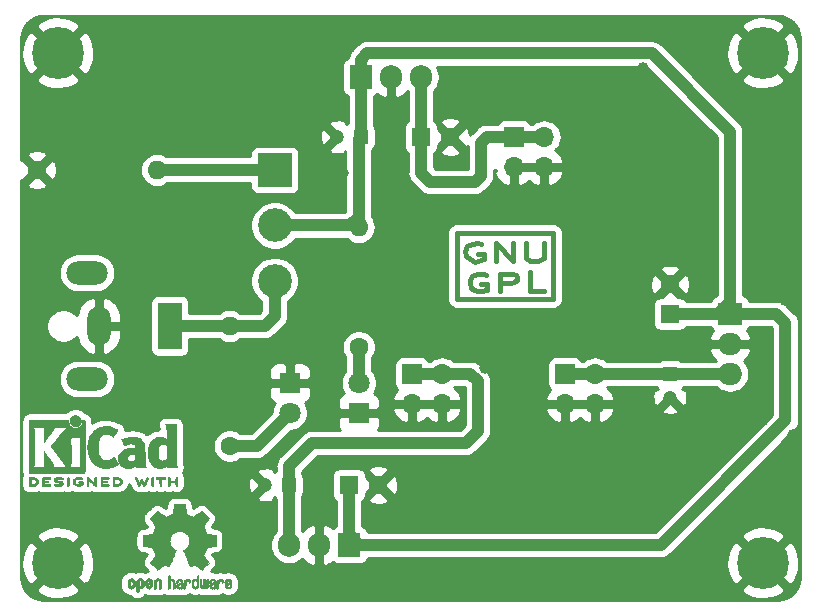
<source format=gbr>
G04 #@! TF.GenerationSoftware,KiCad,Pcbnew,(5.1.4)-1*
G04 #@! TF.CreationDate,2019-12-07T06:36:36-05:00*
G04 #@! TF.ProjectId,BBPSU_Dsch,42425053-555f-4447-9363-682e6b696361,rev?*
G04 #@! TF.SameCoordinates,Original*
G04 #@! TF.FileFunction,Copper,L1,Top*
G04 #@! TF.FilePolarity,Positive*
%FSLAX46Y46*%
G04 Gerber Fmt 4.6, Leading zero omitted, Abs format (unit mm)*
G04 Created by KiCad (PCBNEW (5.1.4)-1) date 2019-12-07 06:36:36*
%MOMM*%
%LPD*%
G04 APERTURE LIST*
%ADD10C,0.381000*%
%ADD11C,0.010000*%
%ADD12R,1.700000X1.700000*%
%ADD13O,1.700000X1.700000*%
%ADD14R,1.600000X1.600000*%
%ADD15C,1.600000*%
%ADD16R,1.200000X1.200000*%
%ADD17C,1.200000*%
%ADD18R,1.800000X1.800000*%
%ADD19C,1.800000*%
%ADD20R,2.000000X4.000000*%
%ADD21O,2.000000X3.300000*%
%ADD22O,3.500000X2.000000*%
%ADD23O,1.600000X1.600000*%
%ADD24R,2.850000X2.850000*%
%ADD25C,2.850000*%
%ADD26R,1.905000X2.000000*%
%ADD27O,1.905000X2.000000*%
%ADD28O,2.000000X1.905000*%
%ADD29R,2.000000X1.905000*%
%ADD30C,4.400000*%
%ADD31C,1.000000*%
%ADD32C,1.000000*%
%ADD33C,0.254000*%
G04 APERTURE END LIST*
D10*
X79502000Y-48768000D02*
X79502000Y-43180000D01*
X87630000Y-48768000D02*
X79502000Y-48768000D01*
X87630000Y-43180000D02*
X87630000Y-48768000D01*
X79502000Y-43180000D02*
X87630000Y-43180000D01*
X81765140Y-44927520D02*
X81264760Y-44927520D01*
X81765140Y-45427900D02*
X81765140Y-44927520D01*
X81066640Y-45628560D02*
X81765140Y-45427900D01*
X80566260Y-45427900D02*
X81066640Y-45628560D01*
X80266540Y-45128180D02*
X80566260Y-45427900D01*
X80164940Y-44726860D02*
X80266540Y-45128180D01*
X80365600Y-44328080D02*
X80164940Y-44726860D01*
X80766920Y-44127420D02*
X80365600Y-44328080D01*
X81264760Y-44028360D02*
X80766920Y-44127420D01*
X81567020Y-44127420D02*
X81264760Y-44028360D01*
X84267040Y-45526960D02*
X84267040Y-44028360D01*
X82765900Y-44028360D02*
X84267040Y-45526960D01*
X82765900Y-45526960D02*
X82765900Y-44028360D01*
X86865460Y-45328840D02*
X86865460Y-44028360D01*
X86664800Y-45427900D02*
X86865460Y-45328840D01*
X86365080Y-45526960D02*
X86664800Y-45427900D01*
X85966300Y-45526960D02*
X86365080Y-45526960D01*
X85666580Y-45526960D02*
X85966300Y-45526960D01*
X85366860Y-45328840D02*
X85666580Y-45526960D01*
X85366860Y-44028360D02*
X85366860Y-45328840D01*
X82064860Y-47528480D02*
X81567020Y-47528480D01*
X82064860Y-48028860D02*
X82064860Y-47528480D01*
X81567020Y-48127920D02*
X82064860Y-48028860D01*
X81264760Y-48127920D02*
X81567020Y-48127920D01*
X80965040Y-48028860D02*
X81264760Y-48127920D01*
X80665320Y-47828200D02*
X80965040Y-48028860D01*
X80566260Y-47426880D02*
X80665320Y-47828200D01*
X80566260Y-47127160D02*
X80566260Y-47426880D01*
X80766920Y-46827440D02*
X80566260Y-47127160D01*
X80965040Y-46728380D02*
X80766920Y-46827440D01*
X81264760Y-46626780D02*
X80965040Y-46728380D01*
X81765140Y-46626780D02*
X81264760Y-46626780D01*
X81965800Y-46728380D02*
X81765140Y-46626780D01*
X84066380Y-47426880D02*
X83167220Y-47426880D01*
X84366100Y-47327820D02*
X84066380Y-47426880D01*
X84566760Y-47127160D02*
X84366100Y-47327820D01*
X84566760Y-46929040D02*
X84566760Y-47127160D01*
X84465160Y-46728380D02*
X84566760Y-46929040D01*
X84267040Y-46626780D02*
X84465160Y-46728380D01*
X84066380Y-46626780D02*
X84267040Y-46626780D01*
X83167220Y-46626780D02*
X84066380Y-46626780D01*
X83167220Y-48127920D02*
X83167220Y-46626780D01*
X85666580Y-48127920D02*
X86865460Y-48127920D01*
X85666580Y-46527720D02*
X85666580Y-48127920D01*
D11*
G36*
X56146878Y-66137776D02*
G01*
X56252612Y-66138355D01*
X56329132Y-66139922D01*
X56381372Y-66142972D01*
X56414263Y-66147996D01*
X56432737Y-66155489D01*
X56441727Y-66165944D01*
X56446163Y-66179853D01*
X56446594Y-66181654D01*
X56453333Y-66214145D01*
X56465808Y-66278252D01*
X56482719Y-66367151D01*
X56502771Y-66474019D01*
X56524664Y-66592033D01*
X56525429Y-66596178D01*
X56547359Y-66711831D01*
X56567877Y-66814014D01*
X56585659Y-66896598D01*
X56599381Y-66953456D01*
X56607718Y-66978458D01*
X56608116Y-66978901D01*
X56632677Y-66991110D01*
X56683315Y-67011456D01*
X56749095Y-67035545D01*
X56749461Y-67035674D01*
X56832317Y-67066818D01*
X56930000Y-67106491D01*
X57022077Y-67146381D01*
X57026434Y-67148353D01*
X57176407Y-67216420D01*
X57508498Y-66989639D01*
X57610374Y-66920504D01*
X57702657Y-66858697D01*
X57780003Y-66807733D01*
X57837064Y-66771127D01*
X57868495Y-66752394D01*
X57871479Y-66751004D01*
X57894321Y-66757190D01*
X57936982Y-66787035D01*
X58001128Y-66841947D01*
X58088421Y-66923334D01*
X58177535Y-67009922D01*
X58263441Y-67095247D01*
X58340327Y-67173108D01*
X58403564Y-67238697D01*
X58448523Y-67287205D01*
X58470576Y-67313825D01*
X58471396Y-67315195D01*
X58473834Y-67333463D01*
X58464650Y-67363295D01*
X58441574Y-67408721D01*
X58402337Y-67473770D01*
X58344670Y-67562470D01*
X58267795Y-67676657D01*
X58199570Y-67777162D01*
X58138582Y-67867303D01*
X58088356Y-67941849D01*
X58052416Y-67995565D01*
X58034287Y-68023218D01*
X58033146Y-68025095D01*
X58035359Y-68051590D01*
X58052138Y-68103086D01*
X58080142Y-68169851D01*
X58090122Y-68191172D01*
X58133672Y-68286159D01*
X58180134Y-68393937D01*
X58217877Y-68487192D01*
X58245073Y-68556406D01*
X58266675Y-68609006D01*
X58279158Y-68636497D01*
X58280709Y-68638616D01*
X58303668Y-68642124D01*
X58357786Y-68651738D01*
X58435868Y-68666089D01*
X58530719Y-68683807D01*
X58635143Y-68703525D01*
X58741944Y-68723874D01*
X58843926Y-68743486D01*
X58933894Y-68760991D01*
X59004653Y-68775022D01*
X59049006Y-68784209D01*
X59059885Y-68786807D01*
X59071122Y-68793218D01*
X59079605Y-68807697D01*
X59085714Y-68835133D01*
X59089832Y-68880411D01*
X59092341Y-68948420D01*
X59093621Y-69044047D01*
X59094054Y-69172180D01*
X59094077Y-69224701D01*
X59094077Y-69651845D01*
X58991500Y-69672091D01*
X58934431Y-69683070D01*
X58849269Y-69699095D01*
X58746372Y-69718233D01*
X58636096Y-69738551D01*
X58605615Y-69744132D01*
X58503855Y-69763917D01*
X58415205Y-69783373D01*
X58347108Y-69800697D01*
X58307004Y-69814088D01*
X58300323Y-69818079D01*
X58283919Y-69846342D01*
X58260399Y-69901109D01*
X58234316Y-69971588D01*
X58229142Y-69986769D01*
X58194956Y-70080896D01*
X58152523Y-70187101D01*
X58110997Y-70282473D01*
X58110792Y-70282916D01*
X58041640Y-70432525D01*
X58496512Y-71101617D01*
X58204500Y-71394116D01*
X58116180Y-71481170D01*
X58035625Y-71557909D01*
X57967360Y-71620237D01*
X57915908Y-71664056D01*
X57885794Y-71685270D01*
X57881474Y-71686616D01*
X57856111Y-71676016D01*
X57804358Y-71646547D01*
X57731868Y-71601705D01*
X57644294Y-71544984D01*
X57549612Y-71481462D01*
X57453516Y-71416668D01*
X57367837Y-71360287D01*
X57298016Y-71315788D01*
X57249494Y-71286639D01*
X57227782Y-71276308D01*
X57201293Y-71285050D01*
X57151062Y-71308087D01*
X57087451Y-71340631D01*
X57080708Y-71344249D01*
X56995046Y-71387210D01*
X56936306Y-71408279D01*
X56899772Y-71408503D01*
X56880731Y-71388928D01*
X56880620Y-71388654D01*
X56871102Y-71365472D01*
X56848403Y-71310441D01*
X56814282Y-71227822D01*
X56770500Y-71121872D01*
X56718816Y-70996852D01*
X56660992Y-70857020D01*
X56604991Y-70721637D01*
X56543447Y-70572234D01*
X56486939Y-70433832D01*
X56437161Y-70310673D01*
X56395806Y-70207002D01*
X56364568Y-70127059D01*
X56345141Y-70075088D01*
X56339154Y-70055692D01*
X56354168Y-70033443D01*
X56393439Y-69997982D01*
X56445807Y-69958887D01*
X56594941Y-69835245D01*
X56711511Y-69693522D01*
X56794118Y-69536704D01*
X56841366Y-69367775D01*
X56851857Y-69189722D01*
X56844231Y-69107539D01*
X56802682Y-68937031D01*
X56731123Y-68786459D01*
X56633995Y-68657309D01*
X56515734Y-68551064D01*
X56380780Y-68469210D01*
X56233571Y-68413232D01*
X56078544Y-68384615D01*
X55920139Y-68384844D01*
X55762794Y-68415405D01*
X55610946Y-68477782D01*
X55469035Y-68573460D01*
X55409803Y-68627572D01*
X55296203Y-68766520D01*
X55217106Y-68918361D01*
X55171986Y-69078667D01*
X55160316Y-69243012D01*
X55181569Y-69406971D01*
X55235220Y-69566118D01*
X55320740Y-69716025D01*
X55437605Y-69852267D01*
X55568193Y-69958887D01*
X55622588Y-69999642D01*
X55661014Y-70034718D01*
X55674846Y-70055726D01*
X55667603Y-70078635D01*
X55647005Y-70133365D01*
X55614746Y-70215672D01*
X55572521Y-70321315D01*
X55522023Y-70446050D01*
X55464948Y-70585636D01*
X55408854Y-70721670D01*
X55346967Y-70871201D01*
X55289644Y-71009767D01*
X55238644Y-71133107D01*
X55195727Y-71236964D01*
X55162653Y-71317080D01*
X55141181Y-71369195D01*
X55133225Y-71388654D01*
X55114429Y-71408423D01*
X55078074Y-71408365D01*
X55019479Y-71387441D01*
X54933968Y-71344613D01*
X54933292Y-71344249D01*
X54868907Y-71311012D01*
X54816861Y-71286802D01*
X54787512Y-71276404D01*
X54786217Y-71276308D01*
X54764124Y-71286855D01*
X54715348Y-71316184D01*
X54645331Y-71360827D01*
X54559514Y-71417314D01*
X54464388Y-71481462D01*
X54367540Y-71546411D01*
X54280253Y-71602896D01*
X54208181Y-71647421D01*
X54156977Y-71676490D01*
X54132526Y-71686616D01*
X54110010Y-71673307D01*
X54064742Y-71636112D01*
X54001244Y-71579128D01*
X53924039Y-71506449D01*
X53837651Y-71422171D01*
X53809399Y-71394016D01*
X53517287Y-71101416D01*
X53739631Y-70775104D01*
X53807202Y-70674897D01*
X53866507Y-70584963D01*
X53914217Y-70510510D01*
X53947007Y-70456751D01*
X53961548Y-70428894D01*
X53961974Y-70426912D01*
X53954308Y-70400655D01*
X53933689Y-70347837D01*
X53903685Y-70277310D01*
X53882625Y-70230093D01*
X53843248Y-70139694D01*
X53806165Y-70048366D01*
X53777415Y-69971200D01*
X53769605Y-69947692D01*
X53747417Y-69884916D01*
X53725727Y-69836411D01*
X53713813Y-69818079D01*
X53687523Y-69806859D01*
X53630142Y-69790954D01*
X53549118Y-69772167D01*
X53451895Y-69752299D01*
X53408385Y-69744132D01*
X53297896Y-69723829D01*
X53191916Y-69704170D01*
X53100801Y-69687088D01*
X53034908Y-69674518D01*
X53022500Y-69672091D01*
X52919923Y-69651845D01*
X52919923Y-69224701D01*
X52920153Y-69084246D01*
X52921099Y-68977979D01*
X52923141Y-68901013D01*
X52926662Y-68848460D01*
X52932043Y-68815433D01*
X52939666Y-68797045D01*
X52949912Y-68788408D01*
X52954115Y-68786807D01*
X52979470Y-68781127D01*
X53035484Y-68769795D01*
X53114964Y-68754179D01*
X53210712Y-68735647D01*
X53315533Y-68715569D01*
X53422232Y-68695312D01*
X53523613Y-68676246D01*
X53612479Y-68659739D01*
X53681637Y-68647159D01*
X53723889Y-68639875D01*
X53733290Y-68638616D01*
X53741807Y-68621763D01*
X53760660Y-68576870D01*
X53786324Y-68512430D01*
X53796123Y-68487192D01*
X53835648Y-68389686D01*
X53882192Y-68281959D01*
X53923877Y-68191172D01*
X53954550Y-68121753D01*
X53974956Y-68064710D01*
X53981768Y-68029777D01*
X53980682Y-68025095D01*
X53966285Y-68002991D01*
X53933412Y-67953831D01*
X53885590Y-67882848D01*
X53826348Y-67795278D01*
X53759215Y-67696357D01*
X53745941Y-67676830D01*
X53668046Y-67561140D01*
X53610787Y-67473044D01*
X53571881Y-67408486D01*
X53549044Y-67363411D01*
X53539994Y-67333763D01*
X53542448Y-67315485D01*
X53542511Y-67315369D01*
X53561827Y-67291361D01*
X53604551Y-67244947D01*
X53666051Y-67180937D01*
X53741698Y-67104145D01*
X53826861Y-67019382D01*
X53836465Y-67009922D01*
X53943790Y-66905989D01*
X54026615Y-66829675D01*
X54086605Y-66779571D01*
X54125423Y-66754270D01*
X54142520Y-66751004D01*
X54167473Y-66765250D01*
X54219255Y-66798156D01*
X54292520Y-66846208D01*
X54381920Y-66905890D01*
X54482111Y-66973688D01*
X54505501Y-66989639D01*
X54837593Y-67216420D01*
X54987565Y-67148353D01*
X55078770Y-67108685D01*
X55176669Y-67068791D01*
X55260831Y-67036983D01*
X55264538Y-67035674D01*
X55330369Y-67011576D01*
X55381116Y-66991200D01*
X55405842Y-66978936D01*
X55405884Y-66978901D01*
X55413729Y-66956734D01*
X55427066Y-66902217D01*
X55444570Y-66821480D01*
X55464917Y-66720650D01*
X55486782Y-66605856D01*
X55488571Y-66596178D01*
X55510504Y-66477904D01*
X55530640Y-66370542D01*
X55547680Y-66280917D01*
X55560328Y-66215851D01*
X55567284Y-66182168D01*
X55567406Y-66181654D01*
X55571639Y-66167325D01*
X55579871Y-66156507D01*
X55597033Y-66148706D01*
X55628058Y-66143429D01*
X55677878Y-66140182D01*
X55751424Y-66138472D01*
X55853629Y-66137807D01*
X55989425Y-66137693D01*
X56007000Y-66137692D01*
X56146878Y-66137776D01*
X56146878Y-66137776D01*
G37*
X56146878Y-66137776D02*
X56252612Y-66138355D01*
X56329132Y-66139922D01*
X56381372Y-66142972D01*
X56414263Y-66147996D01*
X56432737Y-66155489D01*
X56441727Y-66165944D01*
X56446163Y-66179853D01*
X56446594Y-66181654D01*
X56453333Y-66214145D01*
X56465808Y-66278252D01*
X56482719Y-66367151D01*
X56502771Y-66474019D01*
X56524664Y-66592033D01*
X56525429Y-66596178D01*
X56547359Y-66711831D01*
X56567877Y-66814014D01*
X56585659Y-66896598D01*
X56599381Y-66953456D01*
X56607718Y-66978458D01*
X56608116Y-66978901D01*
X56632677Y-66991110D01*
X56683315Y-67011456D01*
X56749095Y-67035545D01*
X56749461Y-67035674D01*
X56832317Y-67066818D01*
X56930000Y-67106491D01*
X57022077Y-67146381D01*
X57026434Y-67148353D01*
X57176407Y-67216420D01*
X57508498Y-66989639D01*
X57610374Y-66920504D01*
X57702657Y-66858697D01*
X57780003Y-66807733D01*
X57837064Y-66771127D01*
X57868495Y-66752394D01*
X57871479Y-66751004D01*
X57894321Y-66757190D01*
X57936982Y-66787035D01*
X58001128Y-66841947D01*
X58088421Y-66923334D01*
X58177535Y-67009922D01*
X58263441Y-67095247D01*
X58340327Y-67173108D01*
X58403564Y-67238697D01*
X58448523Y-67287205D01*
X58470576Y-67313825D01*
X58471396Y-67315195D01*
X58473834Y-67333463D01*
X58464650Y-67363295D01*
X58441574Y-67408721D01*
X58402337Y-67473770D01*
X58344670Y-67562470D01*
X58267795Y-67676657D01*
X58199570Y-67777162D01*
X58138582Y-67867303D01*
X58088356Y-67941849D01*
X58052416Y-67995565D01*
X58034287Y-68023218D01*
X58033146Y-68025095D01*
X58035359Y-68051590D01*
X58052138Y-68103086D01*
X58080142Y-68169851D01*
X58090122Y-68191172D01*
X58133672Y-68286159D01*
X58180134Y-68393937D01*
X58217877Y-68487192D01*
X58245073Y-68556406D01*
X58266675Y-68609006D01*
X58279158Y-68636497D01*
X58280709Y-68638616D01*
X58303668Y-68642124D01*
X58357786Y-68651738D01*
X58435868Y-68666089D01*
X58530719Y-68683807D01*
X58635143Y-68703525D01*
X58741944Y-68723874D01*
X58843926Y-68743486D01*
X58933894Y-68760991D01*
X59004653Y-68775022D01*
X59049006Y-68784209D01*
X59059885Y-68786807D01*
X59071122Y-68793218D01*
X59079605Y-68807697D01*
X59085714Y-68835133D01*
X59089832Y-68880411D01*
X59092341Y-68948420D01*
X59093621Y-69044047D01*
X59094054Y-69172180D01*
X59094077Y-69224701D01*
X59094077Y-69651845D01*
X58991500Y-69672091D01*
X58934431Y-69683070D01*
X58849269Y-69699095D01*
X58746372Y-69718233D01*
X58636096Y-69738551D01*
X58605615Y-69744132D01*
X58503855Y-69763917D01*
X58415205Y-69783373D01*
X58347108Y-69800697D01*
X58307004Y-69814088D01*
X58300323Y-69818079D01*
X58283919Y-69846342D01*
X58260399Y-69901109D01*
X58234316Y-69971588D01*
X58229142Y-69986769D01*
X58194956Y-70080896D01*
X58152523Y-70187101D01*
X58110997Y-70282473D01*
X58110792Y-70282916D01*
X58041640Y-70432525D01*
X58496512Y-71101617D01*
X58204500Y-71394116D01*
X58116180Y-71481170D01*
X58035625Y-71557909D01*
X57967360Y-71620237D01*
X57915908Y-71664056D01*
X57885794Y-71685270D01*
X57881474Y-71686616D01*
X57856111Y-71676016D01*
X57804358Y-71646547D01*
X57731868Y-71601705D01*
X57644294Y-71544984D01*
X57549612Y-71481462D01*
X57453516Y-71416668D01*
X57367837Y-71360287D01*
X57298016Y-71315788D01*
X57249494Y-71286639D01*
X57227782Y-71276308D01*
X57201293Y-71285050D01*
X57151062Y-71308087D01*
X57087451Y-71340631D01*
X57080708Y-71344249D01*
X56995046Y-71387210D01*
X56936306Y-71408279D01*
X56899772Y-71408503D01*
X56880731Y-71388928D01*
X56880620Y-71388654D01*
X56871102Y-71365472D01*
X56848403Y-71310441D01*
X56814282Y-71227822D01*
X56770500Y-71121872D01*
X56718816Y-70996852D01*
X56660992Y-70857020D01*
X56604991Y-70721637D01*
X56543447Y-70572234D01*
X56486939Y-70433832D01*
X56437161Y-70310673D01*
X56395806Y-70207002D01*
X56364568Y-70127059D01*
X56345141Y-70075088D01*
X56339154Y-70055692D01*
X56354168Y-70033443D01*
X56393439Y-69997982D01*
X56445807Y-69958887D01*
X56594941Y-69835245D01*
X56711511Y-69693522D01*
X56794118Y-69536704D01*
X56841366Y-69367775D01*
X56851857Y-69189722D01*
X56844231Y-69107539D01*
X56802682Y-68937031D01*
X56731123Y-68786459D01*
X56633995Y-68657309D01*
X56515734Y-68551064D01*
X56380780Y-68469210D01*
X56233571Y-68413232D01*
X56078544Y-68384615D01*
X55920139Y-68384844D01*
X55762794Y-68415405D01*
X55610946Y-68477782D01*
X55469035Y-68573460D01*
X55409803Y-68627572D01*
X55296203Y-68766520D01*
X55217106Y-68918361D01*
X55171986Y-69078667D01*
X55160316Y-69243012D01*
X55181569Y-69406971D01*
X55235220Y-69566118D01*
X55320740Y-69716025D01*
X55437605Y-69852267D01*
X55568193Y-69958887D01*
X55622588Y-69999642D01*
X55661014Y-70034718D01*
X55674846Y-70055726D01*
X55667603Y-70078635D01*
X55647005Y-70133365D01*
X55614746Y-70215672D01*
X55572521Y-70321315D01*
X55522023Y-70446050D01*
X55464948Y-70585636D01*
X55408854Y-70721670D01*
X55346967Y-70871201D01*
X55289644Y-71009767D01*
X55238644Y-71133107D01*
X55195727Y-71236964D01*
X55162653Y-71317080D01*
X55141181Y-71369195D01*
X55133225Y-71388654D01*
X55114429Y-71408423D01*
X55078074Y-71408365D01*
X55019479Y-71387441D01*
X54933968Y-71344613D01*
X54933292Y-71344249D01*
X54868907Y-71311012D01*
X54816861Y-71286802D01*
X54787512Y-71276404D01*
X54786217Y-71276308D01*
X54764124Y-71286855D01*
X54715348Y-71316184D01*
X54645331Y-71360827D01*
X54559514Y-71417314D01*
X54464388Y-71481462D01*
X54367540Y-71546411D01*
X54280253Y-71602896D01*
X54208181Y-71647421D01*
X54156977Y-71676490D01*
X54132526Y-71686616D01*
X54110010Y-71673307D01*
X54064742Y-71636112D01*
X54001244Y-71579128D01*
X53924039Y-71506449D01*
X53837651Y-71422171D01*
X53809399Y-71394016D01*
X53517287Y-71101416D01*
X53739631Y-70775104D01*
X53807202Y-70674897D01*
X53866507Y-70584963D01*
X53914217Y-70510510D01*
X53947007Y-70456751D01*
X53961548Y-70428894D01*
X53961974Y-70426912D01*
X53954308Y-70400655D01*
X53933689Y-70347837D01*
X53903685Y-70277310D01*
X53882625Y-70230093D01*
X53843248Y-70139694D01*
X53806165Y-70048366D01*
X53777415Y-69971200D01*
X53769605Y-69947692D01*
X53747417Y-69884916D01*
X53725727Y-69836411D01*
X53713813Y-69818079D01*
X53687523Y-69806859D01*
X53630142Y-69790954D01*
X53549118Y-69772167D01*
X53451895Y-69752299D01*
X53408385Y-69744132D01*
X53297896Y-69723829D01*
X53191916Y-69704170D01*
X53100801Y-69687088D01*
X53034908Y-69674518D01*
X53022500Y-69672091D01*
X52919923Y-69651845D01*
X52919923Y-69224701D01*
X52920153Y-69084246D01*
X52921099Y-68977979D01*
X52923141Y-68901013D01*
X52926662Y-68848460D01*
X52932043Y-68815433D01*
X52939666Y-68797045D01*
X52949912Y-68788408D01*
X52954115Y-68786807D01*
X52979470Y-68781127D01*
X53035484Y-68769795D01*
X53114964Y-68754179D01*
X53210712Y-68735647D01*
X53315533Y-68715569D01*
X53422232Y-68695312D01*
X53523613Y-68676246D01*
X53612479Y-68659739D01*
X53681637Y-68647159D01*
X53723889Y-68639875D01*
X53733290Y-68638616D01*
X53741807Y-68621763D01*
X53760660Y-68576870D01*
X53786324Y-68512430D01*
X53796123Y-68487192D01*
X53835648Y-68389686D01*
X53882192Y-68281959D01*
X53923877Y-68191172D01*
X53954550Y-68121753D01*
X53974956Y-68064710D01*
X53981768Y-68029777D01*
X53980682Y-68025095D01*
X53966285Y-68002991D01*
X53933412Y-67953831D01*
X53885590Y-67882848D01*
X53826348Y-67795278D01*
X53759215Y-67696357D01*
X53745941Y-67676830D01*
X53668046Y-67561140D01*
X53610787Y-67473044D01*
X53571881Y-67408486D01*
X53549044Y-67363411D01*
X53539994Y-67333763D01*
X53542448Y-67315485D01*
X53542511Y-67315369D01*
X53561827Y-67291361D01*
X53604551Y-67244947D01*
X53666051Y-67180937D01*
X53741698Y-67104145D01*
X53826861Y-67019382D01*
X53836465Y-67009922D01*
X53943790Y-66905989D01*
X54026615Y-66829675D01*
X54086605Y-66779571D01*
X54125423Y-66754270D01*
X54142520Y-66751004D01*
X54167473Y-66765250D01*
X54219255Y-66798156D01*
X54292520Y-66846208D01*
X54381920Y-66905890D01*
X54482111Y-66973688D01*
X54505501Y-66989639D01*
X54837593Y-67216420D01*
X54987565Y-67148353D01*
X55078770Y-67108685D01*
X55176669Y-67068791D01*
X55260831Y-67036983D01*
X55264538Y-67035674D01*
X55330369Y-67011576D01*
X55381116Y-66991200D01*
X55405842Y-66978936D01*
X55405884Y-66978901D01*
X55413729Y-66956734D01*
X55427066Y-66902217D01*
X55444570Y-66821480D01*
X55464917Y-66720650D01*
X55486782Y-66605856D01*
X55488571Y-66596178D01*
X55510504Y-66477904D01*
X55530640Y-66370542D01*
X55547680Y-66280917D01*
X55560328Y-66215851D01*
X55567284Y-66182168D01*
X55567406Y-66181654D01*
X55571639Y-66167325D01*
X55579871Y-66156507D01*
X55597033Y-66148706D01*
X55628058Y-66143429D01*
X55677878Y-66140182D01*
X55751424Y-66138472D01*
X55853629Y-66137807D01*
X55989425Y-66137693D01*
X56007000Y-66137692D01*
X56146878Y-66137776D01*
G36*
X60252224Y-72497838D02*
G01*
X60329528Y-72548361D01*
X60366814Y-72593590D01*
X60396353Y-72675663D01*
X60398699Y-72740607D01*
X60393385Y-72827445D01*
X60193115Y-72915103D01*
X60095739Y-72959887D01*
X60032113Y-72995913D01*
X59999029Y-73027117D01*
X59993280Y-73057436D01*
X60011658Y-73090805D01*
X60031923Y-73112923D01*
X60090889Y-73148393D01*
X60155024Y-73150879D01*
X60213926Y-73123235D01*
X60257197Y-73068320D01*
X60264936Y-73048928D01*
X60302006Y-72988364D01*
X60344654Y-72962552D01*
X60403154Y-72940471D01*
X60403154Y-73024184D01*
X60397982Y-73081150D01*
X60377723Y-73129189D01*
X60335262Y-73184346D01*
X60328951Y-73191514D01*
X60281720Y-73240585D01*
X60241121Y-73266920D01*
X60190328Y-73279035D01*
X60148220Y-73283003D01*
X60072902Y-73283991D01*
X60019286Y-73271466D01*
X59985838Y-73252869D01*
X59933268Y-73211975D01*
X59896879Y-73167748D01*
X59873850Y-73112126D01*
X59861359Y-73037047D01*
X59856587Y-72934449D01*
X59856206Y-72882376D01*
X59857501Y-72819948D01*
X59975471Y-72819948D01*
X59976839Y-72853438D01*
X59980249Y-72858923D01*
X60002753Y-72851472D01*
X60051182Y-72831753D01*
X60115908Y-72803718D01*
X60129443Y-72797692D01*
X60211244Y-72756096D01*
X60256312Y-72719538D01*
X60266217Y-72685296D01*
X60242526Y-72650648D01*
X60222960Y-72635339D01*
X60152360Y-72604721D01*
X60086280Y-72609780D01*
X60030959Y-72647151D01*
X59992636Y-72713473D01*
X59980349Y-72766116D01*
X59975471Y-72819948D01*
X59857501Y-72819948D01*
X59858730Y-72760720D01*
X59868032Y-72670710D01*
X59886460Y-72605167D01*
X59916360Y-72556912D01*
X59960080Y-72518767D01*
X59979141Y-72506440D01*
X60065726Y-72474336D01*
X60160522Y-72472316D01*
X60252224Y-72497838D01*
X60252224Y-72497838D01*
G37*
X60252224Y-72497838D02*
X60329528Y-72548361D01*
X60366814Y-72593590D01*
X60396353Y-72675663D01*
X60398699Y-72740607D01*
X60393385Y-72827445D01*
X60193115Y-72915103D01*
X60095739Y-72959887D01*
X60032113Y-72995913D01*
X59999029Y-73027117D01*
X59993280Y-73057436D01*
X60011658Y-73090805D01*
X60031923Y-73112923D01*
X60090889Y-73148393D01*
X60155024Y-73150879D01*
X60213926Y-73123235D01*
X60257197Y-73068320D01*
X60264936Y-73048928D01*
X60302006Y-72988364D01*
X60344654Y-72962552D01*
X60403154Y-72940471D01*
X60403154Y-73024184D01*
X60397982Y-73081150D01*
X60377723Y-73129189D01*
X60335262Y-73184346D01*
X60328951Y-73191514D01*
X60281720Y-73240585D01*
X60241121Y-73266920D01*
X60190328Y-73279035D01*
X60148220Y-73283003D01*
X60072902Y-73283991D01*
X60019286Y-73271466D01*
X59985838Y-73252869D01*
X59933268Y-73211975D01*
X59896879Y-73167748D01*
X59873850Y-73112126D01*
X59861359Y-73037047D01*
X59856587Y-72934449D01*
X59856206Y-72882376D01*
X59857501Y-72819948D01*
X59975471Y-72819948D01*
X59976839Y-72853438D01*
X59980249Y-72858923D01*
X60002753Y-72851472D01*
X60051182Y-72831753D01*
X60115908Y-72803718D01*
X60129443Y-72797692D01*
X60211244Y-72756096D01*
X60256312Y-72719538D01*
X60266217Y-72685296D01*
X60242526Y-72650648D01*
X60222960Y-72635339D01*
X60152360Y-72604721D01*
X60086280Y-72609780D01*
X60030959Y-72647151D01*
X59992636Y-72713473D01*
X59980349Y-72766116D01*
X59975471Y-72819948D01*
X59857501Y-72819948D01*
X59858730Y-72760720D01*
X59868032Y-72670710D01*
X59886460Y-72605167D01*
X59916360Y-72556912D01*
X59960080Y-72518767D01*
X59979141Y-72506440D01*
X60065726Y-72474336D01*
X60160522Y-72472316D01*
X60252224Y-72497838D01*
G36*
X59577807Y-72486782D02*
G01*
X59601161Y-72496988D01*
X59656902Y-72541134D01*
X59704569Y-72604967D01*
X59734048Y-72673087D01*
X59738846Y-72706670D01*
X59722760Y-72753556D01*
X59687475Y-72778365D01*
X59649644Y-72793387D01*
X59632321Y-72796155D01*
X59623886Y-72776066D01*
X59607230Y-72732351D01*
X59599923Y-72712598D01*
X59558948Y-72644271D01*
X59499622Y-72610191D01*
X59423552Y-72611239D01*
X59417918Y-72612581D01*
X59377305Y-72631836D01*
X59347448Y-72669375D01*
X59327055Y-72729809D01*
X59314836Y-72817751D01*
X59309500Y-72937813D01*
X59309000Y-73001698D01*
X59308752Y-73102403D01*
X59307126Y-73171054D01*
X59302801Y-73214673D01*
X59294454Y-73240282D01*
X59280765Y-73254903D01*
X59260411Y-73265558D01*
X59259234Y-73266095D01*
X59220038Y-73282667D01*
X59200619Y-73288769D01*
X59197635Y-73270319D01*
X59195081Y-73219323D01*
X59193140Y-73142308D01*
X59191997Y-73045805D01*
X59191769Y-72975184D01*
X59192932Y-72838525D01*
X59197479Y-72734851D01*
X59206999Y-72658108D01*
X59223081Y-72602246D01*
X59247313Y-72561212D01*
X59281286Y-72528954D01*
X59314833Y-72506440D01*
X59395499Y-72476476D01*
X59489381Y-72469718D01*
X59577807Y-72486782D01*
X59577807Y-72486782D01*
G37*
X59577807Y-72486782D02*
X59601161Y-72496988D01*
X59656902Y-72541134D01*
X59704569Y-72604967D01*
X59734048Y-72673087D01*
X59738846Y-72706670D01*
X59722760Y-72753556D01*
X59687475Y-72778365D01*
X59649644Y-72793387D01*
X59632321Y-72796155D01*
X59623886Y-72776066D01*
X59607230Y-72732351D01*
X59599923Y-72712598D01*
X59558948Y-72644271D01*
X59499622Y-72610191D01*
X59423552Y-72611239D01*
X59417918Y-72612581D01*
X59377305Y-72631836D01*
X59347448Y-72669375D01*
X59327055Y-72729809D01*
X59314836Y-72817751D01*
X59309500Y-72937813D01*
X59309000Y-73001698D01*
X59308752Y-73102403D01*
X59307126Y-73171054D01*
X59302801Y-73214673D01*
X59294454Y-73240282D01*
X59280765Y-73254903D01*
X59260411Y-73265558D01*
X59259234Y-73266095D01*
X59220038Y-73282667D01*
X59200619Y-73288769D01*
X59197635Y-73270319D01*
X59195081Y-73219323D01*
X59193140Y-73142308D01*
X59191997Y-73045805D01*
X59191769Y-72975184D01*
X59192932Y-72838525D01*
X59197479Y-72734851D01*
X59206999Y-72658108D01*
X59223081Y-72602246D01*
X59247313Y-72561212D01*
X59281286Y-72528954D01*
X59314833Y-72506440D01*
X59395499Y-72476476D01*
X59489381Y-72469718D01*
X59577807Y-72486782D01*
G36*
X58894333Y-72483528D02*
G01*
X58950590Y-72509117D01*
X58994747Y-72540124D01*
X59027101Y-72574795D01*
X59049438Y-72619520D01*
X59063546Y-72680692D01*
X59071211Y-72764701D01*
X59074220Y-72877940D01*
X59074538Y-72952509D01*
X59074538Y-73243420D01*
X59024773Y-73266095D01*
X58985576Y-73282667D01*
X58966157Y-73288769D01*
X58962442Y-73270610D01*
X58959495Y-73221648D01*
X58957691Y-73150153D01*
X58957308Y-73093385D01*
X58955661Y-73011371D01*
X58951222Y-72946309D01*
X58944740Y-72906467D01*
X58939590Y-72898000D01*
X58904977Y-72906646D01*
X58850640Y-72928823D01*
X58787722Y-72958886D01*
X58727368Y-72991192D01*
X58680721Y-73020098D01*
X58658926Y-73039961D01*
X58658839Y-73040175D01*
X58660714Y-73076935D01*
X58677525Y-73112026D01*
X58707039Y-73140528D01*
X58750116Y-73150061D01*
X58786932Y-73148950D01*
X58839074Y-73148133D01*
X58866444Y-73160349D01*
X58882882Y-73192624D01*
X58884955Y-73198710D01*
X58892081Y-73244739D01*
X58873024Y-73272687D01*
X58823353Y-73286007D01*
X58769697Y-73288470D01*
X58673142Y-73270210D01*
X58623159Y-73244131D01*
X58561429Y-73182868D01*
X58528690Y-73107670D01*
X58525753Y-73028211D01*
X58553424Y-72954167D01*
X58595047Y-72907769D01*
X58636604Y-72881793D01*
X58701922Y-72848907D01*
X58778038Y-72815557D01*
X58790726Y-72810461D01*
X58874333Y-72773565D01*
X58922530Y-72741046D01*
X58938030Y-72708718D01*
X58923550Y-72672394D01*
X58898692Y-72644000D01*
X58839939Y-72609039D01*
X58775293Y-72606417D01*
X58716008Y-72633358D01*
X58673339Y-72687088D01*
X58667739Y-72700950D01*
X58635133Y-72751936D01*
X58587530Y-72789787D01*
X58527461Y-72820850D01*
X58527461Y-72732768D01*
X58530997Y-72678951D01*
X58546156Y-72636534D01*
X58579768Y-72591279D01*
X58612035Y-72556420D01*
X58662209Y-72507062D01*
X58701193Y-72480547D01*
X58743064Y-72469911D01*
X58790460Y-72468154D01*
X58894333Y-72483528D01*
X58894333Y-72483528D01*
G37*
X58894333Y-72483528D02*
X58950590Y-72509117D01*
X58994747Y-72540124D01*
X59027101Y-72574795D01*
X59049438Y-72619520D01*
X59063546Y-72680692D01*
X59071211Y-72764701D01*
X59074220Y-72877940D01*
X59074538Y-72952509D01*
X59074538Y-73243420D01*
X59024773Y-73266095D01*
X58985576Y-73282667D01*
X58966157Y-73288769D01*
X58962442Y-73270610D01*
X58959495Y-73221648D01*
X58957691Y-73150153D01*
X58957308Y-73093385D01*
X58955661Y-73011371D01*
X58951222Y-72946309D01*
X58944740Y-72906467D01*
X58939590Y-72898000D01*
X58904977Y-72906646D01*
X58850640Y-72928823D01*
X58787722Y-72958886D01*
X58727368Y-72991192D01*
X58680721Y-73020098D01*
X58658926Y-73039961D01*
X58658839Y-73040175D01*
X58660714Y-73076935D01*
X58677525Y-73112026D01*
X58707039Y-73140528D01*
X58750116Y-73150061D01*
X58786932Y-73148950D01*
X58839074Y-73148133D01*
X58866444Y-73160349D01*
X58882882Y-73192624D01*
X58884955Y-73198710D01*
X58892081Y-73244739D01*
X58873024Y-73272687D01*
X58823353Y-73286007D01*
X58769697Y-73288470D01*
X58673142Y-73270210D01*
X58623159Y-73244131D01*
X58561429Y-73182868D01*
X58528690Y-73107670D01*
X58525753Y-73028211D01*
X58553424Y-72954167D01*
X58595047Y-72907769D01*
X58636604Y-72881793D01*
X58701922Y-72848907D01*
X58778038Y-72815557D01*
X58790726Y-72810461D01*
X58874333Y-72773565D01*
X58922530Y-72741046D01*
X58938030Y-72708718D01*
X58923550Y-72672394D01*
X58898692Y-72644000D01*
X58839939Y-72609039D01*
X58775293Y-72606417D01*
X58716008Y-72633358D01*
X58673339Y-72687088D01*
X58667739Y-72700950D01*
X58635133Y-72751936D01*
X58587530Y-72789787D01*
X58527461Y-72820850D01*
X58527461Y-72732768D01*
X58530997Y-72678951D01*
X58546156Y-72636534D01*
X58579768Y-72591279D01*
X58612035Y-72556420D01*
X58662209Y-72507062D01*
X58701193Y-72480547D01*
X58743064Y-72469911D01*
X58790460Y-72468154D01*
X58894333Y-72483528D01*
G36*
X58402929Y-72486662D02*
G01*
X58405911Y-72538068D01*
X58408247Y-72616192D01*
X58409749Y-72714857D01*
X58410231Y-72818343D01*
X58410231Y-73168533D01*
X58348401Y-73230363D01*
X58305793Y-73268462D01*
X58268390Y-73283895D01*
X58217270Y-73282918D01*
X58196978Y-73280433D01*
X58133554Y-73273200D01*
X58081095Y-73269055D01*
X58068308Y-73268672D01*
X58025199Y-73271176D01*
X57963544Y-73277462D01*
X57939638Y-73280433D01*
X57880922Y-73285028D01*
X57841464Y-73275046D01*
X57802338Y-73244228D01*
X57788215Y-73230363D01*
X57726385Y-73168533D01*
X57726385Y-72513503D01*
X57776150Y-72490829D01*
X57819002Y-72474034D01*
X57844073Y-72468154D01*
X57850501Y-72486736D01*
X57856509Y-72538655D01*
X57861697Y-72618172D01*
X57865664Y-72719546D01*
X57867577Y-72805192D01*
X57872923Y-73142231D01*
X57919560Y-73148825D01*
X57961976Y-73144214D01*
X57982760Y-73129287D01*
X57988570Y-73101377D01*
X57993530Y-73041925D01*
X57997246Y-72958466D01*
X57999324Y-72858532D01*
X57999624Y-72807104D01*
X57999923Y-72511054D01*
X58061454Y-72489604D01*
X58105004Y-72475020D01*
X58128694Y-72468219D01*
X58129377Y-72468154D01*
X58131754Y-72486642D01*
X58134366Y-72537906D01*
X58136995Y-72615649D01*
X58139421Y-72713574D01*
X58141115Y-72805192D01*
X58146461Y-73142231D01*
X58263692Y-73142231D01*
X58269072Y-72834746D01*
X58274451Y-72527261D01*
X58331601Y-72497707D01*
X58373797Y-72477413D01*
X58398770Y-72468204D01*
X58399491Y-72468154D01*
X58402929Y-72486662D01*
X58402929Y-72486662D01*
G37*
X58402929Y-72486662D02*
X58405911Y-72538068D01*
X58408247Y-72616192D01*
X58409749Y-72714857D01*
X58410231Y-72818343D01*
X58410231Y-73168533D01*
X58348401Y-73230363D01*
X58305793Y-73268462D01*
X58268390Y-73283895D01*
X58217270Y-73282918D01*
X58196978Y-73280433D01*
X58133554Y-73273200D01*
X58081095Y-73269055D01*
X58068308Y-73268672D01*
X58025199Y-73271176D01*
X57963544Y-73277462D01*
X57939638Y-73280433D01*
X57880922Y-73285028D01*
X57841464Y-73275046D01*
X57802338Y-73244228D01*
X57788215Y-73230363D01*
X57726385Y-73168533D01*
X57726385Y-72513503D01*
X57776150Y-72490829D01*
X57819002Y-72474034D01*
X57844073Y-72468154D01*
X57850501Y-72486736D01*
X57856509Y-72538655D01*
X57861697Y-72618172D01*
X57865664Y-72719546D01*
X57867577Y-72805192D01*
X57872923Y-73142231D01*
X57919560Y-73148825D01*
X57961976Y-73144214D01*
X57982760Y-73129287D01*
X57988570Y-73101377D01*
X57993530Y-73041925D01*
X57997246Y-72958466D01*
X57999324Y-72858532D01*
X57999624Y-72807104D01*
X57999923Y-72511054D01*
X58061454Y-72489604D01*
X58105004Y-72475020D01*
X58128694Y-72468219D01*
X58129377Y-72468154D01*
X58131754Y-72486642D01*
X58134366Y-72537906D01*
X58136995Y-72615649D01*
X58139421Y-72713574D01*
X58141115Y-72805192D01*
X58146461Y-73142231D01*
X58263692Y-73142231D01*
X58269072Y-72834746D01*
X58274451Y-72527261D01*
X58331601Y-72497707D01*
X58373797Y-72477413D01*
X58398770Y-72468204D01*
X58399491Y-72468154D01*
X58402929Y-72486662D01*
G36*
X57609081Y-72630289D02*
G01*
X57608833Y-72776320D01*
X57607872Y-72888655D01*
X57605794Y-72972678D01*
X57602193Y-73033769D01*
X57596665Y-73077309D01*
X57588804Y-73108679D01*
X57578207Y-73133262D01*
X57570182Y-73147294D01*
X57503728Y-73223388D01*
X57419470Y-73271084D01*
X57326249Y-73288199D01*
X57232900Y-73272546D01*
X57177312Y-73244418D01*
X57118957Y-73195760D01*
X57079186Y-73136333D01*
X57055190Y-73058507D01*
X57044161Y-72954652D01*
X57042599Y-72878462D01*
X57042809Y-72872986D01*
X57179308Y-72872986D01*
X57180141Y-72960355D01*
X57183961Y-73018192D01*
X57192746Y-73056029D01*
X57208474Y-73083398D01*
X57227266Y-73104042D01*
X57290375Y-73143890D01*
X57358137Y-73147295D01*
X57422179Y-73114025D01*
X57427164Y-73109517D01*
X57448439Y-73086067D01*
X57461779Y-73058166D01*
X57469001Y-73016641D01*
X57471923Y-72952316D01*
X57472385Y-72881200D01*
X57471383Y-72791858D01*
X57467238Y-72732258D01*
X57458236Y-72693089D01*
X57442667Y-72665040D01*
X57429902Y-72650144D01*
X57370600Y-72612575D01*
X57302301Y-72608057D01*
X57237110Y-72636753D01*
X57224528Y-72647406D01*
X57203111Y-72671063D01*
X57189744Y-72699251D01*
X57182566Y-72741245D01*
X57179719Y-72806319D01*
X57179308Y-72872986D01*
X57042809Y-72872986D01*
X57047322Y-72755765D01*
X57063362Y-72663577D01*
X57093528Y-72594269D01*
X57140629Y-72540211D01*
X57177312Y-72512505D01*
X57243990Y-72482572D01*
X57321272Y-72468678D01*
X57393110Y-72472397D01*
X57433308Y-72487400D01*
X57449082Y-72491670D01*
X57459550Y-72475750D01*
X57466856Y-72433089D01*
X57472385Y-72368106D01*
X57478437Y-72295732D01*
X57486844Y-72252187D01*
X57502141Y-72227287D01*
X57528864Y-72210845D01*
X57545654Y-72203564D01*
X57609154Y-72176963D01*
X57609081Y-72630289D01*
X57609081Y-72630289D01*
G37*
X57609081Y-72630289D02*
X57608833Y-72776320D01*
X57607872Y-72888655D01*
X57605794Y-72972678D01*
X57602193Y-73033769D01*
X57596665Y-73077309D01*
X57588804Y-73108679D01*
X57578207Y-73133262D01*
X57570182Y-73147294D01*
X57503728Y-73223388D01*
X57419470Y-73271084D01*
X57326249Y-73288199D01*
X57232900Y-73272546D01*
X57177312Y-73244418D01*
X57118957Y-73195760D01*
X57079186Y-73136333D01*
X57055190Y-73058507D01*
X57044161Y-72954652D01*
X57042599Y-72878462D01*
X57042809Y-72872986D01*
X57179308Y-72872986D01*
X57180141Y-72960355D01*
X57183961Y-73018192D01*
X57192746Y-73056029D01*
X57208474Y-73083398D01*
X57227266Y-73104042D01*
X57290375Y-73143890D01*
X57358137Y-73147295D01*
X57422179Y-73114025D01*
X57427164Y-73109517D01*
X57448439Y-73086067D01*
X57461779Y-73058166D01*
X57469001Y-73016641D01*
X57471923Y-72952316D01*
X57472385Y-72881200D01*
X57471383Y-72791858D01*
X57467238Y-72732258D01*
X57458236Y-72693089D01*
X57442667Y-72665040D01*
X57429902Y-72650144D01*
X57370600Y-72612575D01*
X57302301Y-72608057D01*
X57237110Y-72636753D01*
X57224528Y-72647406D01*
X57203111Y-72671063D01*
X57189744Y-72699251D01*
X57182566Y-72741245D01*
X57179719Y-72806319D01*
X57179308Y-72872986D01*
X57042809Y-72872986D01*
X57047322Y-72755765D01*
X57063362Y-72663577D01*
X57093528Y-72594269D01*
X57140629Y-72540211D01*
X57177312Y-72512505D01*
X57243990Y-72482572D01*
X57321272Y-72468678D01*
X57393110Y-72472397D01*
X57433308Y-72487400D01*
X57449082Y-72491670D01*
X57459550Y-72475750D01*
X57466856Y-72433089D01*
X57472385Y-72368106D01*
X57478437Y-72295732D01*
X57486844Y-72252187D01*
X57502141Y-72227287D01*
X57528864Y-72210845D01*
X57545654Y-72203564D01*
X57609154Y-72176963D01*
X57609081Y-72630289D01*
G36*
X56720362Y-72474670D02*
G01*
X56809117Y-72507421D01*
X56881022Y-72565350D01*
X56909144Y-72606128D01*
X56939802Y-72680954D01*
X56939165Y-72735058D01*
X56906987Y-72771446D01*
X56895081Y-72777633D01*
X56843675Y-72796925D01*
X56817422Y-72791982D01*
X56808530Y-72759587D01*
X56808077Y-72741692D01*
X56791797Y-72675859D01*
X56749365Y-72629807D01*
X56690388Y-72607564D01*
X56624475Y-72613161D01*
X56570895Y-72642229D01*
X56552798Y-72658810D01*
X56539971Y-72678925D01*
X56531306Y-72709332D01*
X56525696Y-72756788D01*
X56522035Y-72828050D01*
X56519215Y-72929875D01*
X56518484Y-72962115D01*
X56515820Y-73072410D01*
X56512792Y-73150036D01*
X56508250Y-73201396D01*
X56501046Y-73232890D01*
X56490033Y-73250920D01*
X56474060Y-73261888D01*
X56463834Y-73266733D01*
X56420406Y-73283301D01*
X56394842Y-73288769D01*
X56386395Y-73270507D01*
X56381239Y-73215296D01*
X56379346Y-73122499D01*
X56380689Y-72991478D01*
X56381107Y-72971269D01*
X56384058Y-72851733D01*
X56387548Y-72764449D01*
X56392514Y-72702591D01*
X56399893Y-72659336D01*
X56410624Y-72627860D01*
X56425645Y-72601339D01*
X56433502Y-72589975D01*
X56478553Y-72539692D01*
X56528940Y-72500581D01*
X56535108Y-72497167D01*
X56625458Y-72470212D01*
X56720362Y-72474670D01*
X56720362Y-72474670D01*
G37*
X56720362Y-72474670D02*
X56809117Y-72507421D01*
X56881022Y-72565350D01*
X56909144Y-72606128D01*
X56939802Y-72680954D01*
X56939165Y-72735058D01*
X56906987Y-72771446D01*
X56895081Y-72777633D01*
X56843675Y-72796925D01*
X56817422Y-72791982D01*
X56808530Y-72759587D01*
X56808077Y-72741692D01*
X56791797Y-72675859D01*
X56749365Y-72629807D01*
X56690388Y-72607564D01*
X56624475Y-72613161D01*
X56570895Y-72642229D01*
X56552798Y-72658810D01*
X56539971Y-72678925D01*
X56531306Y-72709332D01*
X56525696Y-72756788D01*
X56522035Y-72828050D01*
X56519215Y-72929875D01*
X56518484Y-72962115D01*
X56515820Y-73072410D01*
X56512792Y-73150036D01*
X56508250Y-73201396D01*
X56501046Y-73232890D01*
X56490033Y-73250920D01*
X56474060Y-73261888D01*
X56463834Y-73266733D01*
X56420406Y-73283301D01*
X56394842Y-73288769D01*
X56386395Y-73270507D01*
X56381239Y-73215296D01*
X56379346Y-73122499D01*
X56380689Y-72991478D01*
X56381107Y-72971269D01*
X56384058Y-72851733D01*
X56387548Y-72764449D01*
X56392514Y-72702591D01*
X56399893Y-72659336D01*
X56410624Y-72627860D01*
X56425645Y-72601339D01*
X56433502Y-72589975D01*
X56478553Y-72539692D01*
X56528940Y-72500581D01*
X56535108Y-72497167D01*
X56625458Y-72470212D01*
X56720362Y-72474670D01*
G36*
X56060501Y-72476303D02*
G01*
X56137060Y-72504733D01*
X56137936Y-72505279D01*
X56185285Y-72540127D01*
X56220241Y-72580852D01*
X56244825Y-72633925D01*
X56261062Y-72705814D01*
X56270975Y-72802992D01*
X56276586Y-72931928D01*
X56277077Y-72950298D01*
X56284141Y-73227287D01*
X56224695Y-73258028D01*
X56181681Y-73278802D01*
X56155710Y-73288646D01*
X56154509Y-73288769D01*
X56150014Y-73270606D01*
X56146444Y-73221612D01*
X56144248Y-73150031D01*
X56143769Y-73092068D01*
X56143758Y-72998170D01*
X56139466Y-72939203D01*
X56124503Y-72911079D01*
X56092482Y-72909706D01*
X56037014Y-72930998D01*
X55953269Y-72970136D01*
X55891689Y-73002643D01*
X55860017Y-73030845D01*
X55850706Y-73061582D01*
X55850692Y-73063104D01*
X55866057Y-73116054D01*
X55911547Y-73144660D01*
X55981166Y-73148803D01*
X56031313Y-73148084D01*
X56057754Y-73162527D01*
X56074243Y-73197218D01*
X56083733Y-73241416D01*
X56070057Y-73266493D01*
X56064907Y-73270082D01*
X56016425Y-73284496D01*
X55948531Y-73286537D01*
X55878612Y-73276983D01*
X55829068Y-73259522D01*
X55760570Y-73201364D01*
X55721634Y-73120408D01*
X55713923Y-73057160D01*
X55719807Y-73000111D01*
X55741101Y-72953542D01*
X55783265Y-72912181D01*
X55851759Y-72870755D01*
X55952044Y-72823993D01*
X55958154Y-72821350D01*
X56048490Y-72779617D01*
X56104235Y-72745391D01*
X56128129Y-72714635D01*
X56122913Y-72683311D01*
X56091328Y-72647383D01*
X56081883Y-72639116D01*
X56018617Y-72607058D01*
X55953064Y-72608407D01*
X55895972Y-72639838D01*
X55858093Y-72698024D01*
X55854574Y-72709446D01*
X55820300Y-72764837D01*
X55776809Y-72791518D01*
X55713923Y-72817960D01*
X55713923Y-72749548D01*
X55733052Y-72650110D01*
X55789831Y-72558902D01*
X55819378Y-72528389D01*
X55886542Y-72489228D01*
X55971956Y-72471500D01*
X56060501Y-72476303D01*
X56060501Y-72476303D01*
G37*
X56060501Y-72476303D02*
X56137060Y-72504733D01*
X56137936Y-72505279D01*
X56185285Y-72540127D01*
X56220241Y-72580852D01*
X56244825Y-72633925D01*
X56261062Y-72705814D01*
X56270975Y-72802992D01*
X56276586Y-72931928D01*
X56277077Y-72950298D01*
X56284141Y-73227287D01*
X56224695Y-73258028D01*
X56181681Y-73278802D01*
X56155710Y-73288646D01*
X56154509Y-73288769D01*
X56150014Y-73270606D01*
X56146444Y-73221612D01*
X56144248Y-73150031D01*
X56143769Y-73092068D01*
X56143758Y-72998170D01*
X56139466Y-72939203D01*
X56124503Y-72911079D01*
X56092482Y-72909706D01*
X56037014Y-72930998D01*
X55953269Y-72970136D01*
X55891689Y-73002643D01*
X55860017Y-73030845D01*
X55850706Y-73061582D01*
X55850692Y-73063104D01*
X55866057Y-73116054D01*
X55911547Y-73144660D01*
X55981166Y-73148803D01*
X56031313Y-73148084D01*
X56057754Y-73162527D01*
X56074243Y-73197218D01*
X56083733Y-73241416D01*
X56070057Y-73266493D01*
X56064907Y-73270082D01*
X56016425Y-73284496D01*
X55948531Y-73286537D01*
X55878612Y-73276983D01*
X55829068Y-73259522D01*
X55760570Y-73201364D01*
X55721634Y-73120408D01*
X55713923Y-73057160D01*
X55719807Y-73000111D01*
X55741101Y-72953542D01*
X55783265Y-72912181D01*
X55851759Y-72870755D01*
X55952044Y-72823993D01*
X55958154Y-72821350D01*
X56048490Y-72779617D01*
X56104235Y-72745391D01*
X56128129Y-72714635D01*
X56122913Y-72683311D01*
X56091328Y-72647383D01*
X56081883Y-72639116D01*
X56018617Y-72607058D01*
X55953064Y-72608407D01*
X55895972Y-72639838D01*
X55858093Y-72698024D01*
X55854574Y-72709446D01*
X55820300Y-72764837D01*
X55776809Y-72791518D01*
X55713923Y-72817960D01*
X55713923Y-72749548D01*
X55733052Y-72650110D01*
X55789831Y-72558902D01*
X55819378Y-72528389D01*
X55886542Y-72489228D01*
X55971956Y-72471500D01*
X56060501Y-72476303D01*
G36*
X55166846Y-72342120D02*
G01*
X55172572Y-72421980D01*
X55179149Y-72469039D01*
X55188262Y-72489566D01*
X55201598Y-72489829D01*
X55205923Y-72487378D01*
X55263444Y-72469636D01*
X55338268Y-72470672D01*
X55414339Y-72488910D01*
X55461918Y-72512505D01*
X55510702Y-72550198D01*
X55546364Y-72592855D01*
X55570845Y-72647057D01*
X55586087Y-72719384D01*
X55594030Y-72816419D01*
X55596616Y-72944742D01*
X55596662Y-72969358D01*
X55596692Y-73245870D01*
X55535161Y-73267320D01*
X55491459Y-73281912D01*
X55467482Y-73288706D01*
X55466777Y-73288769D01*
X55464415Y-73270345D01*
X55462406Y-73219526D01*
X55460901Y-73142993D01*
X55460053Y-73047430D01*
X55459923Y-72989329D01*
X55459651Y-72874771D01*
X55458252Y-72792667D01*
X55454849Y-72736393D01*
X55448567Y-72699326D01*
X55438529Y-72674844D01*
X55423861Y-72656325D01*
X55414702Y-72647406D01*
X55351789Y-72611466D01*
X55283136Y-72608775D01*
X55220848Y-72639170D01*
X55209329Y-72650144D01*
X55192433Y-72670779D01*
X55180714Y-72695256D01*
X55173233Y-72730647D01*
X55169054Y-72784026D01*
X55167237Y-72862466D01*
X55166846Y-72970617D01*
X55166846Y-73245870D01*
X55105315Y-73267320D01*
X55061613Y-73281912D01*
X55037636Y-73288706D01*
X55036930Y-73288769D01*
X55035126Y-73270069D01*
X55033500Y-73217322D01*
X55032117Y-73135557D01*
X55031042Y-73029805D01*
X55030340Y-72905094D01*
X55030077Y-72766455D01*
X55030077Y-72231806D01*
X55157077Y-72178236D01*
X55166846Y-72342120D01*
X55166846Y-72342120D01*
G37*
X55166846Y-72342120D02*
X55172572Y-72421980D01*
X55179149Y-72469039D01*
X55188262Y-72489566D01*
X55201598Y-72489829D01*
X55205923Y-72487378D01*
X55263444Y-72469636D01*
X55338268Y-72470672D01*
X55414339Y-72488910D01*
X55461918Y-72512505D01*
X55510702Y-72550198D01*
X55546364Y-72592855D01*
X55570845Y-72647057D01*
X55586087Y-72719384D01*
X55594030Y-72816419D01*
X55596616Y-72944742D01*
X55596662Y-72969358D01*
X55596692Y-73245870D01*
X55535161Y-73267320D01*
X55491459Y-73281912D01*
X55467482Y-73288706D01*
X55466777Y-73288769D01*
X55464415Y-73270345D01*
X55462406Y-73219526D01*
X55460901Y-73142993D01*
X55460053Y-73047430D01*
X55459923Y-72989329D01*
X55459651Y-72874771D01*
X55458252Y-72792667D01*
X55454849Y-72736393D01*
X55448567Y-72699326D01*
X55438529Y-72674844D01*
X55423861Y-72656325D01*
X55414702Y-72647406D01*
X55351789Y-72611466D01*
X55283136Y-72608775D01*
X55220848Y-72639170D01*
X55209329Y-72650144D01*
X55192433Y-72670779D01*
X55180714Y-72695256D01*
X55173233Y-72730647D01*
X55169054Y-72784026D01*
X55167237Y-72862466D01*
X55166846Y-72970617D01*
X55166846Y-73245870D01*
X55105315Y-73267320D01*
X55061613Y-73281912D01*
X55037636Y-73288706D01*
X55036930Y-73288769D01*
X55035126Y-73270069D01*
X55033500Y-73217322D01*
X55032117Y-73135557D01*
X55031042Y-73029805D01*
X55030340Y-72905094D01*
X55030077Y-72766455D01*
X55030077Y-72231806D01*
X55157077Y-72178236D01*
X55166846Y-72342120D01*
G36*
X53541254Y-72449745D02*
G01*
X53618286Y-72501567D01*
X53677816Y-72576412D01*
X53713378Y-72671654D01*
X53720571Y-72741756D01*
X53719754Y-72771009D01*
X53712914Y-72793407D01*
X53694112Y-72813474D01*
X53657408Y-72835733D01*
X53596862Y-72864709D01*
X53506534Y-72904927D01*
X53506077Y-72905129D01*
X53422933Y-72943210D01*
X53354753Y-72977025D01*
X53308505Y-73002933D01*
X53291158Y-73017295D01*
X53291154Y-73017411D01*
X53306443Y-73048685D01*
X53342196Y-73083157D01*
X53383242Y-73107990D01*
X53404037Y-73112923D01*
X53460770Y-73095862D01*
X53509627Y-73053133D01*
X53533465Y-73006155D01*
X53556397Y-72971522D01*
X53601318Y-72932081D01*
X53654123Y-72898009D01*
X53700710Y-72879480D01*
X53710452Y-72878462D01*
X53721418Y-72895215D01*
X53722079Y-72938039D01*
X53714020Y-72995781D01*
X53698827Y-73057289D01*
X53678086Y-73111409D01*
X53677038Y-73113510D01*
X53614621Y-73200660D01*
X53533726Y-73259939D01*
X53441856Y-73289034D01*
X53346513Y-73285634D01*
X53255198Y-73247428D01*
X53251138Y-73244741D01*
X53179306Y-73179642D01*
X53132073Y-73094705D01*
X53105934Y-72983021D01*
X53102426Y-72951643D01*
X53096213Y-72803536D01*
X53103661Y-72734468D01*
X53291154Y-72734468D01*
X53293590Y-72777552D01*
X53306914Y-72790126D01*
X53340132Y-72780719D01*
X53392494Y-72758483D01*
X53451024Y-72730610D01*
X53452479Y-72729872D01*
X53502089Y-72703777D01*
X53522000Y-72686363D01*
X53517090Y-72668107D01*
X53496416Y-72644120D01*
X53443819Y-72609406D01*
X53387177Y-72606856D01*
X53336369Y-72632119D01*
X53301276Y-72680847D01*
X53291154Y-72734468D01*
X53103661Y-72734468D01*
X53108992Y-72685036D01*
X53141778Y-72591055D01*
X53187421Y-72525215D01*
X53269802Y-72458681D01*
X53360546Y-72425676D01*
X53453185Y-72423573D01*
X53541254Y-72449745D01*
X53541254Y-72449745D01*
G37*
X53541254Y-72449745D02*
X53618286Y-72501567D01*
X53677816Y-72576412D01*
X53713378Y-72671654D01*
X53720571Y-72741756D01*
X53719754Y-72771009D01*
X53712914Y-72793407D01*
X53694112Y-72813474D01*
X53657408Y-72835733D01*
X53596862Y-72864709D01*
X53506534Y-72904927D01*
X53506077Y-72905129D01*
X53422933Y-72943210D01*
X53354753Y-72977025D01*
X53308505Y-73002933D01*
X53291158Y-73017295D01*
X53291154Y-73017411D01*
X53306443Y-73048685D01*
X53342196Y-73083157D01*
X53383242Y-73107990D01*
X53404037Y-73112923D01*
X53460770Y-73095862D01*
X53509627Y-73053133D01*
X53533465Y-73006155D01*
X53556397Y-72971522D01*
X53601318Y-72932081D01*
X53654123Y-72898009D01*
X53700710Y-72879480D01*
X53710452Y-72878462D01*
X53721418Y-72895215D01*
X53722079Y-72938039D01*
X53714020Y-72995781D01*
X53698827Y-73057289D01*
X53678086Y-73111409D01*
X53677038Y-73113510D01*
X53614621Y-73200660D01*
X53533726Y-73259939D01*
X53441856Y-73289034D01*
X53346513Y-73285634D01*
X53255198Y-73247428D01*
X53251138Y-73244741D01*
X53179306Y-73179642D01*
X53132073Y-73094705D01*
X53105934Y-72983021D01*
X53102426Y-72951643D01*
X53096213Y-72803536D01*
X53103661Y-72734468D01*
X53291154Y-72734468D01*
X53293590Y-72777552D01*
X53306914Y-72790126D01*
X53340132Y-72780719D01*
X53392494Y-72758483D01*
X53451024Y-72730610D01*
X53452479Y-72729872D01*
X53502089Y-72703777D01*
X53522000Y-72686363D01*
X53517090Y-72668107D01*
X53496416Y-72644120D01*
X53443819Y-72609406D01*
X53387177Y-72606856D01*
X53336369Y-72632119D01*
X53301276Y-72680847D01*
X53291154Y-72734468D01*
X53103661Y-72734468D01*
X53108992Y-72685036D01*
X53141778Y-72591055D01*
X53187421Y-72525215D01*
X53269802Y-72458681D01*
X53360546Y-72425676D01*
X53453185Y-72423573D01*
X53541254Y-72449745D01*
G36*
X52023886Y-72437256D02*
G01*
X52115464Y-72485409D01*
X52183049Y-72562905D01*
X52207057Y-72612727D01*
X52225738Y-72687533D01*
X52235301Y-72782052D01*
X52236208Y-72885210D01*
X52228921Y-72985935D01*
X52213903Y-73073153D01*
X52191615Y-73135791D01*
X52184765Y-73146579D01*
X52103632Y-73227105D01*
X52007266Y-73275336D01*
X51902701Y-73289450D01*
X51796968Y-73267629D01*
X51767543Y-73254547D01*
X51710241Y-73214231D01*
X51659950Y-73160775D01*
X51655197Y-73153995D01*
X51635878Y-73121321D01*
X51623108Y-73086394D01*
X51615564Y-73040414D01*
X51611924Y-72974584D01*
X51610865Y-72880105D01*
X51610846Y-72858923D01*
X51610894Y-72852182D01*
X51806231Y-72852182D01*
X51807368Y-72941349D01*
X51811841Y-73000520D01*
X51821246Y-73038741D01*
X51837176Y-73065053D01*
X51845308Y-73073846D01*
X51892058Y-73107261D01*
X51937447Y-73105737D01*
X51983340Y-73076752D01*
X52010712Y-73045809D01*
X52026923Y-73000643D01*
X52036026Y-72929420D01*
X52036651Y-72921114D01*
X52038204Y-72792037D01*
X52021965Y-72696172D01*
X51988152Y-72634107D01*
X51936984Y-72606432D01*
X51918720Y-72604923D01*
X51870760Y-72612513D01*
X51837953Y-72638808D01*
X51817895Y-72689095D01*
X51808178Y-72768664D01*
X51806231Y-72852182D01*
X51610894Y-72852182D01*
X51611574Y-72758249D01*
X51614629Y-72687906D01*
X51621322Y-72639163D01*
X51632960Y-72603288D01*
X51650853Y-72571548D01*
X51654808Y-72565648D01*
X51721267Y-72486104D01*
X51793685Y-72439929D01*
X51881849Y-72421599D01*
X51911787Y-72420703D01*
X52023886Y-72437256D01*
X52023886Y-72437256D01*
G37*
X52023886Y-72437256D02*
X52115464Y-72485409D01*
X52183049Y-72562905D01*
X52207057Y-72612727D01*
X52225738Y-72687533D01*
X52235301Y-72782052D01*
X52236208Y-72885210D01*
X52228921Y-72985935D01*
X52213903Y-73073153D01*
X52191615Y-73135791D01*
X52184765Y-73146579D01*
X52103632Y-73227105D01*
X52007266Y-73275336D01*
X51902701Y-73289450D01*
X51796968Y-73267629D01*
X51767543Y-73254547D01*
X51710241Y-73214231D01*
X51659950Y-73160775D01*
X51655197Y-73153995D01*
X51635878Y-73121321D01*
X51623108Y-73086394D01*
X51615564Y-73040414D01*
X51611924Y-72974584D01*
X51610865Y-72880105D01*
X51610846Y-72858923D01*
X51610894Y-72852182D01*
X51806231Y-72852182D01*
X51807368Y-72941349D01*
X51811841Y-73000520D01*
X51821246Y-73038741D01*
X51837176Y-73065053D01*
X51845308Y-73073846D01*
X51892058Y-73107261D01*
X51937447Y-73105737D01*
X51983340Y-73076752D01*
X52010712Y-73045809D01*
X52026923Y-73000643D01*
X52036026Y-72929420D01*
X52036651Y-72921114D01*
X52038204Y-72792037D01*
X52021965Y-72696172D01*
X51988152Y-72634107D01*
X51936984Y-72606432D01*
X51918720Y-72604923D01*
X51870760Y-72612513D01*
X51837953Y-72638808D01*
X51817895Y-72689095D01*
X51808178Y-72768664D01*
X51806231Y-72852182D01*
X51610894Y-72852182D01*
X51611574Y-72758249D01*
X51614629Y-72687906D01*
X51621322Y-72639163D01*
X51632960Y-72603288D01*
X51650853Y-72571548D01*
X51654808Y-72565648D01*
X51721267Y-72486104D01*
X51793685Y-72439929D01*
X51881849Y-72421599D01*
X51911787Y-72420703D01*
X52023886Y-72437256D01*
G36*
X54278664Y-72445089D02*
G01*
X54341367Y-72481358D01*
X54384961Y-72517358D01*
X54416845Y-72555075D01*
X54438810Y-72601199D01*
X54452649Y-72662421D01*
X54460153Y-72745431D01*
X54463117Y-72856919D01*
X54463461Y-72937062D01*
X54463461Y-73232065D01*
X54297385Y-73306515D01*
X54287615Y-72983402D01*
X54283579Y-72862729D01*
X54279344Y-72775141D01*
X54274097Y-72714650D01*
X54267025Y-72675268D01*
X54257311Y-72651007D01*
X54244144Y-72635880D01*
X54239919Y-72632606D01*
X54175909Y-72607034D01*
X54111208Y-72617153D01*
X54072692Y-72644000D01*
X54057025Y-72663024D01*
X54046180Y-72687988D01*
X54039288Y-72725834D01*
X54035479Y-72783502D01*
X54033883Y-72867935D01*
X54033615Y-72955928D01*
X54033563Y-73066323D01*
X54031672Y-73144463D01*
X54025345Y-73197165D01*
X54011983Y-73231242D01*
X53988985Y-73253511D01*
X53953754Y-73270787D01*
X53906697Y-73288738D01*
X53855303Y-73308278D01*
X53861421Y-72961485D01*
X53863884Y-72836468D01*
X53866767Y-72744082D01*
X53870898Y-72677881D01*
X53877107Y-72631420D01*
X53886226Y-72598256D01*
X53899083Y-72571944D01*
X53914584Y-72548729D01*
X53989371Y-72474569D01*
X54080628Y-72431684D01*
X54179883Y-72421412D01*
X54278664Y-72445089D01*
X54278664Y-72445089D01*
G37*
X54278664Y-72445089D02*
X54341367Y-72481358D01*
X54384961Y-72517358D01*
X54416845Y-72555075D01*
X54438810Y-72601199D01*
X54452649Y-72662421D01*
X54460153Y-72745431D01*
X54463117Y-72856919D01*
X54463461Y-72937062D01*
X54463461Y-73232065D01*
X54297385Y-73306515D01*
X54287615Y-72983402D01*
X54283579Y-72862729D01*
X54279344Y-72775141D01*
X54274097Y-72714650D01*
X54267025Y-72675268D01*
X54257311Y-72651007D01*
X54244144Y-72635880D01*
X54239919Y-72632606D01*
X54175909Y-72607034D01*
X54111208Y-72617153D01*
X54072692Y-72644000D01*
X54057025Y-72663024D01*
X54046180Y-72687988D01*
X54039288Y-72725834D01*
X54035479Y-72783502D01*
X54033883Y-72867935D01*
X54033615Y-72955928D01*
X54033563Y-73066323D01*
X54031672Y-73144463D01*
X54025345Y-73197165D01*
X54011983Y-73231242D01*
X53988985Y-73253511D01*
X53953754Y-73270787D01*
X53906697Y-73288738D01*
X53855303Y-73308278D01*
X53861421Y-72961485D01*
X53863884Y-72836468D01*
X53866767Y-72744082D01*
X53870898Y-72677881D01*
X53877107Y-72631420D01*
X53886226Y-72598256D01*
X53899083Y-72571944D01*
X53914584Y-72548729D01*
X53989371Y-72474569D01*
X54080628Y-72431684D01*
X54179883Y-72421412D01*
X54278664Y-72445089D01*
G36*
X52775886Y-72434505D02*
G01*
X52850539Y-72471727D01*
X52916431Y-72540261D01*
X52934577Y-72565648D01*
X52954345Y-72598866D01*
X52967172Y-72634945D01*
X52974510Y-72683098D01*
X52977813Y-72752536D01*
X52978538Y-72844206D01*
X52975263Y-72969830D01*
X52963877Y-73064154D01*
X52942041Y-73134523D01*
X52907419Y-73188286D01*
X52857670Y-73232788D01*
X52854014Y-73235423D01*
X52804985Y-73262377D01*
X52745945Y-73275712D01*
X52670859Y-73279000D01*
X52548795Y-73279000D01*
X52548744Y-73397497D01*
X52547608Y-73463492D01*
X52540686Y-73502202D01*
X52522598Y-73525419D01*
X52487962Y-73544933D01*
X52479645Y-73548920D01*
X52440720Y-73567603D01*
X52410583Y-73579403D01*
X52388174Y-73580422D01*
X52372433Y-73566761D01*
X52362302Y-73534522D01*
X52356723Y-73479804D01*
X52354635Y-73398711D01*
X52354981Y-73287344D01*
X52356700Y-73141802D01*
X52357237Y-73098269D01*
X52359172Y-72948205D01*
X52360904Y-72850042D01*
X52548692Y-72850042D01*
X52549748Y-72933364D01*
X52554438Y-72987880D01*
X52565051Y-73023837D01*
X52583872Y-73051482D01*
X52596650Y-73064965D01*
X52648890Y-73104417D01*
X52695142Y-73107628D01*
X52742867Y-73075049D01*
X52744077Y-73073846D01*
X52763494Y-73048668D01*
X52775307Y-73014447D01*
X52781265Y-72961748D01*
X52783120Y-72881131D01*
X52783154Y-72863271D01*
X52778670Y-72752175D01*
X52764074Y-72675161D01*
X52737650Y-72628147D01*
X52697683Y-72607050D01*
X52674584Y-72604923D01*
X52619762Y-72614900D01*
X52582158Y-72647752D01*
X52559523Y-72707857D01*
X52549606Y-72799598D01*
X52548692Y-72850042D01*
X52360904Y-72850042D01*
X52361222Y-72832060D01*
X52363873Y-72744679D01*
X52367606Y-72680905D01*
X52372907Y-72635582D01*
X52380258Y-72603555D01*
X52390143Y-72579668D01*
X52403046Y-72558764D01*
X52408579Y-72550898D01*
X52481969Y-72476595D01*
X52574760Y-72434467D01*
X52682096Y-72422722D01*
X52775886Y-72434505D01*
X52775886Y-72434505D01*
G37*
X52775886Y-72434505D02*
X52850539Y-72471727D01*
X52916431Y-72540261D01*
X52934577Y-72565648D01*
X52954345Y-72598866D01*
X52967172Y-72634945D01*
X52974510Y-72683098D01*
X52977813Y-72752536D01*
X52978538Y-72844206D01*
X52975263Y-72969830D01*
X52963877Y-73064154D01*
X52942041Y-73134523D01*
X52907419Y-73188286D01*
X52857670Y-73232788D01*
X52854014Y-73235423D01*
X52804985Y-73262377D01*
X52745945Y-73275712D01*
X52670859Y-73279000D01*
X52548795Y-73279000D01*
X52548744Y-73397497D01*
X52547608Y-73463492D01*
X52540686Y-73502202D01*
X52522598Y-73525419D01*
X52487962Y-73544933D01*
X52479645Y-73548920D01*
X52440720Y-73567603D01*
X52410583Y-73579403D01*
X52388174Y-73580422D01*
X52372433Y-73566761D01*
X52362302Y-73534522D01*
X52356723Y-73479804D01*
X52354635Y-73398711D01*
X52354981Y-73287344D01*
X52356700Y-73141802D01*
X52357237Y-73098269D01*
X52359172Y-72948205D01*
X52360904Y-72850042D01*
X52548692Y-72850042D01*
X52549748Y-72933364D01*
X52554438Y-72987880D01*
X52565051Y-73023837D01*
X52583872Y-73051482D01*
X52596650Y-73064965D01*
X52648890Y-73104417D01*
X52695142Y-73107628D01*
X52742867Y-73075049D01*
X52744077Y-73073846D01*
X52763494Y-73048668D01*
X52775307Y-73014447D01*
X52781265Y-72961748D01*
X52783120Y-72881131D01*
X52783154Y-72863271D01*
X52778670Y-72752175D01*
X52764074Y-72675161D01*
X52737650Y-72628147D01*
X52697683Y-72607050D01*
X52674584Y-72604923D01*
X52619762Y-72614900D01*
X52582158Y-72647752D01*
X52559523Y-72707857D01*
X52549606Y-72799598D01*
X52548692Y-72850042D01*
X52360904Y-72850042D01*
X52361222Y-72832060D01*
X52363873Y-72744679D01*
X52367606Y-72680905D01*
X52372907Y-72635582D01*
X52380258Y-72603555D01*
X52390143Y-72579668D01*
X52403046Y-72558764D01*
X52408579Y-72550898D01*
X52481969Y-72476595D01*
X52574760Y-72434467D01*
X52682096Y-72422722D01*
X52775886Y-72434505D01*
G36*
X55758823Y-63869533D02*
G01*
X55790202Y-63891776D01*
X55817911Y-63919485D01*
X55817911Y-64228920D01*
X55817838Y-64320799D01*
X55817495Y-64392840D01*
X55816692Y-64447780D01*
X55815241Y-64488360D01*
X55812952Y-64517317D01*
X55809636Y-64537391D01*
X55805105Y-64551321D01*
X55799169Y-64561845D01*
X55794514Y-64568100D01*
X55763783Y-64592673D01*
X55728496Y-64595341D01*
X55696245Y-64580271D01*
X55685588Y-64571374D01*
X55678464Y-64559557D01*
X55674167Y-64540526D01*
X55671991Y-64509992D01*
X55671228Y-64463662D01*
X55671155Y-64427871D01*
X55671155Y-64293045D01*
X55174444Y-64293045D01*
X55174444Y-64415700D01*
X55173931Y-64471787D01*
X55171876Y-64510333D01*
X55167508Y-64536361D01*
X55160056Y-64554897D01*
X55151047Y-64568100D01*
X55120144Y-64592604D01*
X55085196Y-64595506D01*
X55051738Y-64578089D01*
X55042604Y-64568959D01*
X55036152Y-64556855D01*
X55031897Y-64538001D01*
X55029352Y-64508620D01*
X55028029Y-64464937D01*
X55027443Y-64403175D01*
X55027375Y-64389000D01*
X55026891Y-64272631D01*
X55026641Y-64176727D01*
X55026723Y-64099177D01*
X55027231Y-64037869D01*
X55028262Y-63990690D01*
X55029913Y-63955530D01*
X55032279Y-63930276D01*
X55035457Y-63912817D01*
X55039544Y-63901041D01*
X55044634Y-63892835D01*
X55050266Y-63886645D01*
X55082128Y-63866844D01*
X55115357Y-63869533D01*
X55146735Y-63891776D01*
X55159433Y-63906126D01*
X55167526Y-63921978D01*
X55172042Y-63944554D01*
X55174006Y-63979078D01*
X55174444Y-64030776D01*
X55174444Y-64146289D01*
X55671155Y-64146289D01*
X55671155Y-64027756D01*
X55671662Y-63973148D01*
X55673698Y-63936275D01*
X55678035Y-63912307D01*
X55685447Y-63896415D01*
X55693733Y-63886645D01*
X55725594Y-63866844D01*
X55758823Y-63869533D01*
X55758823Y-63869533D01*
G37*
X55758823Y-63869533D02*
X55790202Y-63891776D01*
X55817911Y-63919485D01*
X55817911Y-64228920D01*
X55817838Y-64320799D01*
X55817495Y-64392840D01*
X55816692Y-64447780D01*
X55815241Y-64488360D01*
X55812952Y-64517317D01*
X55809636Y-64537391D01*
X55805105Y-64551321D01*
X55799169Y-64561845D01*
X55794514Y-64568100D01*
X55763783Y-64592673D01*
X55728496Y-64595341D01*
X55696245Y-64580271D01*
X55685588Y-64571374D01*
X55678464Y-64559557D01*
X55674167Y-64540526D01*
X55671991Y-64509992D01*
X55671228Y-64463662D01*
X55671155Y-64427871D01*
X55671155Y-64293045D01*
X55174444Y-64293045D01*
X55174444Y-64415700D01*
X55173931Y-64471787D01*
X55171876Y-64510333D01*
X55167508Y-64536361D01*
X55160056Y-64554897D01*
X55151047Y-64568100D01*
X55120144Y-64592604D01*
X55085196Y-64595506D01*
X55051738Y-64578089D01*
X55042604Y-64568959D01*
X55036152Y-64556855D01*
X55031897Y-64538001D01*
X55029352Y-64508620D01*
X55028029Y-64464937D01*
X55027443Y-64403175D01*
X55027375Y-64389000D01*
X55026891Y-64272631D01*
X55026641Y-64176727D01*
X55026723Y-64099177D01*
X55027231Y-64037869D01*
X55028262Y-63990690D01*
X55029913Y-63955530D01*
X55032279Y-63930276D01*
X55035457Y-63912817D01*
X55039544Y-63901041D01*
X55044634Y-63892835D01*
X55050266Y-63886645D01*
X55082128Y-63866844D01*
X55115357Y-63869533D01*
X55146735Y-63891776D01*
X55159433Y-63906126D01*
X55167526Y-63921978D01*
X55172042Y-63944554D01*
X55174006Y-63979078D01*
X55174444Y-64030776D01*
X55174444Y-64146289D01*
X55671155Y-64146289D01*
X55671155Y-64027756D01*
X55671662Y-63973148D01*
X55673698Y-63936275D01*
X55678035Y-63912307D01*
X55685447Y-63896415D01*
X55693733Y-63886645D01*
X55725594Y-63866844D01*
X55758823Y-63869533D01*
G36*
X54493065Y-63864163D02*
G01*
X54571772Y-63864542D01*
X54632863Y-63865333D01*
X54678817Y-63866670D01*
X54712114Y-63868683D01*
X54735236Y-63871506D01*
X54750662Y-63875269D01*
X54760871Y-63880105D01*
X54765813Y-63883822D01*
X54791457Y-63916358D01*
X54794559Y-63950138D01*
X54778711Y-63980826D01*
X54768348Y-63993089D01*
X54757196Y-64001450D01*
X54741035Y-64006657D01*
X54715642Y-64009457D01*
X54676798Y-64010596D01*
X54620280Y-64010821D01*
X54609180Y-64010822D01*
X54463244Y-64010822D01*
X54463244Y-64281756D01*
X54463148Y-64367154D01*
X54462711Y-64432864D01*
X54461712Y-64481774D01*
X54459928Y-64516773D01*
X54457137Y-64540749D01*
X54453117Y-64556593D01*
X54447645Y-64567191D01*
X54440666Y-64575267D01*
X54407734Y-64595112D01*
X54373354Y-64593548D01*
X54342176Y-64570906D01*
X54339886Y-64568100D01*
X54332429Y-64557492D01*
X54326747Y-64545081D01*
X54322601Y-64527850D01*
X54319750Y-64502784D01*
X54317954Y-64466867D01*
X54316972Y-64417083D01*
X54316564Y-64350417D01*
X54316489Y-64274589D01*
X54316489Y-64010822D01*
X54177127Y-64010822D01*
X54117322Y-64010418D01*
X54075918Y-64008840D01*
X54048748Y-64005547D01*
X54031646Y-63999992D01*
X54020443Y-63991631D01*
X54019083Y-63990178D01*
X54002725Y-63956939D01*
X54004172Y-63919362D01*
X54022978Y-63886645D01*
X54030250Y-63880298D01*
X54039627Y-63875266D01*
X54053609Y-63871396D01*
X54074696Y-63868537D01*
X54105389Y-63866535D01*
X54148189Y-63865239D01*
X54205595Y-63864498D01*
X54280110Y-63864158D01*
X54374233Y-63864068D01*
X54394260Y-63864067D01*
X54493065Y-63864163D01*
X54493065Y-63864163D01*
G37*
X54493065Y-63864163D02*
X54571772Y-63864542D01*
X54632863Y-63865333D01*
X54678817Y-63866670D01*
X54712114Y-63868683D01*
X54735236Y-63871506D01*
X54750662Y-63875269D01*
X54760871Y-63880105D01*
X54765813Y-63883822D01*
X54791457Y-63916358D01*
X54794559Y-63950138D01*
X54778711Y-63980826D01*
X54768348Y-63993089D01*
X54757196Y-64001450D01*
X54741035Y-64006657D01*
X54715642Y-64009457D01*
X54676798Y-64010596D01*
X54620280Y-64010821D01*
X54609180Y-64010822D01*
X54463244Y-64010822D01*
X54463244Y-64281756D01*
X54463148Y-64367154D01*
X54462711Y-64432864D01*
X54461712Y-64481774D01*
X54459928Y-64516773D01*
X54457137Y-64540749D01*
X54453117Y-64556593D01*
X54447645Y-64567191D01*
X54440666Y-64575267D01*
X54407734Y-64595112D01*
X54373354Y-64593548D01*
X54342176Y-64570906D01*
X54339886Y-64568100D01*
X54332429Y-64557492D01*
X54326747Y-64545081D01*
X54322601Y-64527850D01*
X54319750Y-64502784D01*
X54317954Y-64466867D01*
X54316972Y-64417083D01*
X54316564Y-64350417D01*
X54316489Y-64274589D01*
X54316489Y-64010822D01*
X54177127Y-64010822D01*
X54117322Y-64010418D01*
X54075918Y-64008840D01*
X54048748Y-64005547D01*
X54031646Y-63999992D01*
X54020443Y-63991631D01*
X54019083Y-63990178D01*
X54002725Y-63956939D01*
X54004172Y-63919362D01*
X54022978Y-63886645D01*
X54030250Y-63880298D01*
X54039627Y-63875266D01*
X54053609Y-63871396D01*
X54074696Y-63868537D01*
X54105389Y-63866535D01*
X54148189Y-63865239D01*
X54205595Y-63864498D01*
X54280110Y-63864158D01*
X54374233Y-63864068D01*
X54394260Y-63864067D01*
X54493065Y-63864163D01*
G36*
X53718614Y-63870877D02*
G01*
X53742327Y-63885647D01*
X53768978Y-63907227D01*
X53768978Y-64228773D01*
X53768893Y-64322830D01*
X53768529Y-64396932D01*
X53767724Y-64453704D01*
X53766313Y-64495768D01*
X53764133Y-64525748D01*
X53761021Y-64546267D01*
X53756814Y-64559949D01*
X53751348Y-64569416D01*
X53747472Y-64574082D01*
X53716034Y-64594575D01*
X53680233Y-64593739D01*
X53648873Y-64576264D01*
X53622222Y-64554684D01*
X53622222Y-63907227D01*
X53648873Y-63885647D01*
X53674594Y-63869949D01*
X53695600Y-63864067D01*
X53718614Y-63870877D01*
X53718614Y-63870877D01*
G37*
X53718614Y-63870877D02*
X53742327Y-63885647D01*
X53768978Y-63907227D01*
X53768978Y-64228773D01*
X53768893Y-64322830D01*
X53768529Y-64396932D01*
X53767724Y-64453704D01*
X53766313Y-64495768D01*
X53764133Y-64525748D01*
X53761021Y-64546267D01*
X53756814Y-64559949D01*
X53751348Y-64569416D01*
X53747472Y-64574082D01*
X53716034Y-64594575D01*
X53680233Y-64593739D01*
X53648873Y-64576264D01*
X53622222Y-64554684D01*
X53622222Y-63907227D01*
X53648873Y-63885647D01*
X53674594Y-63869949D01*
X53695600Y-63864067D01*
X53718614Y-63870877D01*
G36*
X53274665Y-63866034D02*
G01*
X53294255Y-63873035D01*
X53295010Y-63873377D01*
X53321613Y-63893678D01*
X53336270Y-63914561D01*
X53339138Y-63924352D01*
X53338996Y-63937361D01*
X53334961Y-63955895D01*
X53326146Y-63982257D01*
X53311669Y-64018752D01*
X53290645Y-64067687D01*
X53262188Y-64131365D01*
X53225415Y-64212093D01*
X53205175Y-64256216D01*
X53168625Y-64334985D01*
X53134315Y-64407423D01*
X53103552Y-64470880D01*
X53077648Y-64522708D01*
X53057910Y-64560259D01*
X53045650Y-64580884D01*
X53043224Y-64583733D01*
X53012183Y-64596302D01*
X52977121Y-64594619D01*
X52949000Y-64579332D01*
X52947854Y-64578089D01*
X52936668Y-64561154D01*
X52917904Y-64528170D01*
X52893875Y-64483380D01*
X52866897Y-64431032D01*
X52857201Y-64411742D01*
X52784014Y-64265150D01*
X52704240Y-64424393D01*
X52675767Y-64479415D01*
X52649350Y-64527132D01*
X52627148Y-64563893D01*
X52611319Y-64586044D01*
X52605954Y-64590741D01*
X52564257Y-64597102D01*
X52529849Y-64583733D01*
X52519728Y-64569446D01*
X52502214Y-64537692D01*
X52478735Y-64491597D01*
X52450720Y-64434285D01*
X52419599Y-64368880D01*
X52386799Y-64298507D01*
X52353750Y-64226291D01*
X52321881Y-64155355D01*
X52292619Y-64088825D01*
X52267395Y-64029826D01*
X52247636Y-63981481D01*
X52234772Y-63946915D01*
X52230231Y-63929253D01*
X52230277Y-63928613D01*
X52241326Y-63906388D01*
X52263410Y-63883753D01*
X52264710Y-63882768D01*
X52291853Y-63867425D01*
X52316958Y-63867574D01*
X52326368Y-63870466D01*
X52337834Y-63876718D01*
X52350010Y-63889014D01*
X52364357Y-63909908D01*
X52382336Y-63941949D01*
X52405407Y-63987688D01*
X52435030Y-64049677D01*
X52461745Y-64106898D01*
X52492480Y-64173226D01*
X52520021Y-64232874D01*
X52542938Y-64282725D01*
X52559798Y-64319664D01*
X52569173Y-64340573D01*
X52570540Y-64343845D01*
X52576689Y-64338497D01*
X52590822Y-64316109D01*
X52611057Y-64279946D01*
X52635515Y-64233277D01*
X52645248Y-64214022D01*
X52678217Y-64149004D01*
X52703643Y-64101654D01*
X52723612Y-64069219D01*
X52740210Y-64048946D01*
X52755524Y-64038082D01*
X52771640Y-64033875D01*
X52782143Y-64033400D01*
X52800670Y-64035042D01*
X52816904Y-64041831D01*
X52833035Y-64056566D01*
X52851251Y-64082044D01*
X52873739Y-64121061D01*
X52902689Y-64176414D01*
X52918662Y-64207903D01*
X52944570Y-64258087D01*
X52967167Y-64299704D01*
X52984458Y-64329242D01*
X52994450Y-64343189D01*
X52995809Y-64343770D01*
X53002261Y-64332793D01*
X53016708Y-64304290D01*
X53037703Y-64261244D01*
X53063797Y-64206638D01*
X53093546Y-64143454D01*
X53108180Y-64112071D01*
X53146250Y-64031078D01*
X53176905Y-63968756D01*
X53201737Y-63923071D01*
X53222337Y-63891989D01*
X53240298Y-63873478D01*
X53257210Y-63865504D01*
X53274665Y-63866034D01*
X53274665Y-63866034D01*
G37*
X53274665Y-63866034D02*
X53294255Y-63873035D01*
X53295010Y-63873377D01*
X53321613Y-63893678D01*
X53336270Y-63914561D01*
X53339138Y-63924352D01*
X53338996Y-63937361D01*
X53334961Y-63955895D01*
X53326146Y-63982257D01*
X53311669Y-64018752D01*
X53290645Y-64067687D01*
X53262188Y-64131365D01*
X53225415Y-64212093D01*
X53205175Y-64256216D01*
X53168625Y-64334985D01*
X53134315Y-64407423D01*
X53103552Y-64470880D01*
X53077648Y-64522708D01*
X53057910Y-64560259D01*
X53045650Y-64580884D01*
X53043224Y-64583733D01*
X53012183Y-64596302D01*
X52977121Y-64594619D01*
X52949000Y-64579332D01*
X52947854Y-64578089D01*
X52936668Y-64561154D01*
X52917904Y-64528170D01*
X52893875Y-64483380D01*
X52866897Y-64431032D01*
X52857201Y-64411742D01*
X52784014Y-64265150D01*
X52704240Y-64424393D01*
X52675767Y-64479415D01*
X52649350Y-64527132D01*
X52627148Y-64563893D01*
X52611319Y-64586044D01*
X52605954Y-64590741D01*
X52564257Y-64597102D01*
X52529849Y-64583733D01*
X52519728Y-64569446D01*
X52502214Y-64537692D01*
X52478735Y-64491597D01*
X52450720Y-64434285D01*
X52419599Y-64368880D01*
X52386799Y-64298507D01*
X52353750Y-64226291D01*
X52321881Y-64155355D01*
X52292619Y-64088825D01*
X52267395Y-64029826D01*
X52247636Y-63981481D01*
X52234772Y-63946915D01*
X52230231Y-63929253D01*
X52230277Y-63928613D01*
X52241326Y-63906388D01*
X52263410Y-63883753D01*
X52264710Y-63882768D01*
X52291853Y-63867425D01*
X52316958Y-63867574D01*
X52326368Y-63870466D01*
X52337834Y-63876718D01*
X52350010Y-63889014D01*
X52364357Y-63909908D01*
X52382336Y-63941949D01*
X52405407Y-63987688D01*
X52435030Y-64049677D01*
X52461745Y-64106898D01*
X52492480Y-64173226D01*
X52520021Y-64232874D01*
X52542938Y-64282725D01*
X52559798Y-64319664D01*
X52569173Y-64340573D01*
X52570540Y-64343845D01*
X52576689Y-64338497D01*
X52590822Y-64316109D01*
X52611057Y-64279946D01*
X52635515Y-64233277D01*
X52645248Y-64214022D01*
X52678217Y-64149004D01*
X52703643Y-64101654D01*
X52723612Y-64069219D01*
X52740210Y-64048946D01*
X52755524Y-64038082D01*
X52771640Y-64033875D01*
X52782143Y-64033400D01*
X52800670Y-64035042D01*
X52816904Y-64041831D01*
X52833035Y-64056566D01*
X52851251Y-64082044D01*
X52873739Y-64121061D01*
X52902689Y-64176414D01*
X52918662Y-64207903D01*
X52944570Y-64258087D01*
X52967167Y-64299704D01*
X52984458Y-64329242D01*
X52994450Y-64343189D01*
X52995809Y-64343770D01*
X53002261Y-64332793D01*
X53016708Y-64304290D01*
X53037703Y-64261244D01*
X53063797Y-64206638D01*
X53093546Y-64143454D01*
X53108180Y-64112071D01*
X53146250Y-64031078D01*
X53176905Y-63968756D01*
X53201737Y-63923071D01*
X53222337Y-63891989D01*
X53240298Y-63873478D01*
X53257210Y-63865504D01*
X53274665Y-63866034D01*
G36*
X50548309Y-63864275D02*
G01*
X50677288Y-63868636D01*
X50786991Y-63881861D01*
X50879226Y-63904741D01*
X50955802Y-63938070D01*
X51018527Y-63982638D01*
X51069212Y-64039236D01*
X51109663Y-64108658D01*
X51110459Y-64110351D01*
X51134601Y-64172483D01*
X51143203Y-64227509D01*
X51136231Y-64282887D01*
X51113654Y-64346073D01*
X51109372Y-64355689D01*
X51080172Y-64411966D01*
X51047356Y-64455451D01*
X51005002Y-64492417D01*
X50947190Y-64529135D01*
X50943831Y-64531052D01*
X50893504Y-64555227D01*
X50836621Y-64573282D01*
X50769527Y-64585839D01*
X50688565Y-64593522D01*
X50590082Y-64596953D01*
X50555286Y-64597251D01*
X50389594Y-64597845D01*
X50366197Y-64568100D01*
X50359257Y-64558319D01*
X50353842Y-64546897D01*
X50349765Y-64531095D01*
X50346837Y-64508175D01*
X50344867Y-64475396D01*
X50344225Y-64451089D01*
X50500844Y-64451089D01*
X50594726Y-64451089D01*
X50649664Y-64449483D01*
X50706060Y-64445255D01*
X50752345Y-64439292D01*
X50755139Y-64438790D01*
X50837348Y-64416736D01*
X50901114Y-64383600D01*
X50948452Y-64337847D01*
X50981382Y-64277939D01*
X50987108Y-64262061D01*
X50992721Y-64237333D01*
X50990291Y-64212902D01*
X50978467Y-64180400D01*
X50971340Y-64164434D01*
X50948000Y-64122006D01*
X50919880Y-64092240D01*
X50888940Y-64071511D01*
X50826966Y-64044537D01*
X50747651Y-64024998D01*
X50655253Y-64013746D01*
X50588333Y-64011270D01*
X50500844Y-64010822D01*
X50500844Y-64451089D01*
X50344225Y-64451089D01*
X50343668Y-64430021D01*
X50343050Y-64369311D01*
X50342825Y-64290526D01*
X50342800Y-64228920D01*
X50342800Y-63919485D01*
X50370509Y-63891776D01*
X50382806Y-63880544D01*
X50396103Y-63872853D01*
X50414672Y-63868040D01*
X50442786Y-63865446D01*
X50484717Y-63864410D01*
X50544737Y-63864270D01*
X50548309Y-63864275D01*
X50548309Y-63864275D01*
G37*
X50548309Y-63864275D02*
X50677288Y-63868636D01*
X50786991Y-63881861D01*
X50879226Y-63904741D01*
X50955802Y-63938070D01*
X51018527Y-63982638D01*
X51069212Y-64039236D01*
X51109663Y-64108658D01*
X51110459Y-64110351D01*
X51134601Y-64172483D01*
X51143203Y-64227509D01*
X51136231Y-64282887D01*
X51113654Y-64346073D01*
X51109372Y-64355689D01*
X51080172Y-64411966D01*
X51047356Y-64455451D01*
X51005002Y-64492417D01*
X50947190Y-64529135D01*
X50943831Y-64531052D01*
X50893504Y-64555227D01*
X50836621Y-64573282D01*
X50769527Y-64585839D01*
X50688565Y-64593522D01*
X50590082Y-64596953D01*
X50555286Y-64597251D01*
X50389594Y-64597845D01*
X50366197Y-64568100D01*
X50359257Y-64558319D01*
X50353842Y-64546897D01*
X50349765Y-64531095D01*
X50346837Y-64508175D01*
X50344867Y-64475396D01*
X50344225Y-64451089D01*
X50500844Y-64451089D01*
X50594726Y-64451089D01*
X50649664Y-64449483D01*
X50706060Y-64445255D01*
X50752345Y-64439292D01*
X50755139Y-64438790D01*
X50837348Y-64416736D01*
X50901114Y-64383600D01*
X50948452Y-64337847D01*
X50981382Y-64277939D01*
X50987108Y-64262061D01*
X50992721Y-64237333D01*
X50990291Y-64212902D01*
X50978467Y-64180400D01*
X50971340Y-64164434D01*
X50948000Y-64122006D01*
X50919880Y-64092240D01*
X50888940Y-64071511D01*
X50826966Y-64044537D01*
X50747651Y-64024998D01*
X50655253Y-64013746D01*
X50588333Y-64011270D01*
X50500844Y-64010822D01*
X50500844Y-64451089D01*
X50344225Y-64451089D01*
X50343668Y-64430021D01*
X50343050Y-64369311D01*
X50342825Y-64290526D01*
X50342800Y-64228920D01*
X50342800Y-63919485D01*
X50370509Y-63891776D01*
X50382806Y-63880544D01*
X50396103Y-63872853D01*
X50414672Y-63868040D01*
X50442786Y-63865446D01*
X50484717Y-63864410D01*
X50544737Y-63864270D01*
X50548309Y-63864275D01*
G36*
X49760343Y-63864260D02*
G01*
X49836701Y-63865174D01*
X49895217Y-63867311D01*
X49938255Y-63871175D01*
X49968183Y-63877267D01*
X49987368Y-63886090D01*
X49998176Y-63898146D01*
X50002973Y-63913939D01*
X50004127Y-63933970D01*
X50004133Y-63936335D01*
X50003131Y-63958992D01*
X49998396Y-63976503D01*
X49987333Y-63989574D01*
X49967348Y-63998913D01*
X49935846Y-64005227D01*
X49890232Y-64009222D01*
X49827913Y-64011606D01*
X49746293Y-64013086D01*
X49721277Y-64013414D01*
X49479200Y-64016467D01*
X49475814Y-64081378D01*
X49472429Y-64146289D01*
X49640576Y-64146289D01*
X49706266Y-64146531D01*
X49753172Y-64147556D01*
X49785083Y-64149811D01*
X49805791Y-64153742D01*
X49819084Y-64159798D01*
X49828755Y-64168424D01*
X49828817Y-64168493D01*
X49846356Y-64202112D01*
X49845722Y-64238448D01*
X49827314Y-64269423D01*
X49823671Y-64272607D01*
X49810741Y-64280812D01*
X49793024Y-64286521D01*
X49766570Y-64290162D01*
X49727432Y-64292167D01*
X49671662Y-64292964D01*
X49635994Y-64293045D01*
X49473555Y-64293045D01*
X49473555Y-64451089D01*
X49720161Y-64451089D01*
X49801580Y-64451231D01*
X49863410Y-64451814D01*
X49908637Y-64453068D01*
X49940248Y-64455227D01*
X49961231Y-64458523D01*
X49974573Y-64463189D01*
X49983261Y-64469457D01*
X49985450Y-64471733D01*
X50001614Y-64503280D01*
X50002797Y-64539168D01*
X49989536Y-64570285D01*
X49979043Y-64580271D01*
X49968129Y-64585769D01*
X49951217Y-64590022D01*
X49925633Y-64593180D01*
X49888701Y-64595392D01*
X49837746Y-64596806D01*
X49770094Y-64597572D01*
X49683069Y-64597838D01*
X49663394Y-64597845D01*
X49574911Y-64597787D01*
X49506227Y-64597467D01*
X49454564Y-64596667D01*
X49417145Y-64595167D01*
X49391190Y-64592749D01*
X49373922Y-64589194D01*
X49362562Y-64584282D01*
X49354332Y-64577795D01*
X49349817Y-64573138D01*
X49343021Y-64564889D01*
X49337712Y-64554669D01*
X49333706Y-64539800D01*
X49330821Y-64517602D01*
X49328874Y-64485393D01*
X49327681Y-64440496D01*
X49327061Y-64380228D01*
X49326829Y-64301911D01*
X49326800Y-64235994D01*
X49326871Y-64143628D01*
X49327208Y-64071117D01*
X49327998Y-64015737D01*
X49329426Y-63974765D01*
X49331679Y-63945478D01*
X49334943Y-63925153D01*
X49339404Y-63911066D01*
X49345248Y-63900495D01*
X49350197Y-63893811D01*
X49373594Y-63864067D01*
X49663774Y-63864067D01*
X49760343Y-63864260D01*
X49760343Y-63864260D01*
G37*
X49760343Y-63864260D02*
X49836701Y-63865174D01*
X49895217Y-63867311D01*
X49938255Y-63871175D01*
X49968183Y-63877267D01*
X49987368Y-63886090D01*
X49998176Y-63898146D01*
X50002973Y-63913939D01*
X50004127Y-63933970D01*
X50004133Y-63936335D01*
X50003131Y-63958992D01*
X49998396Y-63976503D01*
X49987333Y-63989574D01*
X49967348Y-63998913D01*
X49935846Y-64005227D01*
X49890232Y-64009222D01*
X49827913Y-64011606D01*
X49746293Y-64013086D01*
X49721277Y-64013414D01*
X49479200Y-64016467D01*
X49475814Y-64081378D01*
X49472429Y-64146289D01*
X49640576Y-64146289D01*
X49706266Y-64146531D01*
X49753172Y-64147556D01*
X49785083Y-64149811D01*
X49805791Y-64153742D01*
X49819084Y-64159798D01*
X49828755Y-64168424D01*
X49828817Y-64168493D01*
X49846356Y-64202112D01*
X49845722Y-64238448D01*
X49827314Y-64269423D01*
X49823671Y-64272607D01*
X49810741Y-64280812D01*
X49793024Y-64286521D01*
X49766570Y-64290162D01*
X49727432Y-64292167D01*
X49671662Y-64292964D01*
X49635994Y-64293045D01*
X49473555Y-64293045D01*
X49473555Y-64451089D01*
X49720161Y-64451089D01*
X49801580Y-64451231D01*
X49863410Y-64451814D01*
X49908637Y-64453068D01*
X49940248Y-64455227D01*
X49961231Y-64458523D01*
X49974573Y-64463189D01*
X49983261Y-64469457D01*
X49985450Y-64471733D01*
X50001614Y-64503280D01*
X50002797Y-64539168D01*
X49989536Y-64570285D01*
X49979043Y-64580271D01*
X49968129Y-64585769D01*
X49951217Y-64590022D01*
X49925633Y-64593180D01*
X49888701Y-64595392D01*
X49837746Y-64596806D01*
X49770094Y-64597572D01*
X49683069Y-64597838D01*
X49663394Y-64597845D01*
X49574911Y-64597787D01*
X49506227Y-64597467D01*
X49454564Y-64596667D01*
X49417145Y-64595167D01*
X49391190Y-64592749D01*
X49373922Y-64589194D01*
X49362562Y-64584282D01*
X49354332Y-64577795D01*
X49349817Y-64573138D01*
X49343021Y-64564889D01*
X49337712Y-64554669D01*
X49333706Y-64539800D01*
X49330821Y-64517602D01*
X49328874Y-64485393D01*
X49327681Y-64440496D01*
X49327061Y-64380228D01*
X49326829Y-64301911D01*
X49326800Y-64235994D01*
X49326871Y-64143628D01*
X49327208Y-64071117D01*
X49327998Y-64015737D01*
X49329426Y-63974765D01*
X49331679Y-63945478D01*
X49334943Y-63925153D01*
X49339404Y-63911066D01*
X49345248Y-63900495D01*
X49350197Y-63893811D01*
X49373594Y-63864067D01*
X49663774Y-63864067D01*
X49760343Y-63864260D01*
G36*
X48229886Y-63868448D02*
G01*
X48253452Y-63882273D01*
X48284265Y-63904881D01*
X48323922Y-63937338D01*
X48374020Y-63980708D01*
X48436157Y-64036058D01*
X48511928Y-64104451D01*
X48598666Y-64183084D01*
X48779289Y-64346878D01*
X48784933Y-64127029D01*
X48786971Y-64051351D01*
X48788937Y-63994994D01*
X48791266Y-63954706D01*
X48794394Y-63927235D01*
X48798755Y-63909329D01*
X48804784Y-63897737D01*
X48812916Y-63889208D01*
X48817228Y-63885623D01*
X48851759Y-63866670D01*
X48884617Y-63869441D01*
X48910682Y-63885633D01*
X48937333Y-63907199D01*
X48940648Y-64222151D01*
X48941565Y-64314779D01*
X48942032Y-64387544D01*
X48941887Y-64443161D01*
X48940968Y-64484342D01*
X48939113Y-64513803D01*
X48936161Y-64534255D01*
X48931950Y-64548413D01*
X48926318Y-64558991D01*
X48920073Y-64567474D01*
X48906561Y-64583207D01*
X48893117Y-64593636D01*
X48877876Y-64597639D01*
X48858974Y-64594094D01*
X48834545Y-64581879D01*
X48802727Y-64559871D01*
X48761652Y-64526949D01*
X48709458Y-64481991D01*
X48644278Y-64423875D01*
X48570444Y-64357099D01*
X48305155Y-64116458D01*
X48299511Y-64335589D01*
X48297469Y-64411128D01*
X48295498Y-64467354D01*
X48293161Y-64507524D01*
X48290019Y-64534896D01*
X48285636Y-64552728D01*
X48279576Y-64564279D01*
X48271400Y-64572807D01*
X48267216Y-64576282D01*
X48230235Y-64595372D01*
X48195292Y-64592493D01*
X48164864Y-64568100D01*
X48157903Y-64558286D01*
X48152477Y-64546826D01*
X48148397Y-64530968D01*
X48145471Y-64507963D01*
X48143508Y-64475062D01*
X48142317Y-64429516D01*
X48141708Y-64368573D01*
X48141489Y-64289486D01*
X48141466Y-64230956D01*
X48141540Y-64139407D01*
X48141887Y-64067687D01*
X48142699Y-64013045D01*
X48144167Y-63972732D01*
X48146481Y-63943998D01*
X48149833Y-63924093D01*
X48154412Y-63910268D01*
X48160411Y-63899772D01*
X48164864Y-63893811D01*
X48176150Y-63879691D01*
X48186699Y-63869029D01*
X48198107Y-63862892D01*
X48211970Y-63862343D01*
X48229886Y-63868448D01*
X48229886Y-63868448D01*
G37*
X48229886Y-63868448D02*
X48253452Y-63882273D01*
X48284265Y-63904881D01*
X48323922Y-63937338D01*
X48374020Y-63980708D01*
X48436157Y-64036058D01*
X48511928Y-64104451D01*
X48598666Y-64183084D01*
X48779289Y-64346878D01*
X48784933Y-64127029D01*
X48786971Y-64051351D01*
X48788937Y-63994994D01*
X48791266Y-63954706D01*
X48794394Y-63927235D01*
X48798755Y-63909329D01*
X48804784Y-63897737D01*
X48812916Y-63889208D01*
X48817228Y-63885623D01*
X48851759Y-63866670D01*
X48884617Y-63869441D01*
X48910682Y-63885633D01*
X48937333Y-63907199D01*
X48940648Y-64222151D01*
X48941565Y-64314779D01*
X48942032Y-64387544D01*
X48941887Y-64443161D01*
X48940968Y-64484342D01*
X48939113Y-64513803D01*
X48936161Y-64534255D01*
X48931950Y-64548413D01*
X48926318Y-64558991D01*
X48920073Y-64567474D01*
X48906561Y-64583207D01*
X48893117Y-64593636D01*
X48877876Y-64597639D01*
X48858974Y-64594094D01*
X48834545Y-64581879D01*
X48802727Y-64559871D01*
X48761652Y-64526949D01*
X48709458Y-64481991D01*
X48644278Y-64423875D01*
X48570444Y-64357099D01*
X48305155Y-64116458D01*
X48299511Y-64335589D01*
X48297469Y-64411128D01*
X48295498Y-64467354D01*
X48293161Y-64507524D01*
X48290019Y-64534896D01*
X48285636Y-64552728D01*
X48279576Y-64564279D01*
X48271400Y-64572807D01*
X48267216Y-64576282D01*
X48230235Y-64595372D01*
X48195292Y-64592493D01*
X48164864Y-64568100D01*
X48157903Y-64558286D01*
X48152477Y-64546826D01*
X48148397Y-64530968D01*
X48145471Y-64507963D01*
X48143508Y-64475062D01*
X48142317Y-64429516D01*
X48141708Y-64368573D01*
X48141489Y-64289486D01*
X48141466Y-64230956D01*
X48141540Y-64139407D01*
X48141887Y-64067687D01*
X48142699Y-64013045D01*
X48144167Y-63972732D01*
X48146481Y-63943998D01*
X48149833Y-63924093D01*
X48154412Y-63910268D01*
X48160411Y-63899772D01*
X48164864Y-63893811D01*
X48176150Y-63879691D01*
X48186699Y-63869029D01*
X48198107Y-63862892D01*
X48211970Y-63862343D01*
X48229886Y-63868448D01*
G36*
X47579919Y-63869599D02*
G01*
X47648435Y-63881095D01*
X47701057Y-63898967D01*
X47735292Y-63922499D01*
X47744621Y-63935924D01*
X47754107Y-63967148D01*
X47747723Y-63995395D01*
X47727570Y-64022182D01*
X47696255Y-64034713D01*
X47650817Y-64033696D01*
X47615674Y-64026906D01*
X47537581Y-64013971D01*
X47457774Y-64012742D01*
X47368445Y-64023241D01*
X47343771Y-64027690D01*
X47260709Y-64051108D01*
X47195727Y-64085945D01*
X47149539Y-64131604D01*
X47122855Y-64187494D01*
X47117337Y-64216388D01*
X47120949Y-64275012D01*
X47144271Y-64326879D01*
X47185176Y-64370978D01*
X47241541Y-64406299D01*
X47311240Y-64431829D01*
X47392148Y-64446559D01*
X47482140Y-64449478D01*
X47579090Y-64439575D01*
X47584564Y-64438641D01*
X47623125Y-64431459D01*
X47644506Y-64424521D01*
X47653773Y-64414227D01*
X47655994Y-64396976D01*
X47656044Y-64387841D01*
X47656044Y-64349489D01*
X47587569Y-64349489D01*
X47527100Y-64345347D01*
X47485835Y-64332147D01*
X47461825Y-64308730D01*
X47453123Y-64273936D01*
X47453017Y-64269394D01*
X47458108Y-64239654D01*
X47475567Y-64218419D01*
X47508061Y-64204366D01*
X47558257Y-64196173D01*
X47606877Y-64193161D01*
X47677544Y-64191433D01*
X47728802Y-64194070D01*
X47763761Y-64203800D01*
X47785530Y-64223353D01*
X47797220Y-64255456D01*
X47801940Y-64302838D01*
X47802800Y-64365071D01*
X47801391Y-64434535D01*
X47797152Y-64481786D01*
X47790064Y-64507012D01*
X47788689Y-64508988D01*
X47749772Y-64540508D01*
X47692714Y-64565470D01*
X47621131Y-64583340D01*
X47538642Y-64593586D01*
X47448861Y-64595673D01*
X47355408Y-64589068D01*
X47300444Y-64580956D01*
X47214234Y-64556554D01*
X47134108Y-64516662D01*
X47067023Y-64464887D01*
X47056827Y-64454539D01*
X47023698Y-64411035D01*
X46993806Y-64357118D01*
X46970643Y-64300592D01*
X46957702Y-64249259D01*
X46956142Y-64229544D01*
X46962782Y-64188419D01*
X46980432Y-64137252D01*
X47005703Y-64083394D01*
X47035211Y-64034195D01*
X47061281Y-64001334D01*
X47122235Y-63952452D01*
X47201031Y-63913545D01*
X47294843Y-63885494D01*
X47400850Y-63869179D01*
X47498000Y-63865192D01*
X47579919Y-63869599D01*
X47579919Y-63869599D01*
G37*
X47579919Y-63869599D02*
X47648435Y-63881095D01*
X47701057Y-63898967D01*
X47735292Y-63922499D01*
X47744621Y-63935924D01*
X47754107Y-63967148D01*
X47747723Y-63995395D01*
X47727570Y-64022182D01*
X47696255Y-64034713D01*
X47650817Y-64033696D01*
X47615674Y-64026906D01*
X47537581Y-64013971D01*
X47457774Y-64012742D01*
X47368445Y-64023241D01*
X47343771Y-64027690D01*
X47260709Y-64051108D01*
X47195727Y-64085945D01*
X47149539Y-64131604D01*
X47122855Y-64187494D01*
X47117337Y-64216388D01*
X47120949Y-64275012D01*
X47144271Y-64326879D01*
X47185176Y-64370978D01*
X47241541Y-64406299D01*
X47311240Y-64431829D01*
X47392148Y-64446559D01*
X47482140Y-64449478D01*
X47579090Y-64439575D01*
X47584564Y-64438641D01*
X47623125Y-64431459D01*
X47644506Y-64424521D01*
X47653773Y-64414227D01*
X47655994Y-64396976D01*
X47656044Y-64387841D01*
X47656044Y-64349489D01*
X47587569Y-64349489D01*
X47527100Y-64345347D01*
X47485835Y-64332147D01*
X47461825Y-64308730D01*
X47453123Y-64273936D01*
X47453017Y-64269394D01*
X47458108Y-64239654D01*
X47475567Y-64218419D01*
X47508061Y-64204366D01*
X47558257Y-64196173D01*
X47606877Y-64193161D01*
X47677544Y-64191433D01*
X47728802Y-64194070D01*
X47763761Y-64203800D01*
X47785530Y-64223353D01*
X47797220Y-64255456D01*
X47801940Y-64302838D01*
X47802800Y-64365071D01*
X47801391Y-64434535D01*
X47797152Y-64481786D01*
X47790064Y-64507012D01*
X47788689Y-64508988D01*
X47749772Y-64540508D01*
X47692714Y-64565470D01*
X47621131Y-64583340D01*
X47538642Y-64593586D01*
X47448861Y-64595673D01*
X47355408Y-64589068D01*
X47300444Y-64580956D01*
X47214234Y-64556554D01*
X47134108Y-64516662D01*
X47067023Y-64464887D01*
X47056827Y-64454539D01*
X47023698Y-64411035D01*
X46993806Y-64357118D01*
X46970643Y-64300592D01*
X46957702Y-64249259D01*
X46956142Y-64229544D01*
X46962782Y-64188419D01*
X46980432Y-64137252D01*
X47005703Y-64083394D01*
X47035211Y-64034195D01*
X47061281Y-64001334D01*
X47122235Y-63952452D01*
X47201031Y-63913545D01*
X47294843Y-63885494D01*
X47400850Y-63869179D01*
X47498000Y-63865192D01*
X47579919Y-63869599D01*
G36*
X46606178Y-63886645D02*
G01*
X46612758Y-63894218D01*
X46617921Y-63903987D01*
X46621836Y-63918571D01*
X46624676Y-63940585D01*
X46626613Y-63972648D01*
X46627817Y-64017375D01*
X46628461Y-64077385D01*
X46628716Y-64155294D01*
X46628755Y-64230956D01*
X46628686Y-64324802D01*
X46628362Y-64398689D01*
X46627614Y-64455232D01*
X46626268Y-64497049D01*
X46624154Y-64526757D01*
X46621100Y-64546973D01*
X46616934Y-64560314D01*
X46611484Y-64569398D01*
X46606178Y-64575267D01*
X46573174Y-64594947D01*
X46538009Y-64593181D01*
X46506545Y-64571717D01*
X46499316Y-64563337D01*
X46493666Y-64553614D01*
X46489401Y-64539861D01*
X46486327Y-64519389D01*
X46484248Y-64489512D01*
X46482970Y-64447541D01*
X46482299Y-64390789D01*
X46482041Y-64316567D01*
X46482000Y-64232537D01*
X46482000Y-63919485D01*
X46509709Y-63891776D01*
X46543863Y-63868463D01*
X46576994Y-63867623D01*
X46606178Y-63886645D01*
X46606178Y-63886645D01*
G37*
X46606178Y-63886645D02*
X46612758Y-63894218D01*
X46617921Y-63903987D01*
X46621836Y-63918571D01*
X46624676Y-63940585D01*
X46626613Y-63972648D01*
X46627817Y-64017375D01*
X46628461Y-64077385D01*
X46628716Y-64155294D01*
X46628755Y-64230956D01*
X46628686Y-64324802D01*
X46628362Y-64398689D01*
X46627614Y-64455232D01*
X46626268Y-64497049D01*
X46624154Y-64526757D01*
X46621100Y-64546973D01*
X46616934Y-64560314D01*
X46611484Y-64569398D01*
X46606178Y-64575267D01*
X46573174Y-64594947D01*
X46538009Y-64593181D01*
X46506545Y-64571717D01*
X46499316Y-64563337D01*
X46493666Y-64553614D01*
X46489401Y-64539861D01*
X46486327Y-64519389D01*
X46484248Y-64489512D01*
X46482970Y-64447541D01*
X46482299Y-64390789D01*
X46482041Y-64316567D01*
X46482000Y-64232537D01*
X46482000Y-63919485D01*
X46509709Y-63891776D01*
X46543863Y-63868463D01*
X46576994Y-63867623D01*
X46606178Y-63886645D01*
G36*
X45838297Y-63865351D02*
G01*
X45913112Y-63870581D01*
X45982694Y-63878750D01*
X46042998Y-63889550D01*
X46089980Y-63902673D01*
X46119594Y-63917813D01*
X46124140Y-63922269D01*
X46139946Y-63956850D01*
X46135153Y-63992351D01*
X46110636Y-64022725D01*
X46109466Y-64023596D01*
X46095046Y-64032954D01*
X46079992Y-64037876D01*
X46058995Y-64038473D01*
X46026743Y-64034861D01*
X45977927Y-64027154D01*
X45974000Y-64026505D01*
X45901261Y-64017569D01*
X45822783Y-64013161D01*
X45744073Y-64013119D01*
X45670639Y-64017279D01*
X45607989Y-64025479D01*
X45561630Y-64037557D01*
X45558584Y-64038771D01*
X45524952Y-64057615D01*
X45513136Y-64076685D01*
X45522386Y-64095439D01*
X45551953Y-64113337D01*
X45601089Y-64129837D01*
X45669043Y-64144396D01*
X45714355Y-64151406D01*
X45808544Y-64164889D01*
X45883456Y-64177214D01*
X45942283Y-64189449D01*
X45988215Y-64202661D01*
X46024445Y-64217917D01*
X46054162Y-64236285D01*
X46080558Y-64258831D01*
X46101770Y-64280971D01*
X46126935Y-64311819D01*
X46139319Y-64338345D01*
X46143192Y-64371026D01*
X46143333Y-64382995D01*
X46140424Y-64422712D01*
X46128798Y-64452259D01*
X46108677Y-64478486D01*
X46067784Y-64518576D01*
X46022183Y-64549149D01*
X45968487Y-64571203D01*
X45903308Y-64585735D01*
X45823256Y-64593741D01*
X45724943Y-64596218D01*
X45708711Y-64596177D01*
X45643151Y-64594818D01*
X45578134Y-64591730D01*
X45520748Y-64587356D01*
X45478078Y-64582140D01*
X45474628Y-64581541D01*
X45432204Y-64571491D01*
X45396220Y-64558796D01*
X45375850Y-64547190D01*
X45356893Y-64516572D01*
X45355573Y-64480918D01*
X45371915Y-64449144D01*
X45375571Y-64445551D01*
X45390685Y-64434876D01*
X45409585Y-64430276D01*
X45438838Y-64431059D01*
X45474349Y-64435127D01*
X45514030Y-64438762D01*
X45569655Y-64441828D01*
X45634594Y-64444053D01*
X45702215Y-64445164D01*
X45720000Y-64445237D01*
X45787872Y-64444964D01*
X45837546Y-64443646D01*
X45873390Y-64440827D01*
X45899776Y-64436050D01*
X45921074Y-64428857D01*
X45933874Y-64422867D01*
X45962000Y-64406233D01*
X45979932Y-64391168D01*
X45982553Y-64386897D01*
X45977024Y-64369263D01*
X45950740Y-64352192D01*
X45905522Y-64336458D01*
X45843192Y-64322838D01*
X45824829Y-64319804D01*
X45728910Y-64304738D01*
X45652359Y-64292146D01*
X45592220Y-64281111D01*
X45545540Y-64270720D01*
X45509363Y-64260056D01*
X45480735Y-64248205D01*
X45456702Y-64234251D01*
X45434308Y-64217281D01*
X45410598Y-64196378D01*
X45402620Y-64189049D01*
X45374647Y-64161699D01*
X45359840Y-64140029D01*
X45354048Y-64115232D01*
X45353111Y-64083983D01*
X45363425Y-64022705D01*
X45394248Y-63970640D01*
X45445405Y-63927958D01*
X45516717Y-63894825D01*
X45567600Y-63879964D01*
X45622900Y-63870366D01*
X45689147Y-63864936D01*
X45762294Y-63863367D01*
X45838297Y-63865351D01*
X45838297Y-63865351D01*
G37*
X45838297Y-63865351D02*
X45913112Y-63870581D01*
X45982694Y-63878750D01*
X46042998Y-63889550D01*
X46089980Y-63902673D01*
X46119594Y-63917813D01*
X46124140Y-63922269D01*
X46139946Y-63956850D01*
X46135153Y-63992351D01*
X46110636Y-64022725D01*
X46109466Y-64023596D01*
X46095046Y-64032954D01*
X46079992Y-64037876D01*
X46058995Y-64038473D01*
X46026743Y-64034861D01*
X45977927Y-64027154D01*
X45974000Y-64026505D01*
X45901261Y-64017569D01*
X45822783Y-64013161D01*
X45744073Y-64013119D01*
X45670639Y-64017279D01*
X45607989Y-64025479D01*
X45561630Y-64037557D01*
X45558584Y-64038771D01*
X45524952Y-64057615D01*
X45513136Y-64076685D01*
X45522386Y-64095439D01*
X45551953Y-64113337D01*
X45601089Y-64129837D01*
X45669043Y-64144396D01*
X45714355Y-64151406D01*
X45808544Y-64164889D01*
X45883456Y-64177214D01*
X45942283Y-64189449D01*
X45988215Y-64202661D01*
X46024445Y-64217917D01*
X46054162Y-64236285D01*
X46080558Y-64258831D01*
X46101770Y-64280971D01*
X46126935Y-64311819D01*
X46139319Y-64338345D01*
X46143192Y-64371026D01*
X46143333Y-64382995D01*
X46140424Y-64422712D01*
X46128798Y-64452259D01*
X46108677Y-64478486D01*
X46067784Y-64518576D01*
X46022183Y-64549149D01*
X45968487Y-64571203D01*
X45903308Y-64585735D01*
X45823256Y-64593741D01*
X45724943Y-64596218D01*
X45708711Y-64596177D01*
X45643151Y-64594818D01*
X45578134Y-64591730D01*
X45520748Y-64587356D01*
X45478078Y-64582140D01*
X45474628Y-64581541D01*
X45432204Y-64571491D01*
X45396220Y-64558796D01*
X45375850Y-64547190D01*
X45356893Y-64516572D01*
X45355573Y-64480918D01*
X45371915Y-64449144D01*
X45375571Y-64445551D01*
X45390685Y-64434876D01*
X45409585Y-64430276D01*
X45438838Y-64431059D01*
X45474349Y-64435127D01*
X45514030Y-64438762D01*
X45569655Y-64441828D01*
X45634594Y-64444053D01*
X45702215Y-64445164D01*
X45720000Y-64445237D01*
X45787872Y-64444964D01*
X45837546Y-64443646D01*
X45873390Y-64440827D01*
X45899776Y-64436050D01*
X45921074Y-64428857D01*
X45933874Y-64422867D01*
X45962000Y-64406233D01*
X45979932Y-64391168D01*
X45982553Y-64386897D01*
X45977024Y-64369263D01*
X45950740Y-64352192D01*
X45905522Y-64336458D01*
X45843192Y-64322838D01*
X45824829Y-64319804D01*
X45728910Y-64304738D01*
X45652359Y-64292146D01*
X45592220Y-64281111D01*
X45545540Y-64270720D01*
X45509363Y-64260056D01*
X45480735Y-64248205D01*
X45456702Y-64234251D01*
X45434308Y-64217281D01*
X45410598Y-64196378D01*
X45402620Y-64189049D01*
X45374647Y-64161699D01*
X45359840Y-64140029D01*
X45354048Y-64115232D01*
X45353111Y-64083983D01*
X45363425Y-64022705D01*
X45394248Y-63970640D01*
X45445405Y-63927958D01*
X45516717Y-63894825D01*
X45567600Y-63879964D01*
X45622900Y-63870366D01*
X45689147Y-63864936D01*
X45762294Y-63863367D01*
X45838297Y-63865351D01*
G36*
X44817206Y-63864146D02*
G01*
X44886614Y-63864518D01*
X44939003Y-63865385D01*
X44977153Y-63866946D01*
X45003841Y-63869403D01*
X45021847Y-63872957D01*
X45033951Y-63877810D01*
X45042931Y-63884161D01*
X45046182Y-63887084D01*
X45065957Y-63918142D01*
X45069518Y-63953828D01*
X45056509Y-63985510D01*
X45050494Y-63991913D01*
X45040765Y-63998121D01*
X45025099Y-64002910D01*
X45000592Y-64006514D01*
X44964339Y-64009164D01*
X44913435Y-64011095D01*
X44844974Y-64012539D01*
X44782383Y-64013418D01*
X44534666Y-64016467D01*
X44531281Y-64081378D01*
X44527895Y-64146289D01*
X44696042Y-64146289D01*
X44769041Y-64146919D01*
X44822483Y-64149553D01*
X44859372Y-64155309D01*
X44882712Y-64165304D01*
X44895506Y-64180656D01*
X44900758Y-64202482D01*
X44901555Y-64222738D01*
X44899077Y-64247592D01*
X44889723Y-64265906D01*
X44870617Y-64278637D01*
X44838882Y-64286741D01*
X44791641Y-64291176D01*
X44726017Y-64292899D01*
X44690199Y-64293045D01*
X44529022Y-64293045D01*
X44529022Y-64451089D01*
X44777378Y-64451089D01*
X44858787Y-64451202D01*
X44920658Y-64451712D01*
X44966032Y-64452870D01*
X44997946Y-64454930D01*
X45019441Y-64458146D01*
X45033557Y-64462772D01*
X45043332Y-64469059D01*
X45048311Y-64473667D01*
X45065390Y-64500560D01*
X45070889Y-64524467D01*
X45063037Y-64553667D01*
X45048311Y-64575267D01*
X45040454Y-64582066D01*
X45030312Y-64587346D01*
X45015156Y-64591298D01*
X44992259Y-64594113D01*
X44958891Y-64595982D01*
X44912325Y-64597098D01*
X44849833Y-64597651D01*
X44768686Y-64597833D01*
X44726578Y-64597845D01*
X44636402Y-64597765D01*
X44566076Y-64597398D01*
X44512871Y-64596552D01*
X44474060Y-64595036D01*
X44446913Y-64592659D01*
X44428702Y-64589229D01*
X44416700Y-64584554D01*
X44408178Y-64578444D01*
X44404844Y-64575267D01*
X44398245Y-64567670D01*
X44393073Y-64557870D01*
X44389154Y-64543239D01*
X44386316Y-64521152D01*
X44384385Y-64488982D01*
X44383188Y-64444103D01*
X44382552Y-64383889D01*
X44382303Y-64305713D01*
X44382266Y-64232923D01*
X44382300Y-64139707D01*
X44382535Y-64066431D01*
X44383170Y-64010458D01*
X44384406Y-63969151D01*
X44386444Y-63939872D01*
X44389483Y-63919984D01*
X44393723Y-63906850D01*
X44399365Y-63897832D01*
X44406609Y-63890293D01*
X44408394Y-63888612D01*
X44417055Y-63881172D01*
X44427118Y-63875409D01*
X44441375Y-63871112D01*
X44462617Y-63868064D01*
X44493636Y-63866051D01*
X44537223Y-63864860D01*
X44596169Y-63864275D01*
X44673266Y-63864083D01*
X44727999Y-63864067D01*
X44817206Y-63864146D01*
X44817206Y-63864146D01*
G37*
X44817206Y-63864146D02*
X44886614Y-63864518D01*
X44939003Y-63865385D01*
X44977153Y-63866946D01*
X45003841Y-63869403D01*
X45021847Y-63872957D01*
X45033951Y-63877810D01*
X45042931Y-63884161D01*
X45046182Y-63887084D01*
X45065957Y-63918142D01*
X45069518Y-63953828D01*
X45056509Y-63985510D01*
X45050494Y-63991913D01*
X45040765Y-63998121D01*
X45025099Y-64002910D01*
X45000592Y-64006514D01*
X44964339Y-64009164D01*
X44913435Y-64011095D01*
X44844974Y-64012539D01*
X44782383Y-64013418D01*
X44534666Y-64016467D01*
X44531281Y-64081378D01*
X44527895Y-64146289D01*
X44696042Y-64146289D01*
X44769041Y-64146919D01*
X44822483Y-64149553D01*
X44859372Y-64155309D01*
X44882712Y-64165304D01*
X44895506Y-64180656D01*
X44900758Y-64202482D01*
X44901555Y-64222738D01*
X44899077Y-64247592D01*
X44889723Y-64265906D01*
X44870617Y-64278637D01*
X44838882Y-64286741D01*
X44791641Y-64291176D01*
X44726017Y-64292899D01*
X44690199Y-64293045D01*
X44529022Y-64293045D01*
X44529022Y-64451089D01*
X44777378Y-64451089D01*
X44858787Y-64451202D01*
X44920658Y-64451712D01*
X44966032Y-64452870D01*
X44997946Y-64454930D01*
X45019441Y-64458146D01*
X45033557Y-64462772D01*
X45043332Y-64469059D01*
X45048311Y-64473667D01*
X45065390Y-64500560D01*
X45070889Y-64524467D01*
X45063037Y-64553667D01*
X45048311Y-64575267D01*
X45040454Y-64582066D01*
X45030312Y-64587346D01*
X45015156Y-64591298D01*
X44992259Y-64594113D01*
X44958891Y-64595982D01*
X44912325Y-64597098D01*
X44849833Y-64597651D01*
X44768686Y-64597833D01*
X44726578Y-64597845D01*
X44636402Y-64597765D01*
X44566076Y-64597398D01*
X44512871Y-64596552D01*
X44474060Y-64595036D01*
X44446913Y-64592659D01*
X44428702Y-64589229D01*
X44416700Y-64584554D01*
X44408178Y-64578444D01*
X44404844Y-64575267D01*
X44398245Y-64567670D01*
X44393073Y-64557870D01*
X44389154Y-64543239D01*
X44386316Y-64521152D01*
X44384385Y-64488982D01*
X44383188Y-64444103D01*
X44382552Y-64383889D01*
X44382303Y-64305713D01*
X44382266Y-64232923D01*
X44382300Y-64139707D01*
X44382535Y-64066431D01*
X44383170Y-64010458D01*
X44384406Y-63969151D01*
X44386444Y-63939872D01*
X44389483Y-63919984D01*
X44393723Y-63906850D01*
X44399365Y-63897832D01*
X44406609Y-63890293D01*
X44408394Y-63888612D01*
X44417055Y-63881172D01*
X44427118Y-63875409D01*
X44441375Y-63871112D01*
X44462617Y-63868064D01*
X44493636Y-63866051D01*
X44537223Y-63864860D01*
X44596169Y-63864275D01*
X44673266Y-63864083D01*
X44727999Y-63864067D01*
X44817206Y-63864146D01*
G36*
X43408629Y-63864066D02*
G01*
X43448111Y-63864467D01*
X43563800Y-63867259D01*
X43660689Y-63875550D01*
X43742081Y-63890232D01*
X43811277Y-63912193D01*
X43871580Y-63942322D01*
X43926292Y-63981510D01*
X43945833Y-63998532D01*
X43978250Y-64038363D01*
X44007480Y-64092413D01*
X44030009Y-64152323D01*
X44042321Y-64209739D01*
X44043600Y-64230956D01*
X44035583Y-64289769D01*
X44014101Y-64354013D01*
X43983001Y-64414821D01*
X43946134Y-64463330D01*
X43940146Y-64469182D01*
X43889421Y-64510321D01*
X43833875Y-64542435D01*
X43770304Y-64566365D01*
X43695506Y-64582953D01*
X43606278Y-64593041D01*
X43499418Y-64597469D01*
X43450472Y-64597845D01*
X43388238Y-64597545D01*
X43344472Y-64596292D01*
X43315069Y-64593554D01*
X43295921Y-64588801D01*
X43282923Y-64581501D01*
X43275955Y-64575267D01*
X43269374Y-64567694D01*
X43264212Y-64557924D01*
X43260297Y-64543340D01*
X43257457Y-64521326D01*
X43255520Y-64489264D01*
X43254316Y-64444536D01*
X43253672Y-64384526D01*
X43253417Y-64306617D01*
X43253378Y-64230956D01*
X43253130Y-64130041D01*
X43253183Y-64049427D01*
X43254143Y-64010822D01*
X43400133Y-64010822D01*
X43400133Y-64451089D01*
X43493266Y-64451004D01*
X43549307Y-64449396D01*
X43608001Y-64445256D01*
X43656972Y-64439464D01*
X43658462Y-64439226D01*
X43737608Y-64420090D01*
X43798998Y-64390287D01*
X43845695Y-64347878D01*
X43875365Y-64301961D01*
X43893647Y-64251026D01*
X43892229Y-64203200D01*
X43871012Y-64151933D01*
X43829511Y-64098899D01*
X43772002Y-64059600D01*
X43697250Y-64033331D01*
X43647292Y-64024035D01*
X43590584Y-64017507D01*
X43530481Y-64012782D01*
X43479361Y-64010817D01*
X43476333Y-64010808D01*
X43400133Y-64010822D01*
X43254143Y-64010822D01*
X43254740Y-63986851D01*
X43259002Y-63940055D01*
X43267170Y-63906778D01*
X43280444Y-63884759D01*
X43300026Y-63871739D01*
X43327117Y-63865457D01*
X43362918Y-63863653D01*
X43408629Y-63864066D01*
X43408629Y-63864066D01*
G37*
X43408629Y-63864066D02*
X43448111Y-63864467D01*
X43563800Y-63867259D01*
X43660689Y-63875550D01*
X43742081Y-63890232D01*
X43811277Y-63912193D01*
X43871580Y-63942322D01*
X43926292Y-63981510D01*
X43945833Y-63998532D01*
X43978250Y-64038363D01*
X44007480Y-64092413D01*
X44030009Y-64152323D01*
X44042321Y-64209739D01*
X44043600Y-64230956D01*
X44035583Y-64289769D01*
X44014101Y-64354013D01*
X43983001Y-64414821D01*
X43946134Y-64463330D01*
X43940146Y-64469182D01*
X43889421Y-64510321D01*
X43833875Y-64542435D01*
X43770304Y-64566365D01*
X43695506Y-64582953D01*
X43606278Y-64593041D01*
X43499418Y-64597469D01*
X43450472Y-64597845D01*
X43388238Y-64597545D01*
X43344472Y-64596292D01*
X43315069Y-64593554D01*
X43295921Y-64588801D01*
X43282923Y-64581501D01*
X43275955Y-64575267D01*
X43269374Y-64567694D01*
X43264212Y-64557924D01*
X43260297Y-64543340D01*
X43257457Y-64521326D01*
X43255520Y-64489264D01*
X43254316Y-64444536D01*
X43253672Y-64384526D01*
X43253417Y-64306617D01*
X43253378Y-64230956D01*
X43253130Y-64130041D01*
X43253183Y-64049427D01*
X43254143Y-64010822D01*
X43400133Y-64010822D01*
X43400133Y-64451089D01*
X43493266Y-64451004D01*
X43549307Y-64449396D01*
X43608001Y-64445256D01*
X43656972Y-64439464D01*
X43658462Y-64439226D01*
X43737608Y-64420090D01*
X43798998Y-64390287D01*
X43845695Y-64347878D01*
X43875365Y-64301961D01*
X43893647Y-64251026D01*
X43892229Y-64203200D01*
X43871012Y-64151933D01*
X43829511Y-64098899D01*
X43772002Y-64059600D01*
X43697250Y-64033331D01*
X43647292Y-64024035D01*
X43590584Y-64017507D01*
X43530481Y-64012782D01*
X43479361Y-64010817D01*
X43476333Y-64010808D01*
X43400133Y-64010822D01*
X43254143Y-64010822D01*
X43254740Y-63986851D01*
X43259002Y-63940055D01*
X43267170Y-63906778D01*
X43280444Y-63884759D01*
X43300026Y-63871739D01*
X43327117Y-63865457D01*
X43362918Y-63863653D01*
X43408629Y-63864066D01*
G36*
X47256957Y-58621571D02*
G01*
X47353232Y-58645809D01*
X47439816Y-58688641D01*
X47514627Y-58748419D01*
X47575582Y-58823494D01*
X47620601Y-58912220D01*
X47646864Y-59008530D01*
X47652714Y-59105795D01*
X47637860Y-59199654D01*
X47604160Y-59287511D01*
X47553472Y-59366770D01*
X47487655Y-59434836D01*
X47408566Y-59489112D01*
X47318066Y-59527002D01*
X47266800Y-59539426D01*
X47222302Y-59546947D01*
X47188001Y-59549919D01*
X47155040Y-59548094D01*
X47114566Y-59541225D01*
X47081469Y-59534250D01*
X46988053Y-59502741D01*
X46904381Y-59451617D01*
X46832335Y-59382429D01*
X46773800Y-59296728D01*
X46759852Y-59269489D01*
X46743414Y-59233122D01*
X46733106Y-59202582D01*
X46727540Y-59170450D01*
X46725331Y-59129307D01*
X46725052Y-59083222D01*
X46729139Y-58998865D01*
X46742554Y-58929586D01*
X46767744Y-58868961D01*
X46807154Y-58810567D01*
X46845702Y-58766302D01*
X46917594Y-58700484D01*
X46992687Y-58655053D01*
X47075438Y-58627850D01*
X47153072Y-58617576D01*
X47256957Y-58621571D01*
X47256957Y-58621571D01*
G37*
X47256957Y-58621571D02*
X47353232Y-58645809D01*
X47439816Y-58688641D01*
X47514627Y-58748419D01*
X47575582Y-58823494D01*
X47620601Y-58912220D01*
X47646864Y-59008530D01*
X47652714Y-59105795D01*
X47637860Y-59199654D01*
X47604160Y-59287511D01*
X47553472Y-59366770D01*
X47487655Y-59434836D01*
X47408566Y-59489112D01*
X47318066Y-59527002D01*
X47266800Y-59539426D01*
X47222302Y-59546947D01*
X47188001Y-59549919D01*
X47155040Y-59548094D01*
X47114566Y-59541225D01*
X47081469Y-59534250D01*
X46988053Y-59502741D01*
X46904381Y-59451617D01*
X46832335Y-59382429D01*
X46773800Y-59296728D01*
X46759852Y-59269489D01*
X46743414Y-59233122D01*
X46733106Y-59202582D01*
X46727540Y-59170450D01*
X46725331Y-59129307D01*
X46725052Y-59083222D01*
X46729139Y-58998865D01*
X46742554Y-58929586D01*
X46767744Y-58868961D01*
X46807154Y-58810567D01*
X46845702Y-58766302D01*
X46917594Y-58700484D01*
X46992687Y-58655053D01*
X47075438Y-58627850D01*
X47153072Y-58617576D01*
X47256957Y-58621571D01*
G36*
X55716507Y-61067245D02*
G01*
X55716526Y-61301662D01*
X55716552Y-61514603D01*
X55716625Y-61707168D01*
X55716782Y-61880459D01*
X55717064Y-62035576D01*
X55717509Y-62173620D01*
X55718156Y-62295692D01*
X55719045Y-62402894D01*
X55720213Y-62496326D01*
X55721701Y-62577090D01*
X55723546Y-62646286D01*
X55725789Y-62705015D01*
X55728469Y-62754379D01*
X55731623Y-62795478D01*
X55735292Y-62829413D01*
X55739513Y-62857286D01*
X55744327Y-62880198D01*
X55749773Y-62899249D01*
X55755888Y-62915540D01*
X55762712Y-62930173D01*
X55770285Y-62944249D01*
X55778645Y-62958868D01*
X55783839Y-62967974D01*
X55818104Y-63028689D01*
X54959955Y-63028689D01*
X54959955Y-62932733D01*
X54959224Y-62889370D01*
X54957272Y-62856205D01*
X54954463Y-62838424D01*
X54953221Y-62836778D01*
X54941799Y-62843662D01*
X54919084Y-62861505D01*
X54896385Y-62880879D01*
X54841800Y-62921614D01*
X54772321Y-62962617D01*
X54695270Y-63000123D01*
X54617965Y-63030364D01*
X54587113Y-63040012D01*
X54518616Y-63054578D01*
X54435764Y-63064539D01*
X54346371Y-63069583D01*
X54258248Y-63069396D01*
X54179207Y-63063666D01*
X54141511Y-63057858D01*
X54003414Y-63019797D01*
X53876113Y-62962073D01*
X53760292Y-62885211D01*
X53656637Y-62789739D01*
X53565833Y-62676179D01*
X53499031Y-62565381D01*
X53444164Y-62448625D01*
X53402163Y-62329276D01*
X53372167Y-62203283D01*
X53353311Y-62066594D01*
X53344732Y-61915158D01*
X53344006Y-61837711D01*
X53346100Y-61780934D01*
X54175217Y-61780934D01*
X54175424Y-61874002D01*
X54178337Y-61961692D01*
X54184000Y-62038772D01*
X54192455Y-62100009D01*
X54195038Y-62112350D01*
X54226840Y-62219633D01*
X54268498Y-62306658D01*
X54320363Y-62373642D01*
X54382781Y-62420805D01*
X54456100Y-62448365D01*
X54540669Y-62456541D01*
X54636835Y-62445551D01*
X54700311Y-62429829D01*
X54749454Y-62411639D01*
X54803583Y-62385791D01*
X54844244Y-62362089D01*
X54914800Y-62315721D01*
X54914800Y-61165530D01*
X54847392Y-61121962D01*
X54768867Y-61081040D01*
X54684681Y-61054389D01*
X54599557Y-61042465D01*
X54518216Y-61045722D01*
X54445380Y-61064615D01*
X54413426Y-61080184D01*
X54355501Y-61123181D01*
X54306544Y-61179953D01*
X54265390Y-61252575D01*
X54230874Y-61343121D01*
X54201833Y-61453666D01*
X54200552Y-61459533D01*
X54190381Y-61521788D01*
X54182739Y-61599594D01*
X54177670Y-61687720D01*
X54175217Y-61780934D01*
X53346100Y-61780934D01*
X53351857Y-61624895D01*
X53373802Y-61429059D01*
X53409786Y-61250332D01*
X53459759Y-61088845D01*
X53523668Y-60944726D01*
X53601462Y-60818106D01*
X53693089Y-60709115D01*
X53798497Y-60617883D01*
X53843662Y-60586932D01*
X53944611Y-60530785D01*
X54047901Y-60491174D01*
X54157989Y-60467014D01*
X54279330Y-60457219D01*
X54371836Y-60458265D01*
X54501490Y-60469231D01*
X54614084Y-60491046D01*
X54712875Y-60524714D01*
X54801121Y-60571236D01*
X54849986Y-60605448D01*
X54879353Y-60627362D01*
X54901043Y-60642333D01*
X54909253Y-60646733D01*
X54910868Y-60635904D01*
X54912159Y-60605251D01*
X54913138Y-60557526D01*
X54913817Y-60495479D01*
X54914210Y-60421862D01*
X54914330Y-60339427D01*
X54914188Y-60250925D01*
X54913797Y-60159107D01*
X54913171Y-60066724D01*
X54912320Y-59976528D01*
X54911260Y-59891271D01*
X54910001Y-59813703D01*
X54908556Y-59746576D01*
X54906938Y-59692641D01*
X54905161Y-59654650D01*
X54904669Y-59647667D01*
X54897092Y-59577251D01*
X54885531Y-59522102D01*
X54867792Y-59474981D01*
X54841682Y-59428647D01*
X54835415Y-59419067D01*
X54810983Y-59382378D01*
X55716311Y-59382378D01*
X55716507Y-61067245D01*
X55716507Y-61067245D01*
G37*
X55716507Y-61067245D02*
X55716526Y-61301662D01*
X55716552Y-61514603D01*
X55716625Y-61707168D01*
X55716782Y-61880459D01*
X55717064Y-62035576D01*
X55717509Y-62173620D01*
X55718156Y-62295692D01*
X55719045Y-62402894D01*
X55720213Y-62496326D01*
X55721701Y-62577090D01*
X55723546Y-62646286D01*
X55725789Y-62705015D01*
X55728469Y-62754379D01*
X55731623Y-62795478D01*
X55735292Y-62829413D01*
X55739513Y-62857286D01*
X55744327Y-62880198D01*
X55749773Y-62899249D01*
X55755888Y-62915540D01*
X55762712Y-62930173D01*
X55770285Y-62944249D01*
X55778645Y-62958868D01*
X55783839Y-62967974D01*
X55818104Y-63028689D01*
X54959955Y-63028689D01*
X54959955Y-62932733D01*
X54959224Y-62889370D01*
X54957272Y-62856205D01*
X54954463Y-62838424D01*
X54953221Y-62836778D01*
X54941799Y-62843662D01*
X54919084Y-62861505D01*
X54896385Y-62880879D01*
X54841800Y-62921614D01*
X54772321Y-62962617D01*
X54695270Y-63000123D01*
X54617965Y-63030364D01*
X54587113Y-63040012D01*
X54518616Y-63054578D01*
X54435764Y-63064539D01*
X54346371Y-63069583D01*
X54258248Y-63069396D01*
X54179207Y-63063666D01*
X54141511Y-63057858D01*
X54003414Y-63019797D01*
X53876113Y-62962073D01*
X53760292Y-62885211D01*
X53656637Y-62789739D01*
X53565833Y-62676179D01*
X53499031Y-62565381D01*
X53444164Y-62448625D01*
X53402163Y-62329276D01*
X53372167Y-62203283D01*
X53353311Y-62066594D01*
X53344732Y-61915158D01*
X53344006Y-61837711D01*
X53346100Y-61780934D01*
X54175217Y-61780934D01*
X54175424Y-61874002D01*
X54178337Y-61961692D01*
X54184000Y-62038772D01*
X54192455Y-62100009D01*
X54195038Y-62112350D01*
X54226840Y-62219633D01*
X54268498Y-62306658D01*
X54320363Y-62373642D01*
X54382781Y-62420805D01*
X54456100Y-62448365D01*
X54540669Y-62456541D01*
X54636835Y-62445551D01*
X54700311Y-62429829D01*
X54749454Y-62411639D01*
X54803583Y-62385791D01*
X54844244Y-62362089D01*
X54914800Y-62315721D01*
X54914800Y-61165530D01*
X54847392Y-61121962D01*
X54768867Y-61081040D01*
X54684681Y-61054389D01*
X54599557Y-61042465D01*
X54518216Y-61045722D01*
X54445380Y-61064615D01*
X54413426Y-61080184D01*
X54355501Y-61123181D01*
X54306544Y-61179953D01*
X54265390Y-61252575D01*
X54230874Y-61343121D01*
X54201833Y-61453666D01*
X54200552Y-61459533D01*
X54190381Y-61521788D01*
X54182739Y-61599594D01*
X54177670Y-61687720D01*
X54175217Y-61780934D01*
X53346100Y-61780934D01*
X53351857Y-61624895D01*
X53373802Y-61429059D01*
X53409786Y-61250332D01*
X53459759Y-61088845D01*
X53523668Y-60944726D01*
X53601462Y-60818106D01*
X53693089Y-60709115D01*
X53798497Y-60617883D01*
X53843662Y-60586932D01*
X53944611Y-60530785D01*
X54047901Y-60491174D01*
X54157989Y-60467014D01*
X54279330Y-60457219D01*
X54371836Y-60458265D01*
X54501490Y-60469231D01*
X54614084Y-60491046D01*
X54712875Y-60524714D01*
X54801121Y-60571236D01*
X54849986Y-60605448D01*
X54879353Y-60627362D01*
X54901043Y-60642333D01*
X54909253Y-60646733D01*
X54910868Y-60635904D01*
X54912159Y-60605251D01*
X54913138Y-60557526D01*
X54913817Y-60495479D01*
X54914210Y-60421862D01*
X54914330Y-60339427D01*
X54914188Y-60250925D01*
X54913797Y-60159107D01*
X54913171Y-60066724D01*
X54912320Y-59976528D01*
X54911260Y-59891271D01*
X54910001Y-59813703D01*
X54908556Y-59746576D01*
X54906938Y-59692641D01*
X54905161Y-59654650D01*
X54904669Y-59647667D01*
X54897092Y-59577251D01*
X54885531Y-59522102D01*
X54867792Y-59474981D01*
X54841682Y-59428647D01*
X54835415Y-59419067D01*
X54810983Y-59382378D01*
X55716311Y-59382378D01*
X55716507Y-61067245D01*
G36*
X52203574Y-60461552D02*
G01*
X52355492Y-60481567D01*
X52490756Y-60515202D01*
X52610239Y-60562725D01*
X52714815Y-60624405D01*
X52792424Y-60687965D01*
X52861265Y-60762099D01*
X52915006Y-60841871D01*
X52957910Y-60934091D01*
X52973384Y-60977161D01*
X52986244Y-61016142D01*
X52997446Y-61052289D01*
X53007120Y-61087434D01*
X53015396Y-61123410D01*
X53022403Y-61162050D01*
X53028272Y-61205185D01*
X53033131Y-61254649D01*
X53037110Y-61312273D01*
X53040340Y-61379891D01*
X53042949Y-61459334D01*
X53045067Y-61552436D01*
X53046824Y-61661027D01*
X53048349Y-61786942D01*
X53049772Y-61932012D01*
X53051025Y-62074778D01*
X53052351Y-62230968D01*
X53053556Y-62366239D01*
X53054766Y-62482246D01*
X53056106Y-62580645D01*
X53057700Y-62663093D01*
X53059675Y-62731246D01*
X53062156Y-62786760D01*
X53065269Y-62831292D01*
X53069138Y-62866498D01*
X53073889Y-62894034D01*
X53079648Y-62915556D01*
X53086539Y-62932722D01*
X53094689Y-62947186D01*
X53104223Y-62960606D01*
X53115266Y-62974638D01*
X53119566Y-62980071D01*
X53135386Y-63002910D01*
X53142422Y-63018463D01*
X53142444Y-63018922D01*
X53131567Y-63021121D01*
X53100582Y-63023147D01*
X53051957Y-63024942D01*
X52988163Y-63026451D01*
X52911669Y-63027616D01*
X52824944Y-63028380D01*
X52730457Y-63028686D01*
X52719550Y-63028689D01*
X52296657Y-63028689D01*
X52293395Y-62932622D01*
X52290133Y-62836556D01*
X52228044Y-62887543D01*
X52130714Y-62955057D01*
X52020813Y-63009749D01*
X51934349Y-63039978D01*
X51865278Y-63054666D01*
X51781925Y-63064659D01*
X51692159Y-63069646D01*
X51603845Y-63069313D01*
X51524851Y-63063351D01*
X51488622Y-63057638D01*
X51348603Y-63019776D01*
X51222178Y-62964932D01*
X51110260Y-62893924D01*
X51013762Y-62807568D01*
X50933600Y-62706679D01*
X50870687Y-62592076D01*
X50826312Y-62465984D01*
X50813978Y-62409401D01*
X50806368Y-62347202D01*
X50802739Y-62272363D01*
X50802245Y-62238467D01*
X50802310Y-62235282D01*
X51562248Y-62235282D01*
X51571541Y-62310333D01*
X51599728Y-62374160D01*
X51648197Y-62429798D01*
X51653254Y-62434211D01*
X51701548Y-62469037D01*
X51753257Y-62491620D01*
X51813989Y-62503540D01*
X51889352Y-62506383D01*
X51907459Y-62505978D01*
X51961278Y-62503325D01*
X52001308Y-62497909D01*
X52036324Y-62487745D01*
X52075103Y-62470850D01*
X52085745Y-62465672D01*
X52146396Y-62429844D01*
X52193215Y-62387212D01*
X52205952Y-62371973D01*
X52250622Y-62315462D01*
X52250622Y-62119586D01*
X52250086Y-62040939D01*
X52248396Y-61982988D01*
X52245428Y-61943875D01*
X52241057Y-61921741D01*
X52236972Y-61915274D01*
X52221047Y-61912111D01*
X52187264Y-61909488D01*
X52140340Y-61907655D01*
X52084993Y-61906857D01*
X52076106Y-61906842D01*
X51955330Y-61912096D01*
X51852660Y-61928263D01*
X51766106Y-61955961D01*
X51693681Y-61995808D01*
X51638751Y-62042758D01*
X51594204Y-62100645D01*
X51569480Y-62163693D01*
X51562248Y-62235282D01*
X50802310Y-62235282D01*
X50804178Y-62144712D01*
X50812522Y-62065812D01*
X50828768Y-61994590D01*
X50854405Y-61923864D01*
X50878401Y-61871493D01*
X50937020Y-61776196D01*
X51015117Y-61688170D01*
X51110315Y-61609017D01*
X51220238Y-61540340D01*
X51342510Y-61483741D01*
X51474755Y-61440821D01*
X51539422Y-61425882D01*
X51675604Y-61403777D01*
X51824049Y-61389194D01*
X51975505Y-61382813D01*
X52102064Y-61384445D01*
X52263950Y-61391224D01*
X52256530Y-61332245D01*
X52237238Y-61233092D01*
X52206104Y-61152372D01*
X52162269Y-61089466D01*
X52104871Y-61043756D01*
X52033048Y-61014622D01*
X51945941Y-61001447D01*
X51842686Y-61003611D01*
X51804711Y-61007612D01*
X51663520Y-61032780D01*
X51526707Y-61073814D01*
X51432178Y-61111815D01*
X51387018Y-61131190D01*
X51348585Y-61146760D01*
X51322234Y-61156405D01*
X51314546Y-61158452D01*
X51304802Y-61149374D01*
X51288083Y-61120405D01*
X51264232Y-61071217D01*
X51233093Y-61001484D01*
X51194507Y-60910879D01*
X51187910Y-60895089D01*
X51157853Y-60822772D01*
X51130874Y-60757425D01*
X51108136Y-60701906D01*
X51090806Y-60659072D01*
X51080048Y-60631781D01*
X51076941Y-60622942D01*
X51086940Y-60618187D01*
X51113217Y-60612910D01*
X51141489Y-60609231D01*
X51171646Y-60604474D01*
X51219433Y-60595028D01*
X51280612Y-60581820D01*
X51350946Y-60565776D01*
X51426194Y-60547820D01*
X51454755Y-60540797D01*
X51559816Y-60515209D01*
X51647480Y-60495147D01*
X51722068Y-60479969D01*
X51787903Y-60469035D01*
X51849307Y-60461704D01*
X51910602Y-60457335D01*
X51976110Y-60455287D01*
X52034128Y-60454889D01*
X52203574Y-60461552D01*
X52203574Y-60461552D01*
G37*
X52203574Y-60461552D02*
X52355492Y-60481567D01*
X52490756Y-60515202D01*
X52610239Y-60562725D01*
X52714815Y-60624405D01*
X52792424Y-60687965D01*
X52861265Y-60762099D01*
X52915006Y-60841871D01*
X52957910Y-60934091D01*
X52973384Y-60977161D01*
X52986244Y-61016142D01*
X52997446Y-61052289D01*
X53007120Y-61087434D01*
X53015396Y-61123410D01*
X53022403Y-61162050D01*
X53028272Y-61205185D01*
X53033131Y-61254649D01*
X53037110Y-61312273D01*
X53040340Y-61379891D01*
X53042949Y-61459334D01*
X53045067Y-61552436D01*
X53046824Y-61661027D01*
X53048349Y-61786942D01*
X53049772Y-61932012D01*
X53051025Y-62074778D01*
X53052351Y-62230968D01*
X53053556Y-62366239D01*
X53054766Y-62482246D01*
X53056106Y-62580645D01*
X53057700Y-62663093D01*
X53059675Y-62731246D01*
X53062156Y-62786760D01*
X53065269Y-62831292D01*
X53069138Y-62866498D01*
X53073889Y-62894034D01*
X53079648Y-62915556D01*
X53086539Y-62932722D01*
X53094689Y-62947186D01*
X53104223Y-62960606D01*
X53115266Y-62974638D01*
X53119566Y-62980071D01*
X53135386Y-63002910D01*
X53142422Y-63018463D01*
X53142444Y-63018922D01*
X53131567Y-63021121D01*
X53100582Y-63023147D01*
X53051957Y-63024942D01*
X52988163Y-63026451D01*
X52911669Y-63027616D01*
X52824944Y-63028380D01*
X52730457Y-63028686D01*
X52719550Y-63028689D01*
X52296657Y-63028689D01*
X52293395Y-62932622D01*
X52290133Y-62836556D01*
X52228044Y-62887543D01*
X52130714Y-62955057D01*
X52020813Y-63009749D01*
X51934349Y-63039978D01*
X51865278Y-63054666D01*
X51781925Y-63064659D01*
X51692159Y-63069646D01*
X51603845Y-63069313D01*
X51524851Y-63063351D01*
X51488622Y-63057638D01*
X51348603Y-63019776D01*
X51222178Y-62964932D01*
X51110260Y-62893924D01*
X51013762Y-62807568D01*
X50933600Y-62706679D01*
X50870687Y-62592076D01*
X50826312Y-62465984D01*
X50813978Y-62409401D01*
X50806368Y-62347202D01*
X50802739Y-62272363D01*
X50802245Y-62238467D01*
X50802310Y-62235282D01*
X51562248Y-62235282D01*
X51571541Y-62310333D01*
X51599728Y-62374160D01*
X51648197Y-62429798D01*
X51653254Y-62434211D01*
X51701548Y-62469037D01*
X51753257Y-62491620D01*
X51813989Y-62503540D01*
X51889352Y-62506383D01*
X51907459Y-62505978D01*
X51961278Y-62503325D01*
X52001308Y-62497909D01*
X52036324Y-62487745D01*
X52075103Y-62470850D01*
X52085745Y-62465672D01*
X52146396Y-62429844D01*
X52193215Y-62387212D01*
X52205952Y-62371973D01*
X52250622Y-62315462D01*
X52250622Y-62119586D01*
X52250086Y-62040939D01*
X52248396Y-61982988D01*
X52245428Y-61943875D01*
X52241057Y-61921741D01*
X52236972Y-61915274D01*
X52221047Y-61912111D01*
X52187264Y-61909488D01*
X52140340Y-61907655D01*
X52084993Y-61906857D01*
X52076106Y-61906842D01*
X51955330Y-61912096D01*
X51852660Y-61928263D01*
X51766106Y-61955961D01*
X51693681Y-61995808D01*
X51638751Y-62042758D01*
X51594204Y-62100645D01*
X51569480Y-62163693D01*
X51562248Y-62235282D01*
X50802310Y-62235282D01*
X50804178Y-62144712D01*
X50812522Y-62065812D01*
X50828768Y-61994590D01*
X50854405Y-61923864D01*
X50878401Y-61871493D01*
X50937020Y-61776196D01*
X51015117Y-61688170D01*
X51110315Y-61609017D01*
X51220238Y-61540340D01*
X51342510Y-61483741D01*
X51474755Y-61440821D01*
X51539422Y-61425882D01*
X51675604Y-61403777D01*
X51824049Y-61389194D01*
X51975505Y-61382813D01*
X52102064Y-61384445D01*
X52263950Y-61391224D01*
X52256530Y-61332245D01*
X52237238Y-61233092D01*
X52206104Y-61152372D01*
X52162269Y-61089466D01*
X52104871Y-61043756D01*
X52033048Y-61014622D01*
X51945941Y-61001447D01*
X51842686Y-61003611D01*
X51804711Y-61007612D01*
X51663520Y-61032780D01*
X51526707Y-61073814D01*
X51432178Y-61111815D01*
X51387018Y-61131190D01*
X51348585Y-61146760D01*
X51322234Y-61156405D01*
X51314546Y-61158452D01*
X51304802Y-61149374D01*
X51288083Y-61120405D01*
X51264232Y-61071217D01*
X51233093Y-61001484D01*
X51194507Y-60910879D01*
X51187910Y-60895089D01*
X51157853Y-60822772D01*
X51130874Y-60757425D01*
X51108136Y-60701906D01*
X51090806Y-60659072D01*
X51080048Y-60631781D01*
X51076941Y-60622942D01*
X51086940Y-60618187D01*
X51113217Y-60612910D01*
X51141489Y-60609231D01*
X51171646Y-60604474D01*
X51219433Y-60595028D01*
X51280612Y-60581820D01*
X51350946Y-60565776D01*
X51426194Y-60547820D01*
X51454755Y-60540797D01*
X51559816Y-60515209D01*
X51647480Y-60495147D01*
X51722068Y-60479969D01*
X51787903Y-60469035D01*
X51849307Y-60461704D01*
X51910602Y-60457335D01*
X51976110Y-60455287D01*
X52034128Y-60454889D01*
X52203574Y-60461552D01*
G36*
X49858429Y-59544071D02*
G01*
X50018570Y-59565245D01*
X50182510Y-59605385D01*
X50352313Y-59664889D01*
X50530043Y-59744154D01*
X50541310Y-59749699D01*
X50599005Y-59777725D01*
X50650552Y-59801802D01*
X50692191Y-59820249D01*
X50720162Y-59831386D01*
X50729733Y-59833933D01*
X50748950Y-59838941D01*
X50753561Y-59843147D01*
X50748458Y-59853580D01*
X50732418Y-59879868D01*
X50707288Y-59919257D01*
X50674914Y-59968991D01*
X50637143Y-60026315D01*
X50595822Y-60088476D01*
X50552798Y-60152718D01*
X50509917Y-60216285D01*
X50469026Y-60276425D01*
X50431971Y-60330380D01*
X50400600Y-60375397D01*
X50376759Y-60408721D01*
X50362294Y-60427597D01*
X50360309Y-60429787D01*
X50350191Y-60425138D01*
X50327850Y-60407962D01*
X50297280Y-60381440D01*
X50281536Y-60366964D01*
X50185047Y-60291682D01*
X50078336Y-60236241D01*
X49962832Y-60201141D01*
X49839962Y-60186880D01*
X49770561Y-60188051D01*
X49649423Y-60205212D01*
X49540205Y-60241094D01*
X49442582Y-60295959D01*
X49356228Y-60370070D01*
X49280815Y-60463688D01*
X49216018Y-60577076D01*
X49178601Y-60663667D01*
X49134748Y-60799366D01*
X49102428Y-60946850D01*
X49081557Y-61102314D01*
X49072051Y-61261956D01*
X49073827Y-61421973D01*
X49086803Y-61578561D01*
X49110894Y-61727918D01*
X49146018Y-61866240D01*
X49192092Y-61989724D01*
X49208373Y-62023978D01*
X49276620Y-62138064D01*
X49357079Y-62234557D01*
X49448570Y-62312670D01*
X49549911Y-62371617D01*
X49659920Y-62410612D01*
X49777415Y-62428868D01*
X49818883Y-62430211D01*
X49940441Y-62419290D01*
X50060878Y-62386474D01*
X50178666Y-62332439D01*
X50292277Y-62257865D01*
X50383685Y-62179539D01*
X50430215Y-62135008D01*
X50611483Y-62432271D01*
X50656580Y-62506433D01*
X50697819Y-62574646D01*
X50733735Y-62634459D01*
X50762866Y-62683420D01*
X50783750Y-62719079D01*
X50794924Y-62738984D01*
X50796375Y-62742079D01*
X50788146Y-62751718D01*
X50762567Y-62768999D01*
X50722873Y-62792283D01*
X50672297Y-62819934D01*
X50614074Y-62850315D01*
X50551437Y-62881790D01*
X50487621Y-62912722D01*
X50425860Y-62941473D01*
X50369388Y-62966408D01*
X50321438Y-62985889D01*
X50297986Y-62994318D01*
X50164221Y-63032133D01*
X50026327Y-63057136D01*
X49878622Y-63070140D01*
X49751833Y-63072468D01*
X49683878Y-63071373D01*
X49618277Y-63069275D01*
X49560847Y-63066434D01*
X49517403Y-63063106D01*
X49503298Y-63061422D01*
X49364284Y-63032587D01*
X49222757Y-62987468D01*
X49085275Y-62928750D01*
X48958394Y-62859120D01*
X48880889Y-62806441D01*
X48753481Y-62698239D01*
X48635178Y-62571671D01*
X48528172Y-62429866D01*
X48434652Y-62275951D01*
X48356810Y-62113053D01*
X48312956Y-61995756D01*
X48262708Y-61812128D01*
X48229209Y-61617581D01*
X48212449Y-61416325D01*
X48212416Y-61212568D01*
X48229101Y-61010521D01*
X48262493Y-60814392D01*
X48312580Y-60628391D01*
X48316397Y-60616803D01*
X48379281Y-60454750D01*
X48456028Y-60306832D01*
X48549242Y-60168865D01*
X48661527Y-60036661D01*
X48705392Y-59991399D01*
X48841534Y-59867457D01*
X48981491Y-59764915D01*
X49127411Y-59682656D01*
X49281442Y-59619564D01*
X49445732Y-59574523D01*
X49541289Y-59557033D01*
X49700023Y-59541466D01*
X49858429Y-59544071D01*
X49858429Y-59544071D01*
G37*
X49858429Y-59544071D02*
X50018570Y-59565245D01*
X50182510Y-59605385D01*
X50352313Y-59664889D01*
X50530043Y-59744154D01*
X50541310Y-59749699D01*
X50599005Y-59777725D01*
X50650552Y-59801802D01*
X50692191Y-59820249D01*
X50720162Y-59831386D01*
X50729733Y-59833933D01*
X50748950Y-59838941D01*
X50753561Y-59843147D01*
X50748458Y-59853580D01*
X50732418Y-59879868D01*
X50707288Y-59919257D01*
X50674914Y-59968991D01*
X50637143Y-60026315D01*
X50595822Y-60088476D01*
X50552798Y-60152718D01*
X50509917Y-60216285D01*
X50469026Y-60276425D01*
X50431971Y-60330380D01*
X50400600Y-60375397D01*
X50376759Y-60408721D01*
X50362294Y-60427597D01*
X50360309Y-60429787D01*
X50350191Y-60425138D01*
X50327850Y-60407962D01*
X50297280Y-60381440D01*
X50281536Y-60366964D01*
X50185047Y-60291682D01*
X50078336Y-60236241D01*
X49962832Y-60201141D01*
X49839962Y-60186880D01*
X49770561Y-60188051D01*
X49649423Y-60205212D01*
X49540205Y-60241094D01*
X49442582Y-60295959D01*
X49356228Y-60370070D01*
X49280815Y-60463688D01*
X49216018Y-60577076D01*
X49178601Y-60663667D01*
X49134748Y-60799366D01*
X49102428Y-60946850D01*
X49081557Y-61102314D01*
X49072051Y-61261956D01*
X49073827Y-61421973D01*
X49086803Y-61578561D01*
X49110894Y-61727918D01*
X49146018Y-61866240D01*
X49192092Y-61989724D01*
X49208373Y-62023978D01*
X49276620Y-62138064D01*
X49357079Y-62234557D01*
X49448570Y-62312670D01*
X49549911Y-62371617D01*
X49659920Y-62410612D01*
X49777415Y-62428868D01*
X49818883Y-62430211D01*
X49940441Y-62419290D01*
X50060878Y-62386474D01*
X50178666Y-62332439D01*
X50292277Y-62257865D01*
X50383685Y-62179539D01*
X50430215Y-62135008D01*
X50611483Y-62432271D01*
X50656580Y-62506433D01*
X50697819Y-62574646D01*
X50733735Y-62634459D01*
X50762866Y-62683420D01*
X50783750Y-62719079D01*
X50794924Y-62738984D01*
X50796375Y-62742079D01*
X50788146Y-62751718D01*
X50762567Y-62768999D01*
X50722873Y-62792283D01*
X50672297Y-62819934D01*
X50614074Y-62850315D01*
X50551437Y-62881790D01*
X50487621Y-62912722D01*
X50425860Y-62941473D01*
X50369388Y-62966408D01*
X50321438Y-62985889D01*
X50297986Y-62994318D01*
X50164221Y-63032133D01*
X50026327Y-63057136D01*
X49878622Y-63070140D01*
X49751833Y-63072468D01*
X49683878Y-63071373D01*
X49618277Y-63069275D01*
X49560847Y-63066434D01*
X49517403Y-63063106D01*
X49503298Y-63061422D01*
X49364284Y-63032587D01*
X49222757Y-62987468D01*
X49085275Y-62928750D01*
X48958394Y-62859120D01*
X48880889Y-62806441D01*
X48753481Y-62698239D01*
X48635178Y-62571671D01*
X48528172Y-62429866D01*
X48434652Y-62275951D01*
X48356810Y-62113053D01*
X48312956Y-61995756D01*
X48262708Y-61812128D01*
X48229209Y-61617581D01*
X48212449Y-61416325D01*
X48212416Y-61212568D01*
X48229101Y-61010521D01*
X48262493Y-60814392D01*
X48312580Y-60628391D01*
X48316397Y-60616803D01*
X48379281Y-60454750D01*
X48456028Y-60306832D01*
X48549242Y-60168865D01*
X48661527Y-60036661D01*
X48705392Y-59991399D01*
X48841534Y-59867457D01*
X48981491Y-59764915D01*
X49127411Y-59682656D01*
X49281442Y-59619564D01*
X49445732Y-59574523D01*
X49541289Y-59557033D01*
X49700023Y-59541466D01*
X49858429Y-59544071D01*
G36*
X46583600Y-59084054D02*
G01*
X46594465Y-59197993D01*
X46626082Y-59305616D01*
X46676985Y-59404615D01*
X46745707Y-59492684D01*
X46830781Y-59567516D01*
X46927768Y-59625384D01*
X47034036Y-59665005D01*
X47141050Y-59683573D01*
X47246700Y-59682434D01*
X47348875Y-59662930D01*
X47445466Y-59626406D01*
X47534362Y-59574205D01*
X47613454Y-59507673D01*
X47680631Y-59428152D01*
X47733783Y-59336987D01*
X47770801Y-59235523D01*
X47789573Y-59125102D01*
X47791511Y-59075206D01*
X47791511Y-58987267D01*
X47843440Y-58987267D01*
X47879747Y-58990111D01*
X47906645Y-59001911D01*
X47933751Y-59025649D01*
X47972133Y-59064031D01*
X47972133Y-61255602D01*
X47972124Y-61517739D01*
X47972092Y-61758241D01*
X47972028Y-61978048D01*
X47971924Y-62178101D01*
X47971773Y-62359344D01*
X47971566Y-62522716D01*
X47971294Y-62669160D01*
X47970950Y-62799617D01*
X47970526Y-62915029D01*
X47970013Y-63016338D01*
X47969403Y-63104484D01*
X47968688Y-63180410D01*
X47967860Y-63245057D01*
X47966911Y-63299367D01*
X47965833Y-63344280D01*
X47964617Y-63380740D01*
X47963255Y-63409687D01*
X47961739Y-63432063D01*
X47960062Y-63448809D01*
X47958214Y-63460868D01*
X47956187Y-63469180D01*
X47953975Y-63474687D01*
X47952892Y-63476537D01*
X47948729Y-63483549D01*
X47945195Y-63489996D01*
X47941365Y-63495900D01*
X47936318Y-63501286D01*
X47929129Y-63506178D01*
X47918877Y-63510598D01*
X47904636Y-63514572D01*
X47885486Y-63518121D01*
X47860501Y-63521270D01*
X47828760Y-63524042D01*
X47789338Y-63526461D01*
X47741314Y-63528551D01*
X47683763Y-63530335D01*
X47615763Y-63531837D01*
X47536390Y-63533080D01*
X47444721Y-63534089D01*
X47339834Y-63534885D01*
X47220804Y-63535494D01*
X47086710Y-63535939D01*
X46936627Y-63536243D01*
X46769633Y-63536430D01*
X46584804Y-63536524D01*
X46381217Y-63536548D01*
X46157950Y-63536525D01*
X45914078Y-63536480D01*
X45648679Y-63536437D01*
X45610296Y-63536432D01*
X45343318Y-63536389D01*
X45097998Y-63536318D01*
X44873417Y-63536213D01*
X44668655Y-63536066D01*
X44482794Y-63535869D01*
X44314912Y-63535616D01*
X44164092Y-63535300D01*
X44029413Y-63534913D01*
X43909956Y-63534447D01*
X43804801Y-63533897D01*
X43713029Y-63533253D01*
X43633721Y-63532511D01*
X43565957Y-63531661D01*
X43508818Y-63530697D01*
X43461383Y-63529611D01*
X43422734Y-63528397D01*
X43391951Y-63527047D01*
X43368115Y-63525555D01*
X43350306Y-63523911D01*
X43337605Y-63522111D01*
X43329092Y-63520145D01*
X43324734Y-63518477D01*
X43316272Y-63514906D01*
X43308503Y-63512270D01*
X43301398Y-63509634D01*
X43294927Y-63506062D01*
X43289061Y-63500621D01*
X43283771Y-63492375D01*
X43279026Y-63480390D01*
X43274798Y-63463731D01*
X43271057Y-63441463D01*
X43267773Y-63412652D01*
X43264917Y-63376363D01*
X43262460Y-63331661D01*
X43260371Y-63277611D01*
X43258622Y-63213279D01*
X43257183Y-63137730D01*
X43256024Y-63050030D01*
X43255117Y-62949243D01*
X43254431Y-62834434D01*
X43253937Y-62704670D01*
X43253605Y-62559015D01*
X43253407Y-62396535D01*
X43253313Y-62216295D01*
X43253292Y-62017360D01*
X43253315Y-61798796D01*
X43253354Y-61559668D01*
X43253378Y-61299040D01*
X43253378Y-61256889D01*
X43253364Y-60993992D01*
X43253339Y-60752732D01*
X43253329Y-60532165D01*
X43253358Y-60331352D01*
X43253452Y-60149349D01*
X43253638Y-59985216D01*
X43253941Y-59838011D01*
X43254386Y-59706792D01*
X43254966Y-59596867D01*
X43557803Y-59596867D01*
X43597593Y-59654711D01*
X43608764Y-59670479D01*
X43618834Y-59684441D01*
X43627862Y-59697784D01*
X43635903Y-59711693D01*
X43643014Y-59727356D01*
X43649253Y-59745958D01*
X43654675Y-59768686D01*
X43659338Y-59796727D01*
X43663299Y-59831267D01*
X43666615Y-59873492D01*
X43669341Y-59924589D01*
X43671536Y-59985744D01*
X43673255Y-60058144D01*
X43674556Y-60142975D01*
X43675495Y-60241422D01*
X43676130Y-60354674D01*
X43676516Y-60483916D01*
X43676712Y-60630334D01*
X43676773Y-60795116D01*
X43676757Y-60979447D01*
X43676720Y-61184513D01*
X43676711Y-61307133D01*
X43676735Y-61524082D01*
X43676769Y-61719642D01*
X43676757Y-61894999D01*
X43676642Y-62051341D01*
X43676370Y-62189857D01*
X43675882Y-62311734D01*
X43675124Y-62418160D01*
X43674038Y-62510322D01*
X43672569Y-62589409D01*
X43670660Y-62656608D01*
X43668256Y-62713107D01*
X43665299Y-62760093D01*
X43661734Y-62798755D01*
X43657505Y-62830280D01*
X43652554Y-62855855D01*
X43646827Y-62876670D01*
X43640267Y-62893911D01*
X43632817Y-62908765D01*
X43624421Y-62922422D01*
X43615024Y-62936069D01*
X43604568Y-62950893D01*
X43598477Y-62959783D01*
X43559704Y-63017400D01*
X44091268Y-63017400D01*
X44214517Y-63017365D01*
X44317013Y-63017215D01*
X44400580Y-63016878D01*
X44467044Y-63016286D01*
X44518229Y-63015367D01*
X44555959Y-63014051D01*
X44582060Y-63012269D01*
X44598356Y-63009951D01*
X44606672Y-63007026D01*
X44608832Y-63003424D01*
X44606661Y-62999075D01*
X44605465Y-62997645D01*
X44580315Y-62960573D01*
X44554417Y-62907772D01*
X44530808Y-62845770D01*
X44522539Y-62819357D01*
X44517922Y-62801416D01*
X44514021Y-62780355D01*
X44510752Y-62754089D01*
X44508034Y-62720532D01*
X44505785Y-62677599D01*
X44503923Y-62623204D01*
X44502364Y-62555262D01*
X44501028Y-62471688D01*
X44499831Y-62370395D01*
X44498692Y-62249300D01*
X44498315Y-62204600D01*
X44497298Y-62079449D01*
X44496540Y-61975082D01*
X44496097Y-61889707D01*
X44496030Y-61821533D01*
X44496395Y-61768765D01*
X44497252Y-61729614D01*
X44498659Y-61702285D01*
X44500675Y-61684986D01*
X44503357Y-61675926D01*
X44506764Y-61673312D01*
X44510956Y-61675351D01*
X44515429Y-61679667D01*
X44525784Y-61692602D01*
X44547842Y-61721676D01*
X44580043Y-61764759D01*
X44620826Y-61819718D01*
X44668630Y-61884423D01*
X44721895Y-61956742D01*
X44779060Y-62034544D01*
X44838563Y-62115698D01*
X44898845Y-62198072D01*
X44958345Y-62279536D01*
X45015502Y-62357957D01*
X45068755Y-62431204D01*
X45116543Y-62497147D01*
X45157307Y-62553654D01*
X45189484Y-62598593D01*
X45211515Y-62629834D01*
X45216083Y-62636466D01*
X45239004Y-62673369D01*
X45265812Y-62721359D01*
X45291211Y-62770897D01*
X45294432Y-62777577D01*
X45316110Y-62825772D01*
X45328696Y-62863334D01*
X45334426Y-62899160D01*
X45335544Y-62941200D01*
X45334910Y-63017400D01*
X46489349Y-63017400D01*
X46398185Y-62923669D01*
X46351388Y-62873775D01*
X46301101Y-62817295D01*
X46255056Y-62763026D01*
X46234631Y-62737673D01*
X46204193Y-62698128D01*
X46164138Y-62644916D01*
X46115639Y-62579667D01*
X46059865Y-62504011D01*
X45997989Y-62419577D01*
X45931181Y-62327994D01*
X45860613Y-62230892D01*
X45787455Y-62129901D01*
X45712879Y-62026650D01*
X45638056Y-61922768D01*
X45564157Y-61819885D01*
X45492354Y-61719631D01*
X45423816Y-61623636D01*
X45359716Y-61533527D01*
X45301225Y-61450936D01*
X45249514Y-61377492D01*
X45205753Y-61314824D01*
X45171115Y-61264561D01*
X45146770Y-61228334D01*
X45133889Y-61207771D01*
X45132131Y-61203668D01*
X45140090Y-61192342D01*
X45160885Y-61165162D01*
X45193153Y-61123829D01*
X45235530Y-61070044D01*
X45286653Y-61005506D01*
X45345159Y-60931918D01*
X45409686Y-60850978D01*
X45478869Y-60764388D01*
X45551347Y-60673848D01*
X45625754Y-60581060D01*
X45685483Y-60506702D01*
X46696489Y-60506702D01*
X46702398Y-60519659D01*
X46716728Y-60541908D01*
X46717775Y-60543391D01*
X46736562Y-60573544D01*
X46756209Y-60610375D01*
X46760108Y-60618511D01*
X46763644Y-60626940D01*
X46766770Y-60637059D01*
X46769514Y-60650260D01*
X46771908Y-60667938D01*
X46773981Y-60691484D01*
X46775765Y-60722293D01*
X46777288Y-60761757D01*
X46778581Y-60811269D01*
X46779674Y-60872223D01*
X46780597Y-60946011D01*
X46781381Y-61034028D01*
X46782055Y-61137665D01*
X46782650Y-61258316D01*
X46783195Y-61397374D01*
X46783721Y-61556232D01*
X46784255Y-61735089D01*
X46784794Y-61920207D01*
X46785228Y-62084145D01*
X46785491Y-62228303D01*
X46785516Y-62354079D01*
X46785235Y-62462871D01*
X46784581Y-62556077D01*
X46783486Y-62635097D01*
X46781882Y-62701328D01*
X46779703Y-62756170D01*
X46776881Y-62801021D01*
X46773349Y-62837278D01*
X46769039Y-62866341D01*
X46763883Y-62889609D01*
X46757815Y-62908479D01*
X46750767Y-62924351D01*
X46742671Y-62938622D01*
X46733460Y-62952691D01*
X46724960Y-62965158D01*
X46707824Y-62991452D01*
X46697678Y-63009037D01*
X46696489Y-63012257D01*
X46707396Y-63013334D01*
X46738589Y-63014335D01*
X46787777Y-63015235D01*
X46852667Y-63016010D01*
X46930970Y-63016637D01*
X47020393Y-63017091D01*
X47118644Y-63017349D01*
X47187555Y-63017400D01*
X47292548Y-63017180D01*
X47389390Y-63016548D01*
X47475893Y-63015549D01*
X47549868Y-63014227D01*
X47609126Y-63012626D01*
X47651480Y-63010791D01*
X47674740Y-63008765D01*
X47678622Y-63007493D01*
X47670924Y-62992591D01*
X47662926Y-62984560D01*
X47649754Y-62967434D01*
X47632515Y-62937183D01*
X47620593Y-62912622D01*
X47593955Y-62853711D01*
X47590880Y-61676845D01*
X47587805Y-60499978D01*
X47142147Y-60499978D01*
X47044330Y-60500142D01*
X46953936Y-60500611D01*
X46873370Y-60501347D01*
X46805038Y-60502316D01*
X46751344Y-60503480D01*
X46714695Y-60504803D01*
X46697496Y-60506249D01*
X46696489Y-60506702D01*
X45685483Y-60506702D01*
X45700730Y-60487722D01*
X45774910Y-60395537D01*
X45846931Y-60306204D01*
X45915431Y-60221424D01*
X45979045Y-60142898D01*
X46036412Y-60072326D01*
X46086167Y-60011409D01*
X46126948Y-59961847D01*
X46144112Y-59941178D01*
X46230404Y-59840516D01*
X46307003Y-59757259D01*
X46375817Y-59689438D01*
X46438752Y-59635089D01*
X46448133Y-59627722D01*
X46487644Y-59597117D01*
X45355884Y-59596867D01*
X45361173Y-59644844D01*
X45357870Y-59702188D01*
X45336339Y-59770463D01*
X45296365Y-59850212D01*
X45251057Y-59922495D01*
X45234839Y-59945140D01*
X45206786Y-59982696D01*
X45168570Y-60033021D01*
X45121863Y-60093973D01*
X45068339Y-60163411D01*
X45009669Y-60239194D01*
X44947525Y-60319180D01*
X44883579Y-60401228D01*
X44819505Y-60483196D01*
X44756973Y-60562943D01*
X44697657Y-60638327D01*
X44643229Y-60707207D01*
X44595361Y-60767442D01*
X44555725Y-60816889D01*
X44525994Y-60853408D01*
X44507839Y-60874858D01*
X44504780Y-60878156D01*
X44501921Y-60870149D01*
X44499707Y-60839855D01*
X44498143Y-60787556D01*
X44497233Y-60713531D01*
X44496980Y-60618063D01*
X44497387Y-60501434D01*
X44498296Y-60381445D01*
X44499618Y-60249333D01*
X44501143Y-60137594D01*
X44503119Y-60044025D01*
X44505794Y-59966419D01*
X44509418Y-59902574D01*
X44514239Y-59850283D01*
X44520506Y-59807344D01*
X44528468Y-59771551D01*
X44538373Y-59740700D01*
X44550469Y-59712586D01*
X44565007Y-59685005D01*
X44579689Y-59659966D01*
X44617686Y-59596867D01*
X43557803Y-59596867D01*
X43254966Y-59596867D01*
X43254999Y-59590617D01*
X43255805Y-59488544D01*
X43256830Y-59399633D01*
X43258100Y-59322941D01*
X43259640Y-59257527D01*
X43261476Y-59202449D01*
X43263633Y-59156765D01*
X43266137Y-59119534D01*
X43269013Y-59089813D01*
X43272287Y-59066662D01*
X43275985Y-59049139D01*
X43280131Y-59036301D01*
X43284753Y-59027208D01*
X43289874Y-59020918D01*
X43295522Y-59016488D01*
X43301721Y-59012978D01*
X43308496Y-59009445D01*
X43314492Y-59005876D01*
X43319725Y-59003300D01*
X43327901Y-59000972D01*
X43340114Y-58998878D01*
X43357459Y-58997007D01*
X43381031Y-58995347D01*
X43411923Y-58993884D01*
X43451232Y-58992608D01*
X43500050Y-58991504D01*
X43559473Y-58990561D01*
X43630596Y-58989767D01*
X43714512Y-58989109D01*
X43812317Y-58988575D01*
X43925106Y-58988153D01*
X44053971Y-58987829D01*
X44200009Y-58987592D01*
X44364314Y-58987430D01*
X44547980Y-58987330D01*
X44752103Y-58987280D01*
X44963247Y-58987267D01*
X46583600Y-58987267D01*
X46583600Y-59084054D01*
X46583600Y-59084054D01*
G37*
X46583600Y-59084054D02*
X46594465Y-59197993D01*
X46626082Y-59305616D01*
X46676985Y-59404615D01*
X46745707Y-59492684D01*
X46830781Y-59567516D01*
X46927768Y-59625384D01*
X47034036Y-59665005D01*
X47141050Y-59683573D01*
X47246700Y-59682434D01*
X47348875Y-59662930D01*
X47445466Y-59626406D01*
X47534362Y-59574205D01*
X47613454Y-59507673D01*
X47680631Y-59428152D01*
X47733783Y-59336987D01*
X47770801Y-59235523D01*
X47789573Y-59125102D01*
X47791511Y-59075206D01*
X47791511Y-58987267D01*
X47843440Y-58987267D01*
X47879747Y-58990111D01*
X47906645Y-59001911D01*
X47933751Y-59025649D01*
X47972133Y-59064031D01*
X47972133Y-61255602D01*
X47972124Y-61517739D01*
X47972092Y-61758241D01*
X47972028Y-61978048D01*
X47971924Y-62178101D01*
X47971773Y-62359344D01*
X47971566Y-62522716D01*
X47971294Y-62669160D01*
X47970950Y-62799617D01*
X47970526Y-62915029D01*
X47970013Y-63016338D01*
X47969403Y-63104484D01*
X47968688Y-63180410D01*
X47967860Y-63245057D01*
X47966911Y-63299367D01*
X47965833Y-63344280D01*
X47964617Y-63380740D01*
X47963255Y-63409687D01*
X47961739Y-63432063D01*
X47960062Y-63448809D01*
X47958214Y-63460868D01*
X47956187Y-63469180D01*
X47953975Y-63474687D01*
X47952892Y-63476537D01*
X47948729Y-63483549D01*
X47945195Y-63489996D01*
X47941365Y-63495900D01*
X47936318Y-63501286D01*
X47929129Y-63506178D01*
X47918877Y-63510598D01*
X47904636Y-63514572D01*
X47885486Y-63518121D01*
X47860501Y-63521270D01*
X47828760Y-63524042D01*
X47789338Y-63526461D01*
X47741314Y-63528551D01*
X47683763Y-63530335D01*
X47615763Y-63531837D01*
X47536390Y-63533080D01*
X47444721Y-63534089D01*
X47339834Y-63534885D01*
X47220804Y-63535494D01*
X47086710Y-63535939D01*
X46936627Y-63536243D01*
X46769633Y-63536430D01*
X46584804Y-63536524D01*
X46381217Y-63536548D01*
X46157950Y-63536525D01*
X45914078Y-63536480D01*
X45648679Y-63536437D01*
X45610296Y-63536432D01*
X45343318Y-63536389D01*
X45097998Y-63536318D01*
X44873417Y-63536213D01*
X44668655Y-63536066D01*
X44482794Y-63535869D01*
X44314912Y-63535616D01*
X44164092Y-63535300D01*
X44029413Y-63534913D01*
X43909956Y-63534447D01*
X43804801Y-63533897D01*
X43713029Y-63533253D01*
X43633721Y-63532511D01*
X43565957Y-63531661D01*
X43508818Y-63530697D01*
X43461383Y-63529611D01*
X43422734Y-63528397D01*
X43391951Y-63527047D01*
X43368115Y-63525555D01*
X43350306Y-63523911D01*
X43337605Y-63522111D01*
X43329092Y-63520145D01*
X43324734Y-63518477D01*
X43316272Y-63514906D01*
X43308503Y-63512270D01*
X43301398Y-63509634D01*
X43294927Y-63506062D01*
X43289061Y-63500621D01*
X43283771Y-63492375D01*
X43279026Y-63480390D01*
X43274798Y-63463731D01*
X43271057Y-63441463D01*
X43267773Y-63412652D01*
X43264917Y-63376363D01*
X43262460Y-63331661D01*
X43260371Y-63277611D01*
X43258622Y-63213279D01*
X43257183Y-63137730D01*
X43256024Y-63050030D01*
X43255117Y-62949243D01*
X43254431Y-62834434D01*
X43253937Y-62704670D01*
X43253605Y-62559015D01*
X43253407Y-62396535D01*
X43253313Y-62216295D01*
X43253292Y-62017360D01*
X43253315Y-61798796D01*
X43253354Y-61559668D01*
X43253378Y-61299040D01*
X43253378Y-61256889D01*
X43253364Y-60993992D01*
X43253339Y-60752732D01*
X43253329Y-60532165D01*
X43253358Y-60331352D01*
X43253452Y-60149349D01*
X43253638Y-59985216D01*
X43253941Y-59838011D01*
X43254386Y-59706792D01*
X43254966Y-59596867D01*
X43557803Y-59596867D01*
X43597593Y-59654711D01*
X43608764Y-59670479D01*
X43618834Y-59684441D01*
X43627862Y-59697784D01*
X43635903Y-59711693D01*
X43643014Y-59727356D01*
X43649253Y-59745958D01*
X43654675Y-59768686D01*
X43659338Y-59796727D01*
X43663299Y-59831267D01*
X43666615Y-59873492D01*
X43669341Y-59924589D01*
X43671536Y-59985744D01*
X43673255Y-60058144D01*
X43674556Y-60142975D01*
X43675495Y-60241422D01*
X43676130Y-60354674D01*
X43676516Y-60483916D01*
X43676712Y-60630334D01*
X43676773Y-60795116D01*
X43676757Y-60979447D01*
X43676720Y-61184513D01*
X43676711Y-61307133D01*
X43676735Y-61524082D01*
X43676769Y-61719642D01*
X43676757Y-61894999D01*
X43676642Y-62051341D01*
X43676370Y-62189857D01*
X43675882Y-62311734D01*
X43675124Y-62418160D01*
X43674038Y-62510322D01*
X43672569Y-62589409D01*
X43670660Y-62656608D01*
X43668256Y-62713107D01*
X43665299Y-62760093D01*
X43661734Y-62798755D01*
X43657505Y-62830280D01*
X43652554Y-62855855D01*
X43646827Y-62876670D01*
X43640267Y-62893911D01*
X43632817Y-62908765D01*
X43624421Y-62922422D01*
X43615024Y-62936069D01*
X43604568Y-62950893D01*
X43598477Y-62959783D01*
X43559704Y-63017400D01*
X44091268Y-63017400D01*
X44214517Y-63017365D01*
X44317013Y-63017215D01*
X44400580Y-63016878D01*
X44467044Y-63016286D01*
X44518229Y-63015367D01*
X44555959Y-63014051D01*
X44582060Y-63012269D01*
X44598356Y-63009951D01*
X44606672Y-63007026D01*
X44608832Y-63003424D01*
X44606661Y-62999075D01*
X44605465Y-62997645D01*
X44580315Y-62960573D01*
X44554417Y-62907772D01*
X44530808Y-62845770D01*
X44522539Y-62819357D01*
X44517922Y-62801416D01*
X44514021Y-62780355D01*
X44510752Y-62754089D01*
X44508034Y-62720532D01*
X44505785Y-62677599D01*
X44503923Y-62623204D01*
X44502364Y-62555262D01*
X44501028Y-62471688D01*
X44499831Y-62370395D01*
X44498692Y-62249300D01*
X44498315Y-62204600D01*
X44497298Y-62079449D01*
X44496540Y-61975082D01*
X44496097Y-61889707D01*
X44496030Y-61821533D01*
X44496395Y-61768765D01*
X44497252Y-61729614D01*
X44498659Y-61702285D01*
X44500675Y-61684986D01*
X44503357Y-61675926D01*
X44506764Y-61673312D01*
X44510956Y-61675351D01*
X44515429Y-61679667D01*
X44525784Y-61692602D01*
X44547842Y-61721676D01*
X44580043Y-61764759D01*
X44620826Y-61819718D01*
X44668630Y-61884423D01*
X44721895Y-61956742D01*
X44779060Y-62034544D01*
X44838563Y-62115698D01*
X44898845Y-62198072D01*
X44958345Y-62279536D01*
X45015502Y-62357957D01*
X45068755Y-62431204D01*
X45116543Y-62497147D01*
X45157307Y-62553654D01*
X45189484Y-62598593D01*
X45211515Y-62629834D01*
X45216083Y-62636466D01*
X45239004Y-62673369D01*
X45265812Y-62721359D01*
X45291211Y-62770897D01*
X45294432Y-62777577D01*
X45316110Y-62825772D01*
X45328696Y-62863334D01*
X45334426Y-62899160D01*
X45335544Y-62941200D01*
X45334910Y-63017400D01*
X46489349Y-63017400D01*
X46398185Y-62923669D01*
X46351388Y-62873775D01*
X46301101Y-62817295D01*
X46255056Y-62763026D01*
X46234631Y-62737673D01*
X46204193Y-62698128D01*
X46164138Y-62644916D01*
X46115639Y-62579667D01*
X46059865Y-62504011D01*
X45997989Y-62419577D01*
X45931181Y-62327994D01*
X45860613Y-62230892D01*
X45787455Y-62129901D01*
X45712879Y-62026650D01*
X45638056Y-61922768D01*
X45564157Y-61819885D01*
X45492354Y-61719631D01*
X45423816Y-61623636D01*
X45359716Y-61533527D01*
X45301225Y-61450936D01*
X45249514Y-61377492D01*
X45205753Y-61314824D01*
X45171115Y-61264561D01*
X45146770Y-61228334D01*
X45133889Y-61207771D01*
X45132131Y-61203668D01*
X45140090Y-61192342D01*
X45160885Y-61165162D01*
X45193153Y-61123829D01*
X45235530Y-61070044D01*
X45286653Y-61005506D01*
X45345159Y-60931918D01*
X45409686Y-60850978D01*
X45478869Y-60764388D01*
X45551347Y-60673848D01*
X45625754Y-60581060D01*
X45685483Y-60506702D01*
X46696489Y-60506702D01*
X46702398Y-60519659D01*
X46716728Y-60541908D01*
X46717775Y-60543391D01*
X46736562Y-60573544D01*
X46756209Y-60610375D01*
X46760108Y-60618511D01*
X46763644Y-60626940D01*
X46766770Y-60637059D01*
X46769514Y-60650260D01*
X46771908Y-60667938D01*
X46773981Y-60691484D01*
X46775765Y-60722293D01*
X46777288Y-60761757D01*
X46778581Y-60811269D01*
X46779674Y-60872223D01*
X46780597Y-60946011D01*
X46781381Y-61034028D01*
X46782055Y-61137665D01*
X46782650Y-61258316D01*
X46783195Y-61397374D01*
X46783721Y-61556232D01*
X46784255Y-61735089D01*
X46784794Y-61920207D01*
X46785228Y-62084145D01*
X46785491Y-62228303D01*
X46785516Y-62354079D01*
X46785235Y-62462871D01*
X46784581Y-62556077D01*
X46783486Y-62635097D01*
X46781882Y-62701328D01*
X46779703Y-62756170D01*
X46776881Y-62801021D01*
X46773349Y-62837278D01*
X46769039Y-62866341D01*
X46763883Y-62889609D01*
X46757815Y-62908479D01*
X46750767Y-62924351D01*
X46742671Y-62938622D01*
X46733460Y-62952691D01*
X46724960Y-62965158D01*
X46707824Y-62991452D01*
X46697678Y-63009037D01*
X46696489Y-63012257D01*
X46707396Y-63013334D01*
X46738589Y-63014335D01*
X46787777Y-63015235D01*
X46852667Y-63016010D01*
X46930970Y-63016637D01*
X47020393Y-63017091D01*
X47118644Y-63017349D01*
X47187555Y-63017400D01*
X47292548Y-63017180D01*
X47389390Y-63016548D01*
X47475893Y-63015549D01*
X47549868Y-63014227D01*
X47609126Y-63012626D01*
X47651480Y-63010791D01*
X47674740Y-63008765D01*
X47678622Y-63007493D01*
X47670924Y-62992591D01*
X47662926Y-62984560D01*
X47649754Y-62967434D01*
X47632515Y-62937183D01*
X47620593Y-62912622D01*
X47593955Y-62853711D01*
X47590880Y-61676845D01*
X47587805Y-60499978D01*
X47142147Y-60499978D01*
X47044330Y-60500142D01*
X46953936Y-60500611D01*
X46873370Y-60501347D01*
X46805038Y-60502316D01*
X46751344Y-60503480D01*
X46714695Y-60504803D01*
X46697496Y-60506249D01*
X46696489Y-60506702D01*
X45685483Y-60506702D01*
X45700730Y-60487722D01*
X45774910Y-60395537D01*
X45846931Y-60306204D01*
X45915431Y-60221424D01*
X45979045Y-60142898D01*
X46036412Y-60072326D01*
X46086167Y-60011409D01*
X46126948Y-59961847D01*
X46144112Y-59941178D01*
X46230404Y-59840516D01*
X46307003Y-59757259D01*
X46375817Y-59689438D01*
X46438752Y-59635089D01*
X46448133Y-59627722D01*
X46487644Y-59597117D01*
X45355884Y-59596867D01*
X45361173Y-59644844D01*
X45357870Y-59702188D01*
X45336339Y-59770463D01*
X45296365Y-59850212D01*
X45251057Y-59922495D01*
X45234839Y-59945140D01*
X45206786Y-59982696D01*
X45168570Y-60033021D01*
X45121863Y-60093973D01*
X45068339Y-60163411D01*
X45009669Y-60239194D01*
X44947525Y-60319180D01*
X44883579Y-60401228D01*
X44819505Y-60483196D01*
X44756973Y-60562943D01*
X44697657Y-60638327D01*
X44643229Y-60707207D01*
X44595361Y-60767442D01*
X44555725Y-60816889D01*
X44525994Y-60853408D01*
X44507839Y-60874858D01*
X44504780Y-60878156D01*
X44501921Y-60870149D01*
X44499707Y-60839855D01*
X44498143Y-60787556D01*
X44497233Y-60713531D01*
X44496980Y-60618063D01*
X44497387Y-60501434D01*
X44498296Y-60381445D01*
X44499618Y-60249333D01*
X44501143Y-60137594D01*
X44503119Y-60044025D01*
X44505794Y-59966419D01*
X44509418Y-59902574D01*
X44514239Y-59850283D01*
X44520506Y-59807344D01*
X44528468Y-59771551D01*
X44538373Y-59740700D01*
X44550469Y-59712586D01*
X44565007Y-59685005D01*
X44579689Y-59659966D01*
X44617686Y-59596867D01*
X43557803Y-59596867D01*
X43254966Y-59596867D01*
X43254999Y-59590617D01*
X43255805Y-59488544D01*
X43256830Y-59399633D01*
X43258100Y-59322941D01*
X43259640Y-59257527D01*
X43261476Y-59202449D01*
X43263633Y-59156765D01*
X43266137Y-59119534D01*
X43269013Y-59089813D01*
X43272287Y-59066662D01*
X43275985Y-59049139D01*
X43280131Y-59036301D01*
X43284753Y-59027208D01*
X43289874Y-59020918D01*
X43295522Y-59016488D01*
X43301721Y-59012978D01*
X43308496Y-59009445D01*
X43314492Y-59005876D01*
X43319725Y-59003300D01*
X43327901Y-59000972D01*
X43340114Y-58998878D01*
X43357459Y-58997007D01*
X43381031Y-58995347D01*
X43411923Y-58993884D01*
X43451232Y-58992608D01*
X43500050Y-58991504D01*
X43559473Y-58990561D01*
X43630596Y-58989767D01*
X43714512Y-58989109D01*
X43812317Y-58988575D01*
X43925106Y-58988153D01*
X44053971Y-58987829D01*
X44200009Y-58987592D01*
X44364314Y-58987430D01*
X44547980Y-58987330D01*
X44752103Y-58987280D01*
X44963247Y-58987267D01*
X46583600Y-58987267D01*
X46583600Y-59084054D01*
D12*
X84328000Y-35052000D03*
D13*
X84328000Y-37592000D03*
X86868000Y-35052000D03*
X86868000Y-37592000D03*
D14*
X97536000Y-50038000D03*
D15*
X97536000Y-47538000D03*
D16*
X71374000Y-35052000D03*
D17*
X69374000Y-35052000D03*
D14*
X70358000Y-64516000D03*
D15*
X72858000Y-64516000D03*
D16*
X97536000Y-55118000D03*
D17*
X97536000Y-57118000D03*
X63278000Y-64516000D03*
D16*
X65278000Y-64516000D03*
D15*
X78954000Y-35052000D03*
D14*
X76454000Y-35052000D03*
D18*
X65341500Y-55880000D03*
D19*
X65341500Y-58420000D03*
X71183500Y-55880000D03*
D18*
X71183500Y-58420000D03*
D20*
X55181500Y-51054000D03*
D21*
X49181500Y-51054000D03*
D22*
X48181500Y-46554000D03*
X48181500Y-55554000D03*
D13*
X91186000Y-57658000D03*
X91186000Y-55118000D03*
X88646000Y-57658000D03*
D12*
X88646000Y-55118000D03*
X75692000Y-55118000D03*
D13*
X75692000Y-57658000D03*
X78232000Y-55118000D03*
X78232000Y-57658000D03*
D23*
X60261500Y-51054000D03*
D15*
X60261500Y-61214000D03*
X43942000Y-37846000D03*
D23*
X54102000Y-37846000D03*
D15*
X71183500Y-52832000D03*
D23*
X71183500Y-42672000D03*
D24*
X64071500Y-37844000D03*
D25*
X64071500Y-42544000D03*
X64071500Y-47244000D03*
D26*
X71374000Y-29972000D03*
D27*
X73914000Y-29972000D03*
X76454000Y-29972000D03*
D28*
X102616000Y-55118000D03*
X102616000Y-52578000D03*
D29*
X102616000Y-50038000D03*
D26*
X70358000Y-69596000D03*
D27*
X67818000Y-69596000D03*
X65278000Y-69596000D03*
D30*
X45720000Y-27940000D03*
X105410000Y-27940000D03*
X45720000Y-71120000D03*
X105410000Y-71120000D03*
D31*
X73660000Y-35052000D03*
X73660000Y-37592000D03*
X73660000Y-32512000D03*
X67310000Y-34290000D03*
X69850000Y-38100000D03*
X81280000Y-33020000D03*
X95250000Y-29210000D03*
X96520000Y-26670000D03*
X100965000Y-35560000D03*
X104140000Y-34290000D03*
X107315000Y-48895000D03*
X95885000Y-67945000D03*
X97155000Y-71120000D03*
X81915000Y-61595000D03*
X81915000Y-54610000D03*
X75565000Y-62865000D03*
X75565000Y-66040000D03*
X60960000Y-66040000D03*
X60960000Y-63500000D03*
X94615000Y-45720000D03*
X100330000Y-45720000D03*
X99695000Y-52705000D03*
X94615000Y-52705000D03*
X94615000Y-59055000D03*
X99695000Y-59055000D03*
X105410000Y-59055000D03*
X107950000Y-60325000D03*
X75565000Y-71120000D03*
X60960000Y-71120000D03*
X58420000Y-47625000D03*
X44450000Y-40640000D03*
X44450000Y-34925000D03*
D32*
X71374000Y-31242000D02*
X71374000Y-30861000D01*
X71374000Y-35052000D02*
X71374000Y-31242000D01*
X71374000Y-31242000D02*
X71374000Y-29972000D01*
X101600000Y-50038000D02*
X102616000Y-49022000D01*
X101346000Y-50038000D02*
X101600000Y-50038000D01*
X102616000Y-49022000D02*
X102616000Y-50038000D01*
X97536000Y-50038000D02*
X101346000Y-50038000D01*
X101346000Y-50038000D02*
X102616000Y-50038000D01*
X71055500Y-42544000D02*
X71183500Y-42672000D01*
X71183500Y-35242500D02*
X71374000Y-35052000D01*
X70486000Y-42544000D02*
X71183500Y-41846500D01*
X69851000Y-42544000D02*
X70486000Y-42544000D01*
X71183500Y-41846500D02*
X71183500Y-35242500D01*
X71183500Y-42672000D02*
X71183500Y-41846500D01*
X64071500Y-42544000D02*
X69851000Y-42544000D01*
X69851000Y-42544000D02*
X71055500Y-42544000D01*
X70358000Y-68707000D02*
X70358000Y-69596000D01*
X70358000Y-64516000D02*
X70358000Y-68072000D01*
X70358000Y-68072000D02*
X70358000Y-68707000D01*
X71247000Y-69596000D02*
X70358000Y-68707000D01*
X71374000Y-69596000D02*
X71247000Y-69596000D01*
X71374000Y-69596000D02*
X70358000Y-69596000D01*
X102616000Y-34608000D02*
X102616000Y-49022000D01*
X95980000Y-27972000D02*
X102616000Y-34608000D01*
X71914000Y-27972000D02*
X95980000Y-27972000D01*
X71374000Y-28512000D02*
X71914000Y-27972000D01*
X71374000Y-29972000D02*
X71374000Y-28512000D01*
X72009000Y-69596000D02*
X71374000Y-69596000D01*
X96774000Y-69596000D02*
X72009000Y-69596000D01*
X107315000Y-59055000D02*
X96774000Y-69596000D01*
X107315000Y-50800000D02*
X107315000Y-59055000D01*
X106553000Y-50038000D02*
X107315000Y-50800000D01*
X102616000Y-50038000D02*
X106553000Y-50038000D01*
X97536000Y-55118000D02*
X102616000Y-55118000D01*
X97536000Y-55118000D02*
X91186000Y-55118000D01*
X91186000Y-55118000D02*
X88646000Y-55118000D01*
X65278000Y-64516000D02*
X65278000Y-69596000D01*
X78232000Y-55118000D02*
X75692000Y-55118000D01*
X80645000Y-55118000D02*
X78232000Y-55118000D01*
X81280000Y-55753000D02*
X80645000Y-55118000D01*
X65278000Y-62916000D02*
X67234000Y-60960000D01*
X65278000Y-64516000D02*
X65278000Y-62916000D01*
X80264000Y-60960000D02*
X81280000Y-59944000D01*
X81280000Y-59944000D02*
X81280000Y-55753000D01*
X67234000Y-60960000D02*
X80264000Y-60960000D01*
X76454000Y-35052000D02*
X76454000Y-29972000D01*
X84328000Y-35052000D02*
X86868000Y-35052000D01*
X82042000Y-35052000D02*
X84328000Y-35052000D01*
X76454000Y-35052000D02*
X76454000Y-38100000D01*
X76454000Y-38100000D02*
X77216000Y-38862000D01*
X77216000Y-38862000D02*
X81026000Y-38862000D01*
X81026000Y-38862000D02*
X81534000Y-38354000D01*
X81534000Y-38354000D02*
X81534000Y-35560000D01*
X81534000Y-35560000D02*
X82042000Y-35052000D01*
X60261500Y-61214000D02*
X62547500Y-61214000D01*
X62547500Y-61214000D02*
X65341500Y-58420000D01*
X71183500Y-52705000D02*
X71183500Y-55880000D01*
X55181500Y-51054000D02*
X60261500Y-51054000D01*
X64071500Y-50228500D02*
X64071500Y-47244000D01*
X63246000Y-51054000D02*
X64071500Y-50228500D01*
X60261500Y-51054000D02*
X63246000Y-51054000D01*
X54104000Y-37844000D02*
X54102000Y-37846000D01*
X64071500Y-37844000D02*
X54104000Y-37844000D01*
D33*
G36*
X107039668Y-24853551D02*
G01*
X107385634Y-24958004D01*
X107704724Y-25127667D01*
X107984781Y-25356076D01*
X108215141Y-25634534D01*
X108387027Y-25952430D01*
X108493893Y-26297658D01*
X108535000Y-26688753D01*
X108535001Y-72356485D01*
X108496449Y-72749667D01*
X108391996Y-73095635D01*
X108222333Y-73414724D01*
X107993924Y-73694781D01*
X107715466Y-73925141D01*
X107397570Y-74097027D01*
X107052340Y-74203894D01*
X106661238Y-74245000D01*
X44483505Y-74245000D01*
X44090333Y-74206449D01*
X43744365Y-74101996D01*
X43425276Y-73932333D01*
X43145219Y-73703924D01*
X42914859Y-73425466D01*
X42857316Y-73319041D01*
X43871684Y-73319041D01*
X44109125Y-73759101D01*
X44654941Y-74022658D01*
X45241686Y-74174667D01*
X45846813Y-74209287D01*
X46447066Y-74125188D01*
X47019379Y-73925600D01*
X47330875Y-73759101D01*
X47568316Y-73319041D01*
X45720000Y-71470725D01*
X43871684Y-73319041D01*
X42857316Y-73319041D01*
X42742973Y-73107570D01*
X42636106Y-72762340D01*
X42595000Y-72371238D01*
X42595000Y-71246813D01*
X42630713Y-71246813D01*
X42714812Y-71847066D01*
X42914400Y-72419379D01*
X43080899Y-72730875D01*
X43520959Y-72968316D01*
X45369275Y-71120000D01*
X46070725Y-71120000D01*
X47919041Y-72968316D01*
X48120720Y-72859497D01*
X50970846Y-72859497D01*
X50970865Y-72880679D01*
X50970877Y-72880796D01*
X50970905Y-72887278D01*
X50971964Y-72981757D01*
X50973014Y-72991354D01*
X50972469Y-73000992D01*
X50972900Y-73009918D01*
X50976540Y-73075749D01*
X50981099Y-73105318D01*
X50982622Y-73135206D01*
X50984008Y-73144034D01*
X50991552Y-73190014D01*
X51005859Y-73243715D01*
X51019014Y-73297748D01*
X51022024Y-73306162D01*
X51034794Y-73341089D01*
X51058272Y-73389910D01*
X51080476Y-73439330D01*
X51084971Y-73447053D01*
X51104290Y-73479727D01*
X51110826Y-73488660D01*
X51112822Y-73492815D01*
X51118952Y-73500993D01*
X51126064Y-73514021D01*
X51131143Y-73521374D01*
X51135896Y-73528154D01*
X51161911Y-73558473D01*
X51178051Y-73580529D01*
X51179707Y-73582052D01*
X51187735Y-73592763D01*
X51193813Y-73599313D01*
X51244103Y-73652769D01*
X51289550Y-73692481D01*
X51334699Y-73732467D01*
X51338042Y-73734854D01*
X51338160Y-73734957D01*
X51338296Y-73735036D01*
X51341972Y-73737660D01*
X51399274Y-73777976D01*
X51449550Y-73806454D01*
X51499404Y-73835668D01*
X51507544Y-73839355D01*
X51536969Y-73852437D01*
X51538615Y-73852983D01*
X51540122Y-73853828D01*
X51597872Y-73872660D01*
X51655511Y-73891800D01*
X51657225Y-73892016D01*
X51658873Y-73892553D01*
X51667612Y-73894420D01*
X51773345Y-73916241D01*
X51814154Y-73920574D01*
X51845550Y-73926060D01*
X51861620Y-73952338D01*
X51872238Y-73963866D01*
X51881055Y-73976818D01*
X51914468Y-74009716D01*
X51946240Y-74044212D01*
X51952948Y-74050116D01*
X51968689Y-74063777D01*
X52010346Y-74093330D01*
X52050956Y-74124375D01*
X52061231Y-74129430D01*
X52070562Y-74136050D01*
X52117162Y-74156947D01*
X52163033Y-74179515D01*
X52174095Y-74182478D01*
X52184533Y-74187159D01*
X52234338Y-74198615D01*
X52283686Y-74211834D01*
X52295097Y-74212591D01*
X52306260Y-74215159D01*
X52357350Y-74216723D01*
X52387581Y-74218729D01*
X52390286Y-74219081D01*
X52391589Y-74218995D01*
X52408317Y-74220105D01*
X52417247Y-74219761D01*
X52439655Y-74218742D01*
X52477138Y-74213338D01*
X52514920Y-74210840D01*
X52538807Y-74204448D01*
X52563283Y-74200919D01*
X52598994Y-74188341D01*
X52635580Y-74178550D01*
X52643923Y-74175350D01*
X52674060Y-74163550D01*
X52691305Y-74154770D01*
X52709573Y-74148394D01*
X52717656Y-74144584D01*
X52756580Y-74125901D01*
X52756582Y-74125900D01*
X52764619Y-74122047D01*
X52778908Y-74113389D01*
X52794295Y-74106859D01*
X52802111Y-74102526D01*
X52836747Y-74083012D01*
X52885551Y-74048843D01*
X52934652Y-74015123D01*
X52936682Y-74013045D01*
X52939068Y-74011374D01*
X52980295Y-73968388D01*
X53021923Y-73925763D01*
X53025428Y-73921328D01*
X53025526Y-73921226D01*
X53025599Y-73921111D01*
X53027464Y-73918752D01*
X53045551Y-73895535D01*
X53059254Y-73873877D01*
X53068113Y-73862913D01*
X53099488Y-73876040D01*
X53145708Y-73890263D01*
X53191225Y-73906508D01*
X53205281Y-73908594D01*
X53218870Y-73912776D01*
X53266950Y-73917748D01*
X53314777Y-73924847D01*
X53323705Y-73925227D01*
X53419048Y-73928627D01*
X53461489Y-73925988D01*
X53504008Y-73926008D01*
X53523688Y-73922121D01*
X53543713Y-73920876D01*
X53584829Y-73910045D01*
X53623235Y-73902460D01*
X53651082Y-73911621D01*
X53704995Y-73930378D01*
X53710398Y-73931136D01*
X53715575Y-73932839D01*
X53772166Y-73939798D01*
X53828690Y-73947725D01*
X53834138Y-73947419D01*
X53839547Y-73948084D01*
X53896455Y-73943916D01*
X53953400Y-73940715D01*
X53958676Y-73939359D01*
X53964119Y-73938960D01*
X54019166Y-73923809D01*
X54074372Y-73909617D01*
X54080432Y-73907362D01*
X54125277Y-73919771D01*
X54183459Y-73936294D01*
X54185620Y-73936470D01*
X54187702Y-73937046D01*
X54247761Y-73941528D01*
X54307953Y-73946428D01*
X54310105Y-73946181D01*
X54312261Y-73946342D01*
X54372241Y-73939050D01*
X54432045Y-73932187D01*
X54434097Y-73931530D01*
X54436255Y-73931268D01*
X54493684Y-73912462D01*
X54551008Y-73894117D01*
X54554806Y-73892446D01*
X54554958Y-73892396D01*
X54555098Y-73892317D01*
X54559187Y-73890518D01*
X54697425Y-73828547D01*
X54715457Y-73841127D01*
X54719769Y-73844189D01*
X54719986Y-73844286D01*
X54723718Y-73846890D01*
X54727886Y-73848720D01*
X54731650Y-73851267D01*
X54784987Y-73873786D01*
X54816412Y-73887581D01*
X54833717Y-73895351D01*
X54834548Y-73895543D01*
X54838089Y-73897097D01*
X54842533Y-73898082D01*
X54846720Y-73899850D01*
X54903491Y-73911596D01*
X54922056Y-73915712D01*
X54955432Y-73923405D01*
X54956971Y-73923453D01*
X54960035Y-73924132D01*
X54964575Y-73924235D01*
X54969035Y-73925158D01*
X55027023Y-73925653D01*
X55029968Y-73925720D01*
X55080278Y-73927283D01*
X55082506Y-73926913D01*
X55084908Y-73926968D01*
X55093814Y-73926236D01*
X55094521Y-73926173D01*
X55148900Y-73915898D01*
X55203500Y-73906840D01*
X55212114Y-73904464D01*
X55236091Y-73897670D01*
X55245708Y-73893897D01*
X55255611Y-73891781D01*
X55263563Y-73895351D01*
X55264436Y-73895552D01*
X55268013Y-73897122D01*
X55282228Y-73900272D01*
X55295805Y-73905509D01*
X55343093Y-73913757D01*
X55351558Y-73915633D01*
X55385278Y-73923405D01*
X55386857Y-73923454D01*
X55389962Y-73924142D01*
X55404512Y-73924471D01*
X55418853Y-73926972D01*
X55465723Y-73925904D01*
X55510124Y-73927283D01*
X55512391Y-73926907D01*
X55514835Y-73926962D01*
X55523741Y-73926229D01*
X55524447Y-73926166D01*
X55534073Y-73924346D01*
X55543727Y-73924126D01*
X55586988Y-73914531D01*
X55633346Y-73906840D01*
X55641960Y-73904464D01*
X55665937Y-73897670D01*
X55675554Y-73893897D01*
X55685657Y-73891738D01*
X55694153Y-73888966D01*
X55696604Y-73888148D01*
X55724613Y-73895035D01*
X55783120Y-73909819D01*
X55787020Y-73910379D01*
X55787173Y-73910417D01*
X55787332Y-73910424D01*
X55791965Y-73911090D01*
X55861884Y-73920645D01*
X55910418Y-73922493D01*
X55958828Y-73926455D01*
X55967762Y-73926248D01*
X56035656Y-73924207D01*
X56051406Y-73922183D01*
X56067280Y-73922472D01*
X56070357Y-73921921D01*
X56070861Y-73921950D01*
X56085918Y-73925082D01*
X56108897Y-73925304D01*
X56128448Y-73928066D01*
X56153228Y-73926698D01*
X56180197Y-73928253D01*
X56195429Y-73926139D01*
X56210817Y-73926288D01*
X56219713Y-73925439D01*
X56220914Y-73925316D01*
X56236893Y-73922080D01*
X56253164Y-73921182D01*
X56270961Y-73916627D01*
X56271335Y-73916739D01*
X56282211Y-73917791D01*
X56292768Y-73920576D01*
X56344276Y-73923796D01*
X56395661Y-73928768D01*
X56406529Y-73927688D01*
X56417431Y-73928370D01*
X56468593Y-73921523D01*
X56519955Y-73916421D01*
X56528707Y-73914613D01*
X56554270Y-73909145D01*
X56596872Y-73895571D01*
X56640160Y-73884390D01*
X56648532Y-73881263D01*
X56691959Y-73864695D01*
X56708898Y-73856256D01*
X56718728Y-73853274D01*
X56721968Y-73851546D01*
X56729758Y-73848871D01*
X56737860Y-73845101D01*
X56748087Y-73840256D01*
X56782792Y-73819443D01*
X56803760Y-73808997D01*
X56808277Y-73805508D01*
X56828935Y-73794489D01*
X56836337Y-73789482D01*
X56841215Y-73786132D01*
X56870731Y-73806208D01*
X56875800Y-73808362D01*
X56880408Y-73811382D01*
X56888354Y-73815472D01*
X56943941Y-73843600D01*
X56971671Y-73854378D01*
X56998143Y-73867935D01*
X57029736Y-73876946D01*
X57060363Y-73888850D01*
X57089648Y-73894035D01*
X57118258Y-73902195D01*
X57127061Y-73903734D01*
X57220410Y-73919387D01*
X57264542Y-73922410D01*
X57308418Y-73927950D01*
X57326721Y-73926669D01*
X57345024Y-73927923D01*
X57388882Y-73922319D01*
X57433018Y-73919231D01*
X57441819Y-73917678D01*
X57535040Y-73900563D01*
X57573208Y-73889616D01*
X57612060Y-73881419D01*
X57626907Y-73875082D01*
X57666925Y-73890786D01*
X57671500Y-73891611D01*
X57675855Y-73893248D01*
X57684503Y-73895500D01*
X57723961Y-73905482D01*
X57760819Y-73911054D01*
X57797106Y-73919515D01*
X57822415Y-73920366D01*
X57847464Y-73924153D01*
X57884689Y-73922460D01*
X57921941Y-73923713D01*
X57930854Y-73923077D01*
X57989571Y-73918482D01*
X57999550Y-73916709D01*
X58009694Y-73916588D01*
X58018569Y-73915547D01*
X58035491Y-73913444D01*
X58068632Y-73910065D01*
X58072089Y-73910338D01*
X58121808Y-73916008D01*
X58139476Y-73918172D01*
X58167907Y-73918858D01*
X58196107Y-73922568D01*
X58205041Y-73922801D01*
X58256160Y-73923778D01*
X58257930Y-73923639D01*
X58259697Y-73923836D01*
X58320122Y-73918738D01*
X58380681Y-73913967D01*
X58382395Y-73913485D01*
X58384161Y-73913336D01*
X58442503Y-73896583D01*
X58490140Y-73883188D01*
X58492940Y-73884317D01*
X58519555Y-73889372D01*
X58545448Y-73897342D01*
X58554216Y-73899063D01*
X58650771Y-73917323D01*
X58658239Y-73917991D01*
X58665480Y-73919927D01*
X58720399Y-73923548D01*
X58775181Y-73928446D01*
X58782628Y-73927651D01*
X58790115Y-73928145D01*
X58799044Y-73927797D01*
X58852701Y-73925334D01*
X58854831Y-73925026D01*
X58856977Y-73925123D01*
X58881437Y-73921419D01*
X58901972Y-73925543D01*
X58933934Y-73925629D01*
X58965734Y-73928769D01*
X58996240Y-73925798D01*
X59026878Y-73925881D01*
X59058241Y-73919760D01*
X59090052Y-73916662D01*
X59090577Y-73916504D01*
X59093415Y-73916903D01*
X59136434Y-73925543D01*
X59155146Y-73925594D01*
X59173675Y-73928202D01*
X59217485Y-73925762D01*
X59261340Y-73925881D01*
X59279700Y-73922298D01*
X59298388Y-73921257D01*
X59336233Y-73911549D01*
X59341263Y-73911081D01*
X59349136Y-73908746D01*
X59383933Y-73901955D01*
X59392476Y-73899335D01*
X59411895Y-73893233D01*
X59418360Y-73890483D01*
X59419377Y-73890222D01*
X59422590Y-73888683D01*
X59435945Y-73883002D01*
X59461014Y-73875568D01*
X59469268Y-73872145D01*
X59508464Y-73855573D01*
X59512434Y-73853416D01*
X59516732Y-73852009D01*
X59524888Y-73848356D01*
X59526065Y-73847819D01*
X59537241Y-73841334D01*
X59549285Y-73836655D01*
X59557231Y-73832566D01*
X59577585Y-73821911D01*
X59611476Y-73799707D01*
X59617691Y-73796221D01*
X59618214Y-73795937D01*
X59618248Y-73795909D01*
X59636202Y-73785839D01*
X59667058Y-73807828D01*
X59674838Y-73812225D01*
X59708285Y-73830822D01*
X59728436Y-73839573D01*
X59747305Y-73850798D01*
X59785594Y-73864394D01*
X59822855Y-73880575D01*
X59844304Y-73885242D01*
X59865010Y-73892594D01*
X59873698Y-73894687D01*
X59927315Y-73907212D01*
X59937877Y-73908612D01*
X59948062Y-73911696D01*
X59999680Y-73916802D01*
X60051138Y-73923621D01*
X60061764Y-73922943D01*
X60072361Y-73923991D01*
X60081297Y-73923936D01*
X60156614Y-73922948D01*
X60177919Y-73920576D01*
X60199361Y-73920957D01*
X60208264Y-73920180D01*
X60250372Y-73916212D01*
X60290013Y-73908518D01*
X60330107Y-73903585D01*
X60338814Y-73901572D01*
X60389607Y-73889457D01*
X60429492Y-73875711D01*
X60470163Y-73864531D01*
X60488408Y-73855407D01*
X60507697Y-73848759D01*
X60544144Y-73827533D01*
X60581877Y-73808663D01*
X60589408Y-73803852D01*
X60630007Y-73777517D01*
X60634938Y-73773585D01*
X60640479Y-73770577D01*
X60683733Y-73734674D01*
X60727664Y-73699642D01*
X60731734Y-73694831D01*
X60736589Y-73690801D01*
X60742831Y-73684406D01*
X60790062Y-73635335D01*
X60796118Y-73627668D01*
X60803351Y-73621101D01*
X60809303Y-73614435D01*
X60815613Y-73607267D01*
X60825334Y-73593770D01*
X60836897Y-73581792D01*
X60842397Y-73574749D01*
X60884858Y-73519592D01*
X60892942Y-73506650D01*
X60902836Y-73495051D01*
X60925960Y-73453789D01*
X60951029Y-73413653D01*
X60956442Y-73399395D01*
X60963899Y-73386089D01*
X60967429Y-73377880D01*
X60987688Y-73329841D01*
X60991044Y-73319041D01*
X103561684Y-73319041D01*
X103799125Y-73759101D01*
X104344941Y-74022658D01*
X104931686Y-74174667D01*
X105536813Y-74209287D01*
X106137066Y-74125188D01*
X106709379Y-73925600D01*
X107020875Y-73759101D01*
X107258316Y-73319041D01*
X105410000Y-71470725D01*
X103561684Y-73319041D01*
X60991044Y-73319041D01*
X60997110Y-73299528D01*
X61009400Y-73270272D01*
X61015600Y-73240039D01*
X61024761Y-73210563D01*
X61028114Y-73179011D01*
X61034491Y-73147912D01*
X61035360Y-73139018D01*
X61040532Y-73082053D01*
X61040355Y-73057516D01*
X61043092Y-73033120D01*
X61043154Y-73024184D01*
X61043154Y-72940471D01*
X61038211Y-72890063D01*
X61035136Y-72839480D01*
X61034090Y-72835487D01*
X61037504Y-72779699D01*
X61036527Y-72753037D01*
X61038542Y-72726435D01*
X61038282Y-72717503D01*
X61035936Y-72652559D01*
X61031665Y-72620844D01*
X61030440Y-72588867D01*
X61023350Y-72559094D01*
X61019267Y-72528770D01*
X61008921Y-72498498D01*
X61001506Y-72467359D01*
X60998538Y-72458930D01*
X60968999Y-72376857D01*
X60950544Y-72337981D01*
X60934492Y-72298055D01*
X60923816Y-72281679D01*
X60915433Y-72264020D01*
X60889786Y-72229479D01*
X60866279Y-72193421D01*
X60860643Y-72186487D01*
X60823357Y-72141257D01*
X60802239Y-72120214D01*
X60783394Y-72097135D01*
X60758115Y-72076246D01*
X60734878Y-72053092D01*
X60710084Y-72036558D01*
X60687108Y-72017572D01*
X60679661Y-72012631D01*
X60602357Y-71962108D01*
X60574537Y-71947584D01*
X60548264Y-71930423D01*
X60519310Y-71918753D01*
X60491632Y-71904303D01*
X60461522Y-71895460D01*
X60432415Y-71883728D01*
X60423823Y-71881272D01*
X60332121Y-71855750D01*
X60305831Y-71851137D01*
X60280219Y-71843609D01*
X60244459Y-71840367D01*
X60209095Y-71834162D01*
X60182410Y-71834743D01*
X60155823Y-71832333D01*
X60146888Y-71832461D01*
X60052091Y-71834481D01*
X60012583Y-71839207D01*
X59972854Y-71841111D01*
X59950718Y-71846607D01*
X59928069Y-71849316D01*
X59890249Y-71861620D01*
X59851629Y-71871208D01*
X59843228Y-71874257D01*
X59802064Y-71889520D01*
X59778456Y-71882157D01*
X59777340Y-71881715D01*
X59776615Y-71881582D01*
X59771103Y-71879863D01*
X59715302Y-71861726D01*
X59711497Y-71861272D01*
X59707836Y-71860130D01*
X59699073Y-71858376D01*
X59610648Y-71841312D01*
X59593702Y-71839733D01*
X59577154Y-71835766D01*
X59531634Y-71833951D01*
X59486280Y-71829726D01*
X59469357Y-71831468D01*
X59452348Y-71830790D01*
X59443430Y-71831370D01*
X59349548Y-71838128D01*
X59326058Y-71842151D01*
X59302249Y-71843306D01*
X59264628Y-71852670D01*
X59226434Y-71859211D01*
X59204180Y-71867717D01*
X59181042Y-71873476D01*
X59172644Y-71876530D01*
X59133007Y-71891253D01*
X59117619Y-71883742D01*
X59078959Y-71873514D01*
X59041117Y-71860588D01*
X59018720Y-71857576D01*
X58996868Y-71851795D01*
X58988038Y-71850425D01*
X58884164Y-71835051D01*
X58829901Y-71832379D01*
X58775684Y-71828324D01*
X58766752Y-71828593D01*
X58719355Y-71830350D01*
X58718630Y-71830448D01*
X58717907Y-71830406D01*
X58666154Y-71837544D01*
X58949437Y-71553788D01*
X58988522Y-71506125D01*
X59028399Y-71457561D01*
X59028502Y-71457369D01*
X59028638Y-71457203D01*
X59057732Y-71402835D01*
X59087406Y-71347471D01*
X59087470Y-71347262D01*
X59087571Y-71347073D01*
X59105459Y-71288391D01*
X59123907Y-71228017D01*
X59123929Y-71227798D01*
X59123991Y-71227595D01*
X59130153Y-71166424D01*
X59136509Y-71103748D01*
X59136488Y-71103531D01*
X59136510Y-71103317D01*
X59130628Y-71041639D01*
X59124734Y-70979398D01*
X59124671Y-70979188D01*
X59124651Y-70978975D01*
X59106690Y-70918908D01*
X59089030Y-70859703D01*
X59088928Y-70859510D01*
X59088867Y-70859305D01*
X59059918Y-70804508D01*
X59030758Y-70749223D01*
X59030534Y-70748888D01*
X59030521Y-70748864D01*
X59030502Y-70748840D01*
X59025786Y-70741798D01*
X58770263Y-70365937D01*
X58770838Y-70364498D01*
X58862338Y-70347639D01*
X58862403Y-70347620D01*
X58863400Y-70347442D01*
X58966297Y-70328304D01*
X58966366Y-70328284D01*
X58967621Y-70328057D01*
X59052784Y-70312032D01*
X59052907Y-70311996D01*
X59055338Y-70311546D01*
X59112406Y-70300567D01*
X59112543Y-70300527D01*
X59115428Y-70299978D01*
X59218005Y-70279732D01*
X59275793Y-70262323D01*
X59333825Y-70245243D01*
X59335645Y-70244292D01*
X59337602Y-70243702D01*
X59390872Y-70215419D01*
X59444517Y-70187374D01*
X59446116Y-70186088D01*
X59447923Y-70185129D01*
X59494736Y-70146997D01*
X59541862Y-70109108D01*
X59543179Y-70107539D01*
X59544767Y-70106245D01*
X59583317Y-70059703D01*
X59622150Y-70013424D01*
X59623137Y-70011630D01*
X59624444Y-70010051D01*
X59653179Y-69956982D01*
X59682324Y-69903968D01*
X59682945Y-69902009D01*
X59683918Y-69900213D01*
X59701791Y-69842597D01*
X59720091Y-69784908D01*
X59720319Y-69782871D01*
X59720926Y-69780916D01*
X59727276Y-69720854D01*
X59734015Y-69660781D01*
X59734042Y-69656861D01*
X59734059Y-69656702D01*
X59734044Y-69656541D01*
X59734077Y-69651845D01*
X59734077Y-69224701D01*
X59734075Y-69224684D01*
X59734077Y-69224421D01*
X59734054Y-69171900D01*
X59734044Y-69171797D01*
X59734050Y-69170018D01*
X59733617Y-69041884D01*
X59733604Y-69041756D01*
X59733564Y-69035482D01*
X59732284Y-68939854D01*
X59731944Y-68936809D01*
X59732173Y-68933757D01*
X59731906Y-68924825D01*
X59729397Y-68856816D01*
X59727680Y-68844140D01*
X59727949Y-68831348D01*
X59727201Y-68822443D01*
X59723083Y-68777165D01*
X59716223Y-68741194D01*
X59712297Y-68704771D01*
X59710415Y-68696035D01*
X59704306Y-68668599D01*
X59699701Y-68654554D01*
X59699685Y-68654470D01*
X59699624Y-68654319D01*
X59694185Y-68637729D01*
X59687007Y-68606049D01*
X59674775Y-68578531D01*
X59665391Y-68549909D01*
X59650377Y-68523212D01*
X59646868Y-68513724D01*
X59643592Y-68508377D01*
X59636273Y-68491911D01*
X59631810Y-68484170D01*
X59623327Y-68469691D01*
X59609767Y-68451003D01*
X59604163Y-68441039D01*
X59597732Y-68433523D01*
X59581615Y-68407217D01*
X59564658Y-68388837D01*
X59549970Y-68368595D01*
X59522404Y-68343038D01*
X59496918Y-68315413D01*
X59476714Y-68300677D01*
X59458374Y-68283673D01*
X59442504Y-68273896D01*
X59441749Y-68273211D01*
X59426511Y-68264044D01*
X59426371Y-68263958D01*
X59396003Y-68241808D01*
X59388272Y-68237326D01*
X59377036Y-68230915D01*
X59361319Y-68223883D01*
X59352028Y-68218159D01*
X59347327Y-68216408D01*
X59334718Y-68208822D01*
X59308113Y-68199227D01*
X59306276Y-68198196D01*
X59297495Y-68195325D01*
X59263022Y-68179901D01*
X59239721Y-68174562D01*
X59217220Y-68166447D01*
X59208542Y-68164311D01*
X59197663Y-68161713D01*
X59192504Y-68161003D01*
X59187553Y-68159385D01*
X59178816Y-68157512D01*
X59134463Y-68148325D01*
X59134314Y-68148309D01*
X59129137Y-68147245D01*
X59058378Y-68133214D01*
X59058259Y-68133202D01*
X59056126Y-68132772D01*
X58966158Y-68115267D01*
X58966081Y-68115260D01*
X58964789Y-68115002D01*
X58862807Y-68095390D01*
X58862740Y-68095384D01*
X58861729Y-68095184D01*
X58769186Y-68077551D01*
X58797318Y-68036109D01*
X58797375Y-68036004D01*
X58798692Y-68034077D01*
X58875566Y-67919890D01*
X58875885Y-67919298D01*
X58876318Y-67918772D01*
X58881241Y-67911314D01*
X58938908Y-67822613D01*
X58941828Y-67816986D01*
X58945691Y-67811952D01*
X58950359Y-67804332D01*
X58989597Y-67739283D01*
X58997712Y-67722268D01*
X59008069Y-67706519D01*
X59012172Y-67698580D01*
X59035248Y-67653154D01*
X59053554Y-67606275D01*
X59073632Y-67560124D01*
X59076320Y-67551602D01*
X59085504Y-67521770D01*
X59087196Y-67513462D01*
X59090263Y-67505554D01*
X59099646Y-67452334D01*
X59110431Y-67399376D01*
X59110477Y-67390894D01*
X59111949Y-67382545D01*
X59110816Y-67328507D01*
X59111109Y-67274472D01*
X59109508Y-67266148D01*
X59109330Y-67257667D01*
X59108210Y-67248801D01*
X59105772Y-67230533D01*
X59105644Y-67229986D01*
X59105623Y-67229420D01*
X59091470Y-67169562D01*
X59084412Y-67132702D01*
X59080631Y-67123363D01*
X59077245Y-67108928D01*
X59077012Y-67108414D01*
X59076882Y-67107865D01*
X59054282Y-67058279D01*
X59037540Y-67016923D01*
X59030935Y-67006845D01*
X59025643Y-66995179D01*
X59025316Y-66994722D01*
X59025081Y-66994207D01*
X59020545Y-66986508D01*
X59019725Y-66985137D01*
X58993361Y-66949511D01*
X58969075Y-66912454D01*
X58963422Y-66905533D01*
X58941369Y-66878913D01*
X58931884Y-66869507D01*
X58923946Y-66858750D01*
X58917917Y-66852154D01*
X58872958Y-66803646D01*
X58871582Y-66802425D01*
X58870456Y-66800961D01*
X58864298Y-66794485D01*
X58801061Y-66728896D01*
X58800998Y-66728842D01*
X58795718Y-66723420D01*
X58718832Y-66645559D01*
X58718722Y-66645467D01*
X58714451Y-66641166D01*
X58628545Y-66555841D01*
X58628463Y-66555774D01*
X58623531Y-66550915D01*
X58534417Y-66464327D01*
X58532746Y-66462994D01*
X58531351Y-66461367D01*
X58524857Y-66455228D01*
X58437564Y-66373840D01*
X58430310Y-66368295D01*
X58424076Y-66361618D01*
X58417328Y-66355760D01*
X58353181Y-66300848D01*
X58331239Y-66285504D01*
X58311138Y-66267797D01*
X58303852Y-66262624D01*
X58261191Y-66232779D01*
X58223126Y-66211352D01*
X58186398Y-66187725D01*
X58168819Y-66180781D01*
X58152345Y-66171508D01*
X58110857Y-66157887D01*
X58100561Y-66153820D01*
X58096899Y-66152016D01*
X58094077Y-66151259D01*
X58070227Y-66141838D01*
X58061618Y-66139443D01*
X58038775Y-66133257D01*
X58007200Y-66127943D01*
X57976262Y-66119640D01*
X57945748Y-66117601D01*
X57915601Y-66112527D01*
X57883598Y-66113447D01*
X57851634Y-66111311D01*
X57821301Y-66115238D01*
X57790747Y-66116117D01*
X57759522Y-66123238D01*
X57727761Y-66127350D01*
X57698785Y-66137088D01*
X57668967Y-66143888D01*
X57663915Y-66146142D01*
X57662296Y-66146522D01*
X57638201Y-66157449D01*
X57609363Y-66167141D01*
X57601237Y-66170858D01*
X57598253Y-66172248D01*
X57576171Y-66185295D01*
X57554902Y-66194786D01*
X57553165Y-66196013D01*
X57548542Y-66198110D01*
X57540834Y-66202632D01*
X57509403Y-66221365D01*
X57504502Y-66224978D01*
X57499042Y-66227674D01*
X57491487Y-66232447D01*
X57434426Y-66269052D01*
X57434368Y-66269097D01*
X57427870Y-66273315D01*
X57350524Y-66324279D01*
X57350398Y-66324381D01*
X57346513Y-66326944D01*
X57254230Y-66388751D01*
X57254111Y-66388849D01*
X57250996Y-66390931D01*
X57150881Y-66458871D01*
X57132035Y-66357283D01*
X57132013Y-66357207D01*
X57131794Y-66355993D01*
X57111742Y-66249125D01*
X57111716Y-66249035D01*
X57111444Y-66247550D01*
X57094533Y-66158651D01*
X57094497Y-66158529D01*
X57094024Y-66156004D01*
X57081549Y-66091896D01*
X57081530Y-66091833D01*
X57079996Y-66084169D01*
X57073257Y-66051677D01*
X57071686Y-66046638D01*
X57071038Y-66041406D01*
X57069019Y-66032701D01*
X57068588Y-66030900D01*
X57062320Y-66012756D01*
X57058560Y-65993920D01*
X57055903Y-65985388D01*
X57051468Y-65971479D01*
X57039796Y-65944362D01*
X57036076Y-65932433D01*
X57031943Y-65924827D01*
X57027802Y-65912840D01*
X57021983Y-65902866D01*
X57003146Y-65858685D01*
X57002522Y-65857770D01*
X57002083Y-65856750D01*
X56972325Y-65813434D01*
X56966285Y-65802038D01*
X56955344Y-65788585D01*
X56932775Y-65755490D01*
X56931414Y-65753884D01*
X56931355Y-65753799D01*
X56931275Y-65753721D01*
X56926996Y-65748674D01*
X56918005Y-65738219D01*
X56901708Y-65722641D01*
X56887471Y-65705136D01*
X56856648Y-65679568D01*
X56827715Y-65651910D01*
X56808695Y-65639789D01*
X56791336Y-65625389D01*
X56756142Y-65606298D01*
X56722380Y-65584782D01*
X56701371Y-65576587D01*
X56681544Y-65565832D01*
X56673286Y-65562416D01*
X56654812Y-65554922D01*
X56647322Y-65552707D01*
X56640325Y-65549251D01*
X56611079Y-65541368D01*
X56606013Y-65539392D01*
X56599324Y-65538200D01*
X56587486Y-65535009D01*
X56535035Y-65519495D01*
X56527269Y-65518778D01*
X56519724Y-65516744D01*
X56510900Y-65515334D01*
X56478009Y-65510310D01*
X56452637Y-65508943D01*
X56427592Y-65504643D01*
X56418675Y-65504060D01*
X56366434Y-65501010D01*
X56358773Y-65501312D01*
X56351168Y-65500301D01*
X56342235Y-65500056D01*
X56265715Y-65498489D01*
X56265382Y-65498515D01*
X56265053Y-65498476D01*
X56256117Y-65498365D01*
X56150383Y-65497786D01*
X56150249Y-65497798D01*
X56147262Y-65497776D01*
X56007384Y-65497692D01*
X56007357Y-65497695D01*
X56006964Y-65497692D01*
X55989389Y-65497693D01*
X55989359Y-65497696D01*
X55988888Y-65497693D01*
X55853092Y-65497807D01*
X55852939Y-65497822D01*
X55849465Y-65497821D01*
X55747260Y-65498486D01*
X55746377Y-65498578D01*
X55745483Y-65498499D01*
X55736548Y-65498645D01*
X55663002Y-65500355D01*
X55654118Y-65501435D01*
X55645176Y-65501018D01*
X55636255Y-65501537D01*
X55586435Y-65504784D01*
X55558170Y-65509427D01*
X55529563Y-65511053D01*
X55520743Y-65512490D01*
X55489718Y-65517768D01*
X55474643Y-65521879D01*
X55459120Y-65523742D01*
X55414484Y-65538283D01*
X55369211Y-65550628D01*
X55355222Y-65557588D01*
X55340357Y-65562431D01*
X55332197Y-65566073D01*
X55315035Y-65573874D01*
X55290423Y-65588109D01*
X55264423Y-65599647D01*
X55236482Y-65619307D01*
X55206911Y-65636410D01*
X55185524Y-65655162D01*
X55162270Y-65671524D01*
X55138684Y-65696231D01*
X55112993Y-65718757D01*
X55095658Y-65741302D01*
X55076022Y-65761872D01*
X55070561Y-65768946D01*
X55062329Y-65779764D01*
X55047085Y-65804476D01*
X55036858Y-65817777D01*
X55030687Y-65830233D01*
X55008972Y-65862357D01*
X55003775Y-65874685D01*
X54996752Y-65886070D01*
X54984144Y-65919847D01*
X54981118Y-65925246D01*
X54976522Y-65939333D01*
X54960452Y-65977454D01*
X54957861Y-65986006D01*
X54953628Y-66000335D01*
X54953130Y-66002933D01*
X54953071Y-66003090D01*
X54952908Y-66004089D01*
X54951196Y-66013017D01*
X54946830Y-66025174D01*
X54944706Y-66033854D01*
X54944584Y-66034368D01*
X54943915Y-66039280D01*
X54942378Y-66043992D01*
X54940510Y-66052730D01*
X54933554Y-66086414D01*
X54933545Y-66086495D01*
X54932087Y-66093729D01*
X54919439Y-66158795D01*
X54919426Y-66158928D01*
X54918943Y-66161378D01*
X54901903Y-66251003D01*
X54901895Y-66251091D01*
X54901608Y-66252565D01*
X54881472Y-66359928D01*
X54881466Y-66359997D01*
X54881232Y-66361211D01*
X54863123Y-66458867D01*
X54842697Y-66444937D01*
X54842596Y-66444882D01*
X54840788Y-66443640D01*
X54740597Y-66375842D01*
X54740463Y-66375769D01*
X54737266Y-66373603D01*
X54647866Y-66313921D01*
X54647727Y-66313846D01*
X54643516Y-66311043D01*
X54570251Y-66262991D01*
X54570129Y-66262927D01*
X54570021Y-66262840D01*
X54562512Y-66257995D01*
X54510730Y-66225089D01*
X54501174Y-66220255D01*
X54492515Y-66213935D01*
X54484786Y-66209451D01*
X54459833Y-66195205D01*
X54428538Y-66181192D01*
X54398592Y-66164465D01*
X54371663Y-66155723D01*
X54345834Y-66144157D01*
X54312413Y-66136489D01*
X54279789Y-66125898D01*
X54251680Y-66122554D01*
X54224092Y-66116224D01*
X54189803Y-66115192D01*
X54155757Y-66111142D01*
X54127547Y-66113320D01*
X54099242Y-66112468D01*
X54065412Y-66118116D01*
X54031222Y-66120755D01*
X54022434Y-66122371D01*
X54005337Y-66125637D01*
X53985690Y-66131425D01*
X53976041Y-66133036D01*
X53961167Y-66138650D01*
X53950345Y-66141838D01*
X53895069Y-66157163D01*
X53890462Y-66159480D01*
X53885522Y-66160935D01*
X53834753Y-66187493D01*
X53783477Y-66213277D01*
X53775957Y-66218104D01*
X53737140Y-66243405D01*
X53711090Y-66264272D01*
X53683242Y-66282682D01*
X53676344Y-66288362D01*
X53616354Y-66338466D01*
X53608542Y-66346407D01*
X53599558Y-66352996D01*
X53592945Y-66359005D01*
X53510120Y-66435319D01*
X53507794Y-66437926D01*
X53505028Y-66440062D01*
X53498565Y-66446234D01*
X53391240Y-66550167D01*
X53391143Y-66550282D01*
X53387348Y-66553968D01*
X53377744Y-66563428D01*
X53377650Y-66563541D01*
X53375379Y-66565770D01*
X53290216Y-66650533D01*
X53290130Y-66650637D01*
X53285764Y-66655008D01*
X53210116Y-66731801D01*
X53210076Y-66731851D01*
X53204545Y-66737527D01*
X53143045Y-66801538D01*
X53141572Y-66803406D01*
X53139770Y-66804971D01*
X53133672Y-66811504D01*
X53090948Y-66857918D01*
X53080801Y-66871369D01*
X53068833Y-66883246D01*
X53063183Y-66890170D01*
X53043867Y-66914178D01*
X53019310Y-66951679D01*
X52992981Y-66987329D01*
X52989337Y-66995056D01*
X52984422Y-67002100D01*
X52980103Y-67009923D01*
X52980040Y-67010039D01*
X52978126Y-67014569D01*
X52975439Y-67018672D01*
X52958804Y-67059807D01*
X52939707Y-67100304D01*
X52936525Y-67113021D01*
X52931423Y-67125096D01*
X52930396Y-67130051D01*
X52928610Y-67134468D01*
X52920366Y-67177606D01*
X52909390Y-67221475D01*
X52908139Y-67230323D01*
X52905685Y-67248601D01*
X52905429Y-67255766D01*
X52905164Y-67257153D01*
X52905167Y-67257678D01*
X52903768Y-67264363D01*
X52903173Y-67318916D01*
X52901225Y-67373427D01*
X52902492Y-67381291D01*
X52902405Y-67389262D01*
X52912420Y-67442909D01*
X52921094Y-67496743D01*
X52923864Y-67504211D01*
X52925327Y-67512046D01*
X52927876Y-67520611D01*
X52936926Y-67550258D01*
X52956405Y-67597112D01*
X52974153Y-67644659D01*
X52978136Y-67652658D01*
X53000973Y-67697733D01*
X53011209Y-67713819D01*
X53019169Y-67731146D01*
X53023728Y-67738832D01*
X53062634Y-67803389D01*
X53066473Y-67808544D01*
X53069356Y-67814296D01*
X53074174Y-67821822D01*
X53131433Y-67909918D01*
X53131887Y-67910486D01*
X53132227Y-67911138D01*
X53137167Y-67918585D01*
X53215062Y-68034276D01*
X53215147Y-68034379D01*
X53216653Y-68036628D01*
X53229631Y-68055719D01*
X53229650Y-68055747D01*
X53244496Y-68077623D01*
X53196160Y-68086800D01*
X53196099Y-68086818D01*
X53195133Y-68086996D01*
X53090312Y-68107074D01*
X53090242Y-68107095D01*
X53089097Y-68107308D01*
X52993349Y-68125840D01*
X52993259Y-68125867D01*
X52991578Y-68126185D01*
X52912098Y-68141802D01*
X52911960Y-68141843D01*
X52908579Y-68142503D01*
X52852565Y-68153835D01*
X52850475Y-68154476D01*
X52848298Y-68154713D01*
X52839565Y-68156606D01*
X52814210Y-68162286D01*
X52785468Y-68171751D01*
X52763546Y-68176143D01*
X52750690Y-68181476D01*
X52734669Y-68185605D01*
X52726296Y-68188728D01*
X52722093Y-68190329D01*
X52708475Y-68197105D01*
X52695571Y-68201354D01*
X52675562Y-68212641D01*
X52648172Y-68224003D01*
X52629914Y-68236193D01*
X52610264Y-68245970D01*
X52593372Y-68259004D01*
X52586780Y-68262722D01*
X52574850Y-68272957D01*
X52544292Y-68293359D01*
X52537420Y-68299072D01*
X52527174Y-68307709D01*
X52517846Y-68317278D01*
X52511373Y-68322272D01*
X52506314Y-68328062D01*
X52492817Y-68338868D01*
X52467456Y-68368968D01*
X52439984Y-68397148D01*
X52427305Y-68416620D01*
X52412334Y-68434388D01*
X52393301Y-68468841D01*
X52371827Y-68501820D01*
X52363173Y-68523379D01*
X52351936Y-68543720D01*
X52348456Y-68551951D01*
X52340833Y-68570339D01*
X52338771Y-68577119D01*
X52335573Y-68583435D01*
X52327497Y-68612256D01*
X52325297Y-68617736D01*
X52323934Y-68624969D01*
X52320617Y-68636805D01*
X52304487Y-68689840D01*
X52303782Y-68696885D01*
X52301870Y-68703707D01*
X52300372Y-68712517D01*
X52294991Y-68745544D01*
X52293344Y-68771331D01*
X52288753Y-68796764D01*
X52288094Y-68805676D01*
X52284573Y-68858230D01*
X52284834Y-68866703D01*
X52283665Y-68875108D01*
X52283366Y-68884039D01*
X52281324Y-68961005D01*
X52281408Y-68962178D01*
X52281266Y-68963347D01*
X52281124Y-68972282D01*
X52280178Y-69078549D01*
X52280192Y-69078708D01*
X52280154Y-69083198D01*
X52279924Y-69223653D01*
X52279930Y-69223714D01*
X52279923Y-69224701D01*
X52279923Y-69651845D01*
X52285816Y-69711945D01*
X52291332Y-69772151D01*
X52291912Y-69774118D01*
X52292112Y-69776155D01*
X52309559Y-69833942D01*
X52326671Y-69891953D01*
X52327622Y-69893770D01*
X52328214Y-69895730D01*
X52356559Y-69949041D01*
X52384606Y-70002611D01*
X52385892Y-70004208D01*
X52386853Y-70006016D01*
X52425017Y-70052810D01*
X52462933Y-70099908D01*
X52464504Y-70101225D01*
X52465798Y-70102811D01*
X52512273Y-70141258D01*
X52558665Y-70180138D01*
X52560465Y-70181126D01*
X52562040Y-70182429D01*
X52615159Y-70211150D01*
X52668158Y-70240244D01*
X52670109Y-70240862D01*
X52671913Y-70241837D01*
X52729595Y-70259693D01*
X52787240Y-70277941D01*
X52791089Y-70278728D01*
X52791233Y-70278773D01*
X52791385Y-70278789D01*
X52795995Y-70279732D01*
X52898572Y-70299978D01*
X52898634Y-70299984D01*
X52899644Y-70300189D01*
X52912052Y-70302615D01*
X52912188Y-70302628D01*
X52914982Y-70303181D01*
X52980875Y-70315751D01*
X52980976Y-70315760D01*
X52982870Y-70316129D01*
X53073985Y-70333211D01*
X53074060Y-70333218D01*
X53075189Y-70333435D01*
X53181169Y-70353094D01*
X53181230Y-70353099D01*
X53182229Y-70353290D01*
X53243827Y-70364609D01*
X53244088Y-70365254D01*
X53209803Y-70416098D01*
X52988395Y-70741037D01*
X52988336Y-70741146D01*
X52988256Y-70741241D01*
X52958621Y-70795488D01*
X52928470Y-70850630D01*
X52928434Y-70850744D01*
X52928373Y-70850856D01*
X52910275Y-70908441D01*
X52890972Y-70969774D01*
X52890958Y-70969901D01*
X52890922Y-70970016D01*
X52884255Y-71030907D01*
X52877330Y-71093933D01*
X52877341Y-71094056D01*
X52877327Y-71094180D01*
X52882693Y-71156104D01*
X52888065Y-71218377D01*
X52888099Y-71218495D01*
X52888110Y-71218620D01*
X52905573Y-71278916D01*
X52922767Y-71338366D01*
X52922822Y-71338473D01*
X52922858Y-71338596D01*
X52951527Y-71394016D01*
X52980113Y-71449329D01*
X52980191Y-71449427D01*
X52980248Y-71449537D01*
X53018822Y-71497941D01*
X53057920Y-71547041D01*
X53058013Y-71547120D01*
X53058092Y-71547219D01*
X53064361Y-71553586D01*
X53301037Y-71790658D01*
X53271618Y-71791885D01*
X53247081Y-71797815D01*
X53222020Y-71800848D01*
X53186522Y-71812451D01*
X53150208Y-71821227D01*
X53141789Y-71824223D01*
X53051044Y-71857228D01*
X53050411Y-71857531D01*
X53023161Y-71847125D01*
X52985945Y-71829960D01*
X52964951Y-71824896D01*
X52944774Y-71817191D01*
X52904377Y-71810285D01*
X52864522Y-71800672D01*
X52855663Y-71799497D01*
X52761873Y-71787714D01*
X52753997Y-71787499D01*
X52746276Y-71785949D01*
X52691635Y-71785800D01*
X52637013Y-71784312D01*
X52629250Y-71785630D01*
X52621371Y-71785609D01*
X52612481Y-71786519D01*
X52505145Y-71798264D01*
X52471375Y-71805347D01*
X52437128Y-71809442D01*
X52410406Y-71818134D01*
X52382898Y-71823903D01*
X52351158Y-71837405D01*
X52318348Y-71848077D01*
X52310185Y-71851715D01*
X52293485Y-71859297D01*
X52283795Y-71855355D01*
X52246970Y-71837395D01*
X52226066Y-71831872D01*
X52206041Y-71823726D01*
X52165829Y-71815956D01*
X52126209Y-71805488D01*
X52117378Y-71804121D01*
X52005278Y-71787568D01*
X51953358Y-71785029D01*
X51901575Y-71780784D01*
X51892641Y-71780989D01*
X51862703Y-71781885D01*
X51811619Y-71788442D01*
X51760335Y-71793240D01*
X51751573Y-71794998D01*
X51663410Y-71813328D01*
X51616641Y-71827935D01*
X51569319Y-71840547D01*
X51557140Y-71846519D01*
X51544183Y-71850566D01*
X51501153Y-71873973D01*
X51457172Y-71895540D01*
X51449604Y-71900292D01*
X51377185Y-71946467D01*
X51352559Y-71965792D01*
X51326177Y-71982613D01*
X51303556Y-72004246D01*
X51278922Y-72023577D01*
X51258523Y-72047312D01*
X51235906Y-72068941D01*
X51230129Y-72075759D01*
X51163670Y-72155302D01*
X51147160Y-72179524D01*
X51128226Y-72201901D01*
X51123199Y-72209289D01*
X51119244Y-72215189D01*
X51109651Y-72233054D01*
X51097782Y-72249503D01*
X51093339Y-72257257D01*
X51075446Y-72288997D01*
X51051460Y-72343352D01*
X51027008Y-72397321D01*
X51025076Y-72403140D01*
X51025018Y-72403271D01*
X51024989Y-72403402D01*
X51024192Y-72405801D01*
X51012554Y-72441676D01*
X51001373Y-72492643D01*
X50988548Y-72543256D01*
X50987271Y-72552101D01*
X50980578Y-72600843D01*
X50979597Y-72626168D01*
X50975681Y-72651212D01*
X50975232Y-72660137D01*
X50972177Y-72730480D01*
X50972564Y-72737594D01*
X50971717Y-72744681D01*
X50971591Y-72753616D01*
X50970911Y-72847549D01*
X50970910Y-72847625D01*
X50970862Y-72854366D01*
X50970876Y-72854521D01*
X50970846Y-72859497D01*
X48120720Y-72859497D01*
X48359101Y-72730875D01*
X48622658Y-72185059D01*
X48774667Y-71598314D01*
X48809287Y-70993187D01*
X48725188Y-70392934D01*
X48525600Y-69820621D01*
X48359101Y-69509125D01*
X47919041Y-69271684D01*
X46070725Y-71120000D01*
X45369275Y-71120000D01*
X43520959Y-69271684D01*
X43080899Y-69509125D01*
X42817342Y-70054941D01*
X42665333Y-70641686D01*
X42630713Y-71246813D01*
X42595000Y-71246813D01*
X42595000Y-68920959D01*
X43871684Y-68920959D01*
X45720000Y-70769275D01*
X47568316Y-68920959D01*
X47330875Y-68480899D01*
X46785059Y-68217342D01*
X46198314Y-68065333D01*
X45593187Y-68030713D01*
X44992934Y-68114812D01*
X44420621Y-68314400D01*
X44109125Y-68480899D01*
X43871684Y-68920959D01*
X42595000Y-68920959D01*
X42595000Y-64129620D01*
X42613130Y-64129620D01*
X42613140Y-64129727D01*
X42613132Y-64131614D01*
X42613378Y-64231586D01*
X42613417Y-64306947D01*
X42613426Y-64307040D01*
X42613420Y-64308712D01*
X42613675Y-64386620D01*
X42613691Y-64386780D01*
X42613709Y-64391394D01*
X42614353Y-64451403D01*
X42614430Y-64452108D01*
X42614369Y-64452823D01*
X42614548Y-64461757D01*
X42615752Y-64506485D01*
X42616529Y-64512688D01*
X42616208Y-64518935D01*
X42616685Y-64527859D01*
X42618622Y-64559920D01*
X42621229Y-64576272D01*
X42621190Y-64577131D01*
X42621369Y-64578311D01*
X42621635Y-64594343D01*
X42622717Y-64603213D01*
X42625557Y-64625227D01*
X42634163Y-64662651D01*
X42639924Y-64700624D01*
X42642181Y-64709270D01*
X42646096Y-64723854D01*
X42647724Y-64728179D01*
X42648545Y-64732719D01*
X42652722Y-64743351D01*
X42653551Y-64746955D01*
X42658294Y-64757532D01*
X42659299Y-64760092D01*
X42659980Y-64763242D01*
X42666052Y-64777279D01*
X42669715Y-64786602D01*
X42690098Y-64840753D01*
X42692529Y-64844669D01*
X42694220Y-64848974D01*
X42698340Y-64856904D01*
X42703502Y-64866674D01*
X42707031Y-64872016D01*
X42709569Y-64877883D01*
X42741398Y-64924038D01*
X42747877Y-64933844D01*
X42750609Y-64938246D01*
X42759384Y-64953094D01*
X42764025Y-64958288D01*
X42772351Y-64970891D01*
X42776847Y-64975442D01*
X42780479Y-64980709D01*
X42786293Y-64987495D01*
X42792874Y-64995068D01*
X42818815Y-65019606D01*
X42842608Y-65046235D01*
X42849226Y-65052239D01*
X42856195Y-65058474D01*
X42858452Y-65060127D01*
X42860358Y-65062165D01*
X42874733Y-65072502D01*
X42883615Y-65080904D01*
X42903499Y-65093430D01*
X42909507Y-65098982D01*
X42921853Y-65106559D01*
X42956966Y-65132275D01*
X42959496Y-65133456D01*
X42961766Y-65135088D01*
X42969527Y-65139518D01*
X42982525Y-65146818D01*
X42999845Y-65154428D01*
X43015962Y-65164320D01*
X43056900Y-65179497D01*
X43096880Y-65197063D01*
X43115342Y-65201163D01*
X43133079Y-65207738D01*
X43141736Y-65209951D01*
X43160884Y-65214704D01*
X43204083Y-65221037D01*
X43215708Y-65223449D01*
X43218816Y-65224139D01*
X43219062Y-65224145D01*
X43246837Y-65229907D01*
X43255729Y-65230797D01*
X43285132Y-65233535D01*
X43301256Y-65233456D01*
X43317226Y-65235712D01*
X43326157Y-65236030D01*
X43369923Y-65237283D01*
X43373078Y-65237065D01*
X43376217Y-65237432D01*
X43385153Y-65237538D01*
X43447387Y-65237838D01*
X43447449Y-65237832D01*
X43455388Y-65237826D01*
X43504334Y-65237450D01*
X43510648Y-65236782D01*
X43516984Y-65237228D01*
X43525915Y-65236920D01*
X43632775Y-65232492D01*
X43650939Y-65229948D01*
X43669291Y-65229932D01*
X43678177Y-65228989D01*
X43767405Y-65218902D01*
X43796126Y-65212770D01*
X43825335Y-65209647D01*
X43834073Y-65207772D01*
X43908870Y-65191184D01*
X43947732Y-65178479D01*
X43987389Y-65168424D01*
X43995773Y-65165334D01*
X44059345Y-65141404D01*
X44083968Y-65129273D01*
X44109193Y-65142506D01*
X44151914Y-65167210D01*
X44164407Y-65171473D01*
X44176104Y-65177609D01*
X44184408Y-65180910D01*
X44196410Y-65185585D01*
X44249127Y-65200385D01*
X44249309Y-65200441D01*
X44250752Y-65200933D01*
X44259752Y-65204680D01*
X44264600Y-65205658D01*
X44270128Y-65207544D01*
X44274245Y-65208096D01*
X44301472Y-65216455D01*
X44310242Y-65218170D01*
X44328453Y-65221600D01*
X44355536Y-65224001D01*
X44382191Y-65229378D01*
X44391088Y-65230220D01*
X44418235Y-65232597D01*
X44429254Y-65232482D01*
X44440153Y-65234138D01*
X44449080Y-65234548D01*
X44487891Y-65236064D01*
X44490833Y-65235891D01*
X44493762Y-65236267D01*
X44502696Y-65236471D01*
X44555901Y-65237317D01*
X44556014Y-65237308D01*
X44562736Y-65237389D01*
X44633062Y-65237756D01*
X44633188Y-65237744D01*
X44635834Y-65237765D01*
X44726010Y-65237845D01*
X44726058Y-65237840D01*
X44726760Y-65237845D01*
X44768868Y-65237833D01*
X44768945Y-65237825D01*
X44770121Y-65237831D01*
X44851268Y-65237649D01*
X44851420Y-65237634D01*
X44855496Y-65237626D01*
X44917988Y-65237073D01*
X44918356Y-65237034D01*
X44918724Y-65237066D01*
X44927659Y-65236914D01*
X44974224Y-65235798D01*
X44979971Y-65235095D01*
X44985757Y-65235418D01*
X44994682Y-65234980D01*
X45028050Y-65233111D01*
X45044133Y-65230620D01*
X45044353Y-65230631D01*
X45045026Y-65230534D01*
X45061477Y-65230359D01*
X45070354Y-65229330D01*
X45093250Y-65226515D01*
X45130344Y-65218218D01*
X45167977Y-65212785D01*
X45176639Y-65210590D01*
X45191796Y-65206638D01*
X45196468Y-65204918D01*
X45201364Y-65204063D01*
X45212039Y-65199943D01*
X45215144Y-65199249D01*
X45224243Y-65195234D01*
X45230777Y-65192713D01*
X45234727Y-65191868D01*
X45250106Y-65185254D01*
X45253333Y-65184009D01*
X45275994Y-65192135D01*
X45284675Y-65194255D01*
X45327099Y-65204305D01*
X45341952Y-65206321D01*
X45356353Y-65210518D01*
X45365147Y-65212107D01*
X45368597Y-65212706D01*
X45380219Y-65213570D01*
X45391560Y-65216265D01*
X45400422Y-65217411D01*
X45443093Y-65222627D01*
X45453231Y-65222869D01*
X45463202Y-65224764D01*
X45472108Y-65225505D01*
X45529493Y-65229879D01*
X45534201Y-65229777D01*
X45538848Y-65230523D01*
X45547771Y-65231009D01*
X45612788Y-65234097D01*
X45616884Y-65233891D01*
X45620954Y-65234433D01*
X45629887Y-65234681D01*
X45695447Y-65236040D01*
X45696808Y-65235935D01*
X45698159Y-65236090D01*
X45707094Y-65236175D01*
X45723326Y-65236216D01*
X45727724Y-65235796D01*
X45732128Y-65236178D01*
X45741063Y-65236015D01*
X45839376Y-65233538D01*
X45858636Y-65231158D01*
X45878047Y-65231392D01*
X45886945Y-65230564D01*
X45966996Y-65222558D01*
X46000182Y-65215920D01*
X46033844Y-65212282D01*
X46042580Y-65210398D01*
X46107758Y-65195866D01*
X46155266Y-65180274D01*
X46203348Y-65166552D01*
X46211638Y-65163215D01*
X46233994Y-65154033D01*
X46256699Y-65168042D01*
X46272299Y-65173867D01*
X46286904Y-65181863D01*
X46330696Y-65195671D01*
X46373714Y-65211733D01*
X46390150Y-65214417D01*
X46406029Y-65219424D01*
X46451669Y-65224464D01*
X46496987Y-65231865D01*
X46505908Y-65232375D01*
X46541073Y-65234141D01*
X46599383Y-65231366D01*
X46657898Y-65229315D01*
X46661822Y-65228394D01*
X46665838Y-65228203D01*
X46722550Y-65214142D01*
X46779501Y-65200776D01*
X46783167Y-65199112D01*
X46787073Y-65198144D01*
X46840000Y-65173323D01*
X46893244Y-65149163D01*
X46900103Y-65145138D01*
X46900162Y-65145110D01*
X46900209Y-65145076D01*
X46900951Y-65144640D01*
X46927571Y-65128767D01*
X46928996Y-65129476D01*
X46980405Y-65149073D01*
X47031347Y-65169867D01*
X47039928Y-65172360D01*
X47126138Y-65196762D01*
X47162464Y-65203301D01*
X47198169Y-65212732D01*
X47207000Y-65214098D01*
X47261964Y-65222210D01*
X47281822Y-65223180D01*
X47301378Y-65226784D01*
X47310287Y-65227475D01*
X47403740Y-65234080D01*
X47429309Y-65233385D01*
X47454799Y-65235646D01*
X47463734Y-65235500D01*
X47553515Y-65233413D01*
X47580984Y-65230074D01*
X47608655Y-65229745D01*
X47617530Y-65228705D01*
X47700020Y-65218459D01*
X47733465Y-65210934D01*
X47767459Y-65206388D01*
X47776144Y-65204284D01*
X47847727Y-65186414D01*
X47894051Y-65169903D01*
X47910961Y-65164660D01*
X47955424Y-65182550D01*
X48011274Y-65205467D01*
X48013434Y-65205891D01*
X48015474Y-65206712D01*
X48074696Y-65217922D01*
X48133839Y-65229536D01*
X48138042Y-65229912D01*
X48138201Y-65229942D01*
X48138364Y-65229941D01*
X48142740Y-65230332D01*
X48177682Y-65233211D01*
X48226851Y-65232447D01*
X48276030Y-65233732D01*
X48289213Y-65231478D01*
X48302573Y-65231270D01*
X48350662Y-65220969D01*
X48399149Y-65212678D01*
X48411635Y-65207909D01*
X48424709Y-65205109D01*
X48469892Y-65185660D01*
X48515834Y-65168114D01*
X48523803Y-65164070D01*
X48545496Y-65152872D01*
X48548319Y-65154308D01*
X48572748Y-65166523D01*
X48593355Y-65174419D01*
X48612796Y-65184853D01*
X48651545Y-65196716D01*
X48689385Y-65211216D01*
X48711128Y-65214958D01*
X48732230Y-65221419D01*
X48741001Y-65223127D01*
X48759904Y-65226672D01*
X48771836Y-65227721D01*
X48783457Y-65230636D01*
X48809974Y-65231972D01*
X48812481Y-65232403D01*
X48816529Y-65232302D01*
X48833957Y-65233179D01*
X48884330Y-65237606D01*
X48896243Y-65236317D01*
X48908205Y-65236919D01*
X48958250Y-65229605D01*
X49008511Y-65224164D01*
X49019936Y-65220589D01*
X49031797Y-65218855D01*
X49040456Y-65216644D01*
X49055697Y-65212641D01*
X49112313Y-65191680D01*
X49127716Y-65186860D01*
X49132531Y-65184237D01*
X49137702Y-65182334D01*
X49166237Y-65191487D01*
X49187812Y-65199962D01*
X49194677Y-65201203D01*
X49200632Y-65203721D01*
X49209889Y-65205642D01*
X49236130Y-65214185D01*
X49238733Y-65214740D01*
X49238855Y-65214779D01*
X49238989Y-65214795D01*
X49244870Y-65216048D01*
X49262138Y-65219603D01*
X49292770Y-65222840D01*
X49322932Y-65229099D01*
X49331824Y-65229990D01*
X49357778Y-65232408D01*
X49370250Y-65232347D01*
X49382584Y-65234234D01*
X49391510Y-65234653D01*
X49428929Y-65236153D01*
X49432331Y-65235957D01*
X49435721Y-65236390D01*
X49444655Y-65236590D01*
X49496318Y-65237390D01*
X49496431Y-65237381D01*
X49503245Y-65237460D01*
X49571930Y-65237780D01*
X49572054Y-65237768D01*
X49574491Y-65237787D01*
X49662974Y-65237845D01*
X49663015Y-65237841D01*
X49663622Y-65237845D01*
X49683297Y-65237838D01*
X49683392Y-65237829D01*
X49685025Y-65237835D01*
X49772050Y-65237569D01*
X49772204Y-65237553D01*
X49777340Y-65237531D01*
X49844992Y-65236765D01*
X49845774Y-65236679D01*
X49846565Y-65236746D01*
X49855499Y-65236560D01*
X49906455Y-65235146D01*
X49912226Y-65234418D01*
X49918041Y-65234720D01*
X49926965Y-65234247D01*
X49963896Y-65232035D01*
X49979425Y-65229568D01*
X49995161Y-65229393D01*
X50004037Y-65228359D01*
X50029621Y-65225201D01*
X50063849Y-65217527D01*
X50098622Y-65212816D01*
X50107303Y-65210697D01*
X50124216Y-65206444D01*
X50127499Y-65205268D01*
X50130934Y-65204715D01*
X50146153Y-65199074D01*
X50151502Y-65197875D01*
X50160969Y-65193692D01*
X50165104Y-65194988D01*
X50189573Y-65205786D01*
X50224568Y-65213616D01*
X50258776Y-65224332D01*
X50285364Y-65227218D01*
X50311466Y-65233058D01*
X50347303Y-65233941D01*
X50382952Y-65237811D01*
X50391888Y-65237841D01*
X50557580Y-65237247D01*
X50557720Y-65237233D01*
X50560767Y-65237228D01*
X50595563Y-65236930D01*
X50599493Y-65236511D01*
X50603432Y-65236814D01*
X50612365Y-65236565D01*
X50710848Y-65233134D01*
X50725422Y-65231191D01*
X50740125Y-65231442D01*
X50749027Y-65230660D01*
X50829989Y-65222977D01*
X50854037Y-65218293D01*
X50878467Y-65216499D01*
X50887262Y-65214916D01*
X50954356Y-65202359D01*
X50987670Y-65192680D01*
X51021705Y-65185935D01*
X51030241Y-65183291D01*
X51087125Y-65165236D01*
X51124324Y-65149285D01*
X51162538Y-65135934D01*
X51170620Y-65132121D01*
X51220947Y-65107946D01*
X51236526Y-65098489D01*
X51253265Y-65091276D01*
X51261057Y-65086901D01*
X51264416Y-65084983D01*
X51273133Y-65078808D01*
X51282738Y-65074119D01*
X51290315Y-65069381D01*
X51348127Y-65032662D01*
X51382836Y-65005524D01*
X51419067Y-64980424D01*
X51425840Y-64974595D01*
X51468194Y-64937629D01*
X51510461Y-64892754D01*
X51552781Y-64848065D01*
X51553771Y-64846772D01*
X51553835Y-64846704D01*
X51553889Y-64846617D01*
X51558213Y-64840970D01*
X51591029Y-64797485D01*
X51616688Y-64755515D01*
X51644085Y-64714626D01*
X51648255Y-64706723D01*
X51677455Y-64650446D01*
X51682908Y-64636828D01*
X51690334Y-64624173D01*
X51694026Y-64616035D01*
X51698308Y-64606419D01*
X51704564Y-64587617D01*
X51713272Y-64569812D01*
X51716337Y-64561418D01*
X51738914Y-64498232D01*
X51739578Y-64495582D01*
X51740721Y-64493105D01*
X51751656Y-64447824D01*
X51769960Y-64488567D01*
X51770034Y-64488696D01*
X51771796Y-64492617D01*
X51804845Y-64564833D01*
X51804923Y-64564968D01*
X51806713Y-64568878D01*
X51839513Y-64639251D01*
X51839594Y-64639388D01*
X51841685Y-64643863D01*
X51872806Y-64709268D01*
X51872869Y-64709373D01*
X51875737Y-64715345D01*
X51903753Y-64772658D01*
X51904169Y-64773333D01*
X51904452Y-64774086D01*
X51908453Y-64782077D01*
X51931932Y-64828171D01*
X51935211Y-64833300D01*
X51937542Y-64838933D01*
X51941804Y-64846788D01*
X51959318Y-64878542D01*
X51977144Y-64904499D01*
X51992375Y-64932075D01*
X51997490Y-64939402D01*
X52007611Y-64953690D01*
X52023576Y-64972112D01*
X52030028Y-64981506D01*
X52041030Y-64992250D01*
X52045047Y-64996885D01*
X52081798Y-65040735D01*
X52085940Y-65044069D01*
X52089416Y-65048080D01*
X52134543Y-65083192D01*
X52179098Y-65119058D01*
X52183802Y-65121521D01*
X52187996Y-65124784D01*
X52239117Y-65150480D01*
X52289756Y-65176991D01*
X52298062Y-65180286D01*
X52332470Y-65193655D01*
X52368551Y-65203751D01*
X52403730Y-65216643D01*
X52428555Y-65220542D01*
X52452756Y-65227314D01*
X52490115Y-65230210D01*
X52527124Y-65236023D01*
X52552232Y-65235026D01*
X52577288Y-65236969D01*
X52614491Y-65232555D01*
X52651931Y-65231069D01*
X52660774Y-65229782D01*
X52702471Y-65223421D01*
X52752895Y-65210593D01*
X52782814Y-65204014D01*
X52786491Y-65205569D01*
X52800646Y-65208508D01*
X52814196Y-65213533D01*
X52861697Y-65221183D01*
X52908789Y-65230960D01*
X52923235Y-65231094D01*
X52937513Y-65233393D01*
X52946436Y-65233883D01*
X52981498Y-65235566D01*
X52990407Y-65235122D01*
X52999269Y-65236172D01*
X53052714Y-65232018D01*
X53106249Y-65229351D01*
X53114906Y-65227184D01*
X53123800Y-65226493D01*
X53175416Y-65212039D01*
X53227417Y-
... [173234 chars truncated]
</source>
